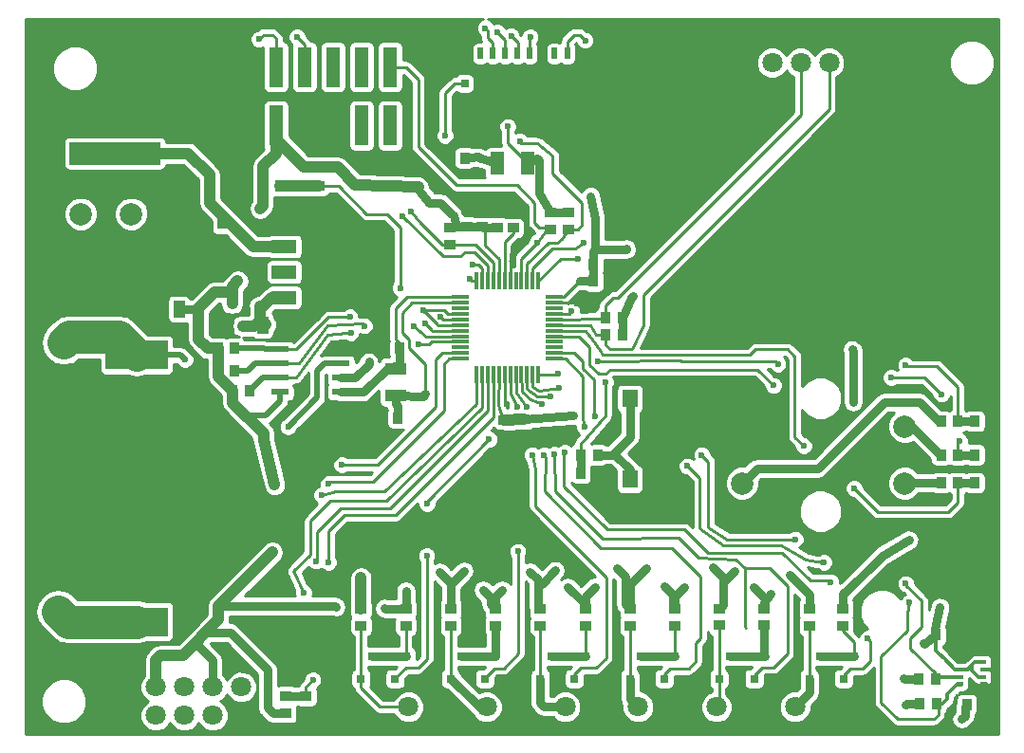
<source format=gbr>
G04 #@! TF.FileFunction,Copper,L1,Top,Signal*
%FSLAX46Y46*%
G04 Gerber Fmt 4.6, Leading zero omitted, Abs format (unit mm)*
G04 Created by KiCad (PCBNEW 4.0.7) date 06/20/18 16:42:08*
%MOMM*%
%LPD*%
G01*
G04 APERTURE LIST*
%ADD10C,0.100000*%
%ADD11R,1.250000X2.000000*%
%ADD12C,1.998980*%
%ADD13R,1.998980X1.998980*%
%ADD14R,1.270000X3.560000*%
%ADD15C,1.800000*%
%ADD16R,1.050000X1.200000*%
%ADD17R,1.050000X1.080000*%
%ADD18R,1.050000X2.390000*%
%ADD19R,0.720000X0.780000*%
%ADD20R,0.500000X1.000000*%
%ADD21R,0.899160X1.000760*%
%ADD22R,0.800100X0.800100*%
%ADD23R,1.000760X0.899160*%
%ADD24C,2.000000*%
%ADD25R,2.200000X1.200000*%
%ADD26R,6.400000X5.800000*%
%ADD27R,3.050000X2.750000*%
%ADD28R,0.500000X0.350000*%
%ADD29R,0.300000X1.500000*%
%ADD30R,1.500000X0.300000*%
%ADD31R,1.550000X0.600000*%
%ADD32R,1.900000X1.100000*%
%ADD33R,5.560000X2.600000*%
%ADD34R,5.560000X8.000000*%
%ADD35R,0.900000X1.000000*%
%ADD36R,1.000000X0.900000*%
%ADD37R,1.400000X1.600000*%
%ADD38R,1.000760X1.501140*%
%ADD39R,1.000760X1.549400*%
%ADD40C,0.600000*%
%ADD41C,0.250000*%
%ADD42C,0.800000*%
%ADD43C,0.400000*%
%ADD44C,0.300000*%
%ADD45C,1.000000*%
%ADD46C,2.000000*%
%ADD47C,0.500000*%
%ADD48C,3.000000*%
%ADD49C,0.254000*%
G04 APERTURE END LIST*
D10*
D11*
X150625000Y-70500000D03*
X153375000Y-70500000D03*
D12*
X118000760Y-75000000D03*
D13*
X113499880Y-69589800D03*
X119600960Y-69589800D03*
X113499880Y-80415280D03*
X119600960Y-80415280D03*
D12*
X113499880Y-75000000D03*
D14*
X138560000Y-61895000D03*
X141100000Y-61895000D03*
X141100000Y-67105000D03*
X138560000Y-67105000D03*
X130920000Y-67105000D03*
X133460000Y-67105000D03*
X136000000Y-67105000D03*
X136000000Y-61895000D03*
X133460000Y-61895000D03*
X130920000Y-61895000D03*
D15*
X172650000Y-61500000D03*
X175190000Y-61500000D03*
X180259840Y-61500000D03*
X177719840Y-61500000D03*
X122730000Y-117230000D03*
X120190000Y-117230000D03*
X125270000Y-117230000D03*
X127810000Y-117230000D03*
X127810000Y-119770000D03*
X125270000Y-119770000D03*
X120190000Y-119770000D03*
X122730000Y-119770000D03*
X145259840Y-119000000D03*
X142719840Y-119000000D03*
X159259840Y-119000000D03*
X156719840Y-119000000D03*
X172759840Y-119000000D03*
X170219840Y-119000000D03*
X152259840Y-119000000D03*
X149719840Y-119000000D03*
X165759840Y-119000000D03*
X163219840Y-119000000D03*
X179759840Y-119000000D03*
X177219840Y-119000000D03*
D16*
X147675000Y-67230000D03*
D17*
X147675000Y-64670000D03*
D16*
X158325000Y-66660000D03*
D18*
X158325000Y-62870000D03*
D19*
X147750000Y-63350000D03*
D20*
X156900000Y-60670000D03*
X155750000Y-60670000D03*
X154650000Y-60670000D03*
X153550000Y-60670000D03*
X152450000Y-60670000D03*
X151350000Y-60670000D03*
X150250000Y-60670000D03*
X149150000Y-60670000D03*
D21*
X131251840Y-72500000D03*
X129748160Y-72500000D03*
D22*
X157550000Y-116500760D03*
X159450000Y-116500760D03*
X158500000Y-114501780D03*
X149550000Y-116500760D03*
X151450000Y-116500760D03*
X150500000Y-114501780D03*
X141550000Y-116500760D03*
X143450000Y-116500760D03*
X142500000Y-114501780D03*
X155450000Y-114499240D03*
X153550000Y-114499240D03*
X154500000Y-116498220D03*
X139450000Y-114499240D03*
X137550000Y-114499240D03*
X138500000Y-116498220D03*
X147450000Y-114499240D03*
X145550000Y-114499240D03*
X146500000Y-116498220D03*
X181550000Y-116500760D03*
X183450000Y-116500760D03*
X182500000Y-114501780D03*
X173575000Y-116500760D03*
X175475000Y-116500760D03*
X174525000Y-114501780D03*
X165550000Y-116500760D03*
X167450000Y-116500760D03*
X166500000Y-114501780D03*
X179450000Y-114499240D03*
X177550000Y-114499240D03*
X178500000Y-116498220D03*
X171400000Y-114499240D03*
X169500000Y-114499240D03*
X170450000Y-116498220D03*
X163450000Y-114499240D03*
X161550000Y-114499240D03*
X162500000Y-116498220D03*
D21*
X146248160Y-70000000D03*
X147751840Y-70000000D03*
D23*
X158500000Y-111751840D03*
X158500000Y-110248160D03*
X150500000Y-111751840D03*
X150500000Y-110248160D03*
X142500000Y-111751840D03*
X142500000Y-110248160D03*
X154500000Y-111751840D03*
X154500000Y-110248160D03*
X138500000Y-111751840D03*
X138500000Y-110248160D03*
X146500000Y-111751840D03*
X146500000Y-110248160D03*
X181500000Y-111751840D03*
X181500000Y-110248160D03*
X174450000Y-111726840D03*
X174450000Y-110223160D03*
X166500000Y-111751840D03*
X166500000Y-110248160D03*
X178500000Y-111751840D03*
X178500000Y-110248160D03*
X170450000Y-111726840D03*
X170450000Y-110223160D03*
X162500000Y-111751840D03*
X162500000Y-110248160D03*
D24*
X172500000Y-99040000D03*
X172500000Y-93960000D03*
X187000000Y-93960000D03*
X187000000Y-96500000D03*
X187000000Y-99040000D03*
D23*
X131800000Y-119551840D03*
X131800000Y-118048160D03*
D25*
X131640000Y-77910000D03*
X131640000Y-80190000D03*
X131640000Y-82470000D03*
D26*
X137940000Y-80190000D03*
D27*
X139615000Y-81715000D03*
X136265000Y-78665000D03*
X139615000Y-78665000D03*
X136265000Y-81715000D03*
D28*
X191975000Y-115025000D03*
X194025000Y-116975000D03*
X191975000Y-115675000D03*
X191975000Y-116325000D03*
X191975000Y-116975000D03*
X194025000Y-115650000D03*
X194025000Y-115025000D03*
X194025000Y-116350000D03*
D29*
X149320000Y-80970000D03*
X148820000Y-80970000D03*
X149820000Y-80970000D03*
X150320000Y-80970000D03*
D30*
X155770000Y-85420000D03*
X155770000Y-84920000D03*
X155770000Y-83920000D03*
X155770000Y-84420000D03*
X155770000Y-86920000D03*
X155770000Y-85920000D03*
X155770000Y-86420000D03*
X155770000Y-87920000D03*
X155770000Y-87420000D03*
D29*
X154320000Y-89370000D03*
X153820000Y-89370000D03*
D30*
X147370000Y-87420000D03*
X147370000Y-86920000D03*
X147370000Y-85920000D03*
X147370000Y-86420000D03*
X147370000Y-84920000D03*
X147370000Y-84420000D03*
X147370000Y-85420000D03*
X147370000Y-82920000D03*
X147370000Y-82420000D03*
X147370000Y-83420000D03*
X147370000Y-83920000D03*
D29*
X150820000Y-80970000D03*
X151320000Y-80970000D03*
X152320000Y-80970000D03*
X151820000Y-80970000D03*
X153320000Y-80970000D03*
X153820000Y-80970000D03*
X152820000Y-80970000D03*
D30*
X155770000Y-82920000D03*
X155770000Y-83420000D03*
X155770000Y-82420000D03*
D29*
X154320000Y-80970000D03*
X151820000Y-89370000D03*
X152320000Y-89370000D03*
X153320000Y-89370000D03*
X152820000Y-89370000D03*
X150320000Y-89370000D03*
X151320000Y-89370000D03*
X150820000Y-89370000D03*
X149320000Y-89370000D03*
X149820000Y-89370000D03*
X148820000Y-89370000D03*
D30*
X147370000Y-87920000D03*
D22*
X126050000Y-85000760D03*
X127950000Y-85000760D03*
X127000000Y-83001780D03*
D31*
X136700000Y-90905000D03*
X136700000Y-89635000D03*
X136700000Y-88365000D03*
X136700000Y-87095000D03*
X131300000Y-87095000D03*
X131300000Y-88365000D03*
X131300000Y-89635000D03*
X131300000Y-90905000D03*
D32*
X141600000Y-91200000D03*
X141600000Y-88800000D03*
D21*
X159601840Y-96500000D03*
X158098160Y-96500000D03*
D23*
X155400000Y-76351840D03*
X155400000Y-74848160D03*
X146400000Y-77751840D03*
X146400000Y-76248160D03*
D21*
X160348160Y-84300000D03*
X161851840Y-84300000D03*
X128551840Y-90800000D03*
X127048160Y-90800000D03*
X160348160Y-85800000D03*
X161851840Y-85800000D03*
X127251840Y-89000000D03*
X125748160Y-89000000D03*
X127251840Y-87000000D03*
X125748160Y-87000000D03*
D23*
X157000000Y-76351840D03*
X157000000Y-74848160D03*
D21*
X189751840Y-116500000D03*
X188248160Y-116500000D03*
X189851840Y-118700000D03*
X188348160Y-118700000D03*
D33*
X118500000Y-111405000D03*
D34*
X118500000Y-99500000D03*
D33*
X118500000Y-87595000D03*
D21*
X191751840Y-96500000D03*
X190248160Y-96500000D03*
X191751840Y-99000000D03*
X190248160Y-99000000D03*
X190248160Y-93500000D03*
X191751840Y-93500000D03*
D23*
X133600000Y-119551840D03*
X133600000Y-118048160D03*
D21*
X194751840Y-93500000D03*
D35*
X193248160Y-93500000D03*
D21*
X194751840Y-99000000D03*
D35*
X193248160Y-99000000D03*
D21*
X194751840Y-96500000D03*
D35*
X193248160Y-96500000D03*
D21*
X194051840Y-118800000D03*
D35*
X192548160Y-118800000D03*
D21*
X191281840Y-112560000D03*
D35*
X189778160Y-112560000D03*
D21*
X159601840Y-98125000D03*
D35*
X158098160Y-98125000D03*
D21*
X140248160Y-93200000D03*
D35*
X141751840Y-93200000D03*
D23*
X133000000Y-74001840D03*
D36*
X133000000Y-72498160D03*
D21*
X140448160Y-87000000D03*
D35*
X141951840Y-87000000D03*
D23*
X134750000Y-74001840D03*
D36*
X134750000Y-72498160D03*
D23*
X152080000Y-74748160D03*
D36*
X152080000Y-76251840D03*
D23*
X147930000Y-74638160D03*
D36*
X147930000Y-76141840D03*
D23*
X149320000Y-74658160D03*
D36*
X149320000Y-76161840D03*
D23*
X150680000Y-74698160D03*
D36*
X150680000Y-76201840D03*
D21*
X160751840Y-79500000D03*
D35*
X159248160Y-79500000D03*
D21*
X160751840Y-81000000D03*
D35*
X159248160Y-81000000D03*
D23*
X153075000Y-94826840D03*
D36*
X153075000Y-93323160D03*
D23*
X151275000Y-94876840D03*
D36*
X151275000Y-93373160D03*
D37*
X162500000Y-98700000D03*
X165500000Y-98700000D03*
X162500000Y-91500000D03*
X165500000Y-91500000D03*
D23*
X126180000Y-77391840D03*
D36*
X126180000Y-75888160D03*
D38*
X122273040Y-83495240D03*
D39*
X119346960Y-83485080D03*
D38*
X129726960Y-84924760D03*
D39*
X132653040Y-84934920D03*
D40*
X117460000Y-82900000D03*
X145600000Y-84200000D03*
X151500000Y-91990000D03*
X152340000Y-96690000D03*
X162000000Y-80100000D03*
X157800000Y-83000000D03*
X152200000Y-78200000D03*
X144230000Y-91050000D03*
X139200000Y-88200000D03*
X129460000Y-83240000D03*
X176750000Y-107225000D03*
X171825000Y-106875000D03*
X169850000Y-106525000D03*
X163975000Y-106575000D03*
X161325000Y-106600000D03*
X155825000Y-106825000D03*
X153575000Y-106925000D03*
X147725000Y-106850000D03*
X145500000Y-106975000D03*
X138500000Y-107500000D03*
X154215000Y-77545000D03*
X160300000Y-90000000D03*
X143000000Y-74800000D03*
X132800000Y-59200000D03*
X129400000Y-59400000D03*
X142200000Y-75200000D03*
X154625000Y-91975000D03*
X153775000Y-96500000D03*
X152500000Y-105125000D03*
X153330000Y-92210000D03*
X149925000Y-95125000D03*
X144400000Y-100875000D03*
X144375000Y-105500000D03*
X152410000Y-92260000D03*
X156700000Y-96275000D03*
X183725000Y-112900000D03*
X180400000Y-107850000D03*
X156100000Y-89300000D03*
X156125000Y-90500000D03*
X155775000Y-96450000D03*
X155400000Y-91325000D03*
X154800000Y-96525000D03*
X142000000Y-81600000D03*
X144090000Y-83570000D03*
X135600000Y-106100000D03*
X134500000Y-106000000D03*
X122800000Y-88000000D03*
X132000000Y-94000000D03*
X112000000Y-86500000D03*
X111500000Y-110500000D03*
X133400000Y-108800000D03*
X135000000Y-100100000D03*
X146000000Y-68000000D03*
X152700000Y-68500000D03*
X143600000Y-86600000D03*
X137600000Y-85600000D03*
X143200000Y-85000000D03*
X138800000Y-85000000D03*
X144230000Y-84800000D03*
X137510000Y-84200000D03*
X158450000Y-94025000D03*
X167600000Y-97500000D03*
X179800000Y-106100000D03*
X187100000Y-108000000D03*
X159400000Y-93050000D03*
X168900000Y-96500000D03*
X177230000Y-104040000D03*
X187400000Y-109700000D03*
X191900000Y-95300000D03*
X190300000Y-91100000D03*
X185800000Y-89600000D03*
X175300000Y-90300000D03*
X182500000Y-99500000D03*
X178000000Y-95700000D03*
X157300000Y-83700000D03*
X159600000Y-88200000D03*
X175700000Y-88400000D03*
X187100000Y-88500000D03*
X135600000Y-99100000D03*
X158500000Y-59500000D03*
X148500000Y-79500000D03*
X148200000Y-80800000D03*
X153600000Y-59200000D03*
X150700000Y-58800000D03*
X158400000Y-77600000D03*
X157900000Y-79000000D03*
X149600000Y-58400000D03*
X136800000Y-97400000D03*
X134200000Y-116600000D03*
X181625000Y-108775000D03*
X175075000Y-108925000D03*
X173550000Y-108300000D03*
X167350000Y-108325000D03*
X165600000Y-108250000D03*
X159350000Y-108300000D03*
X156950000Y-108300000D03*
X151100000Y-108550000D03*
X149400000Y-108550000D03*
X142500000Y-108650000D03*
X140600000Y-110200000D03*
X136300000Y-110100000D03*
X192100000Y-120100000D03*
X187100000Y-118800000D03*
X188700000Y-113300000D03*
X186900000Y-116400000D03*
X190150000Y-110110000D03*
X182400000Y-91800000D03*
X182300000Y-87100000D03*
X157450000Y-93025000D03*
X187400000Y-104100000D03*
X162200000Y-78100000D03*
X158000000Y-81000000D03*
X162800000Y-82300000D03*
X159000000Y-73400000D03*
X151900000Y-59100000D03*
X151600000Y-67200000D03*
X154400000Y-73200000D03*
X146600000Y-75000000D03*
X130600000Y-105200000D03*
X130800000Y-99200000D03*
X127500000Y-81000000D03*
X129500000Y-74500000D03*
D41*
X134200000Y-84400000D02*
X134600000Y-84400000D01*
X134600000Y-84400000D02*
X134800000Y-84200000D01*
X134200000Y-84400000D02*
X132580000Y-85640000D01*
D42*
X132653040Y-84934920D02*
X132653040Y-84586960D01*
X132653040Y-84586960D02*
X133410000Y-83830000D01*
X119346960Y-83485080D02*
X118045080Y-83485080D01*
X118045080Y-83485080D02*
X117460000Y-82900000D01*
D41*
X147370000Y-84420000D02*
X145820000Y-84420000D01*
X145820000Y-84420000D02*
X145600000Y-84200000D01*
X151320000Y-90945000D02*
X151320000Y-91810000D01*
X151320000Y-91810000D02*
X151500000Y-91990000D01*
D43*
X153075000Y-94826840D02*
X152700000Y-95275000D01*
X152700000Y-95275000D02*
X152340000Y-96690000D01*
D41*
X151320000Y-89370000D02*
X151320000Y-90945000D01*
X151350000Y-90925000D02*
X151350000Y-91000000D01*
X151325000Y-90900000D02*
X151350000Y-90925000D01*
X151325000Y-90950000D02*
X151325000Y-90900000D01*
X151320000Y-90945000D02*
X151325000Y-90950000D01*
D44*
X191975000Y-115025000D02*
X191975000Y-114525000D01*
X191975000Y-114525000D02*
X192300000Y-114200000D01*
X194025000Y-116975000D02*
X194275000Y-116975000D01*
X194275000Y-116975000D02*
X194800000Y-117500000D01*
X194025000Y-115650000D02*
X194750000Y-115650000D01*
X194750000Y-115650000D02*
X194800000Y-115600000D01*
D41*
X160751840Y-81000000D02*
X161100000Y-81000000D01*
X161100000Y-81000000D02*
X162000000Y-80100000D01*
X157000000Y-82920000D02*
X157720000Y-82920000D01*
X157720000Y-82920000D02*
X157800000Y-83000000D01*
X151820000Y-79220000D02*
X151820000Y-78580000D01*
X151820000Y-78580000D02*
X152200000Y-78200000D01*
X155770000Y-82920000D02*
X157000000Y-82920000D01*
X157000000Y-82920000D02*
X157120000Y-82920000D01*
X151820000Y-80970000D02*
X151820000Y-79220000D01*
X151820000Y-79220000D02*
X151800000Y-79200000D01*
X141951840Y-87000000D02*
X141951840Y-86551840D01*
X141951840Y-86551840D02*
X141600000Y-86200000D01*
X142580000Y-82420000D02*
X147370000Y-82420000D01*
X141600000Y-83400000D02*
X142580000Y-82420000D01*
X141600000Y-86200000D02*
X141600000Y-83400000D01*
D42*
X136700000Y-90905000D02*
X138695000Y-90905000D01*
X138695000Y-90905000D02*
X140800000Y-88800000D01*
X140800000Y-88800000D02*
X141600000Y-88800000D01*
X141600000Y-88800000D02*
X141800000Y-88800000D01*
X141800000Y-88800000D02*
X141951840Y-88648160D01*
X141951840Y-88648160D02*
X141951840Y-87000000D01*
D45*
X141500000Y-88800000D02*
X141500000Y-88750000D01*
D41*
X147370000Y-82920000D02*
X143080000Y-82920000D01*
X144230000Y-88380000D02*
X144230000Y-91050000D01*
X142800000Y-87000000D02*
X144230000Y-88380000D01*
X142800000Y-86200000D02*
X142800000Y-87000000D01*
X142200000Y-85600000D02*
X142800000Y-86200000D01*
X142200000Y-83800000D02*
X142200000Y-85600000D01*
X143080000Y-82920000D02*
X142200000Y-83800000D01*
D42*
X136700000Y-89635000D02*
X137965000Y-89635000D01*
X144030000Y-91250000D02*
X141600000Y-91200000D01*
X144230000Y-91050000D02*
X144030000Y-91250000D01*
X139200000Y-88400000D02*
X139200000Y-88200000D01*
X137965000Y-89635000D02*
X139200000Y-88400000D01*
X141600000Y-91200000D02*
X141600000Y-92000000D01*
X141751840Y-92151840D02*
X141751840Y-93200000D01*
X141600000Y-92000000D02*
X141751840Y-92151840D01*
X147751840Y-70000000D02*
X148890000Y-69910000D01*
X149200000Y-70000000D02*
X150625000Y-70500000D01*
X148890000Y-69910000D02*
X149200000Y-70000000D01*
D45*
X129726960Y-84924760D02*
X130004760Y-84884760D01*
X130004760Y-84884760D02*
X129500000Y-84380000D01*
X129500000Y-83280000D02*
X129500000Y-83500000D01*
X129460000Y-83240000D02*
X129500000Y-83280000D01*
D42*
X170775000Y-108200000D02*
X170775000Y-107925000D01*
X178500000Y-108975000D02*
X178500000Y-110248160D01*
X176750000Y-107225000D02*
X178500000Y-108975000D01*
X170775000Y-107925000D02*
X171825000Y-106875000D01*
X162500000Y-110248160D02*
X162500000Y-108050000D01*
X170775000Y-107450000D02*
X170775000Y-108200000D01*
X170775000Y-108200000D02*
X170775000Y-109898160D01*
X169850000Y-106525000D02*
X170775000Y-107450000D01*
X162500000Y-108050000D02*
X163975000Y-106575000D01*
X170775000Y-109898160D02*
X170450000Y-110223160D01*
X154325000Y-108025000D02*
X154625000Y-108025000D01*
X162075000Y-107350000D02*
X162075000Y-109575000D01*
X162075000Y-109575000D02*
X162075000Y-109823160D01*
X161325000Y-106600000D02*
X162075000Y-107350000D01*
X154625000Y-108025000D02*
X155825000Y-106825000D01*
X162075000Y-109823160D02*
X162500000Y-110248160D01*
X146500000Y-108200000D02*
X146500000Y-108075000D01*
X154325000Y-107675000D02*
X154325000Y-108025000D01*
X154325000Y-108025000D02*
X154325000Y-110073160D01*
X153575000Y-106925000D02*
X154325000Y-107675000D01*
X146500000Y-108075000D02*
X147725000Y-106850000D01*
X154325000Y-110073160D02*
X154500000Y-110248160D01*
X146500000Y-107975000D02*
X146500000Y-108200000D01*
X146500000Y-108200000D02*
X146500000Y-110248160D01*
X145500000Y-106975000D02*
X146500000Y-107975000D01*
D45*
X138500000Y-107500000D02*
X138500000Y-110248160D01*
X131640000Y-82470000D02*
X130530000Y-82470000D01*
X130530000Y-82470000D02*
X129500000Y-83500000D01*
X128999240Y-85000760D02*
X127950000Y-85000760D01*
X129500000Y-83500000D02*
X129500000Y-84380000D01*
X129500000Y-84380000D02*
X129500000Y-84500000D01*
X129500000Y-84500000D02*
X128999240Y-85000760D01*
D41*
X152820000Y-79030000D02*
X152835000Y-78925000D01*
X152835000Y-78925000D02*
X154215000Y-77545000D01*
X158098160Y-96500000D02*
X158100000Y-95550000D01*
X154215000Y-77545000D02*
X155048160Y-76351840D01*
X155048160Y-76351840D02*
X155400000Y-76351840D01*
D42*
X158098160Y-98125000D02*
X158098160Y-96500000D01*
D41*
X152400000Y-72400000D02*
X154000000Y-74000000D01*
X142495000Y-61895000D02*
X143600000Y-63000000D01*
X143600000Y-63000000D02*
X143600000Y-69000000D01*
X143600000Y-69000000D02*
X147000000Y-72400000D01*
X147000000Y-72400000D02*
X152400000Y-72400000D01*
X141100000Y-61895000D02*
X142495000Y-61895000D01*
X154400000Y-76200000D02*
X155248160Y-76200000D01*
X154000000Y-75800000D02*
X154400000Y-76200000D01*
X154000000Y-74000000D02*
X154000000Y-75800000D01*
X155248160Y-76200000D02*
X155400000Y-76351840D01*
X152820000Y-80970000D02*
X152820000Y-79030000D01*
X160300000Y-90000000D02*
X160300000Y-90000000D01*
X160300000Y-93000000D02*
X160300000Y-90000000D01*
X158100000Y-95550000D02*
X160300000Y-93000000D01*
X133460000Y-61895000D02*
X133460000Y-59860000D01*
X145751840Y-77751840D02*
X146400000Y-77751840D01*
X144200000Y-76200000D02*
X145751840Y-77751840D01*
X143800000Y-75800000D02*
X144200000Y-76200000D01*
X143000000Y-74800000D02*
X143800000Y-75800000D01*
X133460000Y-59860000D02*
X132800000Y-59200000D01*
X146400000Y-77751840D02*
X148751840Y-77751840D01*
X150320000Y-79320000D02*
X150320000Y-80970000D01*
X148751840Y-77751840D02*
X150320000Y-79320000D01*
X149820000Y-80970000D02*
X149820000Y-79620000D01*
X130920000Y-59320000D02*
X130920000Y-61895000D01*
X130600000Y-59000000D02*
X130920000Y-59320000D01*
X129800000Y-59000000D02*
X130600000Y-59000000D01*
X129400000Y-59400000D02*
X129800000Y-59000000D01*
X145800000Y-78800000D02*
X142200000Y-75200000D01*
X147400000Y-78800000D02*
X145800000Y-78800000D01*
X147800000Y-78400000D02*
X147400000Y-78800000D01*
X148600000Y-78400000D02*
X147800000Y-78400000D01*
X149820000Y-79620000D02*
X148600000Y-78400000D01*
X138500000Y-111751840D02*
X138500000Y-112800000D01*
X138500000Y-112800000D02*
X138500000Y-116498220D01*
X138500000Y-116498220D02*
X138500000Y-117300000D01*
X140200000Y-119000000D02*
X142719840Y-119000000D01*
X138500000Y-117300000D02*
X140200000Y-119000000D01*
D42*
X154500000Y-116498220D02*
X154500000Y-118675000D01*
X154825000Y-119000000D02*
X156719840Y-119000000D01*
X154500000Y-118675000D02*
X154825000Y-119000000D01*
D41*
X154500000Y-111751840D02*
X154500000Y-116498220D01*
X170450000Y-116498220D02*
X170450000Y-118769840D01*
X170450000Y-118769840D02*
X170219840Y-119000000D01*
X170450000Y-111726840D02*
X170450000Y-116498220D01*
D42*
X146500000Y-116498220D02*
X146523220Y-116498220D01*
X146523220Y-116498220D02*
X149025000Y-119000000D01*
X149025000Y-119000000D02*
X149719840Y-119000000D01*
D41*
X146500000Y-111751840D02*
X146500000Y-116498220D01*
D42*
X162500000Y-116498220D02*
X162500000Y-118280160D01*
X162500000Y-118280160D02*
X163219840Y-119000000D01*
D41*
X162500000Y-111751840D02*
X162500000Y-116498220D01*
D42*
X178500000Y-116498220D02*
X178500000Y-117719840D01*
X178500000Y-117719840D02*
X177219840Y-119000000D01*
D41*
X178500000Y-111751840D02*
X178500000Y-116498220D01*
X152820000Y-89370000D02*
X152850000Y-90750000D01*
X152855000Y-90855000D02*
X153587500Y-91587500D01*
X153587500Y-91587500D02*
X154625000Y-91975000D01*
X152850000Y-90750000D02*
X152855000Y-90855000D01*
X157550000Y-116075000D02*
X157550000Y-116500760D01*
X158125000Y-115500000D02*
X157550000Y-116075000D01*
X159500000Y-115500000D02*
X158125000Y-115500000D01*
X160375000Y-114625000D02*
X159500000Y-115500000D01*
X160375000Y-107425000D02*
X160375000Y-114625000D01*
X154050000Y-101100000D02*
X160375000Y-107425000D01*
X154050000Y-97825000D02*
X154050000Y-101100000D01*
X153775000Y-96500000D02*
X154050000Y-97825000D01*
D42*
X155450000Y-114499240D02*
X158497460Y-114499240D01*
X158497460Y-114499240D02*
X158500000Y-114501780D01*
D41*
X158500000Y-111751840D02*
X158500000Y-114501780D01*
X152525000Y-105100000D02*
X152500000Y-105125000D01*
X153225000Y-92105000D02*
X153330000Y-92210000D01*
X152330000Y-90920000D02*
X153225000Y-92105000D01*
X152320000Y-89370000D02*
X152330000Y-90920000D01*
X152525000Y-105100000D02*
X152500000Y-105100000D01*
X152500000Y-105100000D02*
X152525000Y-105100000D01*
X150400000Y-115550000D02*
X149550000Y-116400000D01*
X151225000Y-115550000D02*
X150400000Y-115550000D01*
X152525000Y-114250000D02*
X151225000Y-115550000D01*
X152525000Y-105100000D02*
X152525000Y-114250000D01*
X149550000Y-116400000D02*
X149550000Y-116500760D01*
D42*
X150500000Y-114501780D02*
X150500000Y-111751840D01*
X147450000Y-114499240D02*
X150497460Y-114499240D01*
X150497460Y-114499240D02*
X150500000Y-114501780D01*
D41*
X144400000Y-100650000D02*
X144400000Y-100875000D01*
X149925000Y-95125000D02*
X144400000Y-100650000D01*
X144375000Y-105500000D02*
X144400000Y-105500000D01*
X144400000Y-105500000D02*
X144375000Y-105500000D01*
X144375000Y-105500000D02*
X144400000Y-105500000D01*
X151820000Y-89370000D02*
X151820000Y-91040000D01*
X142500000Y-115500000D02*
X141550000Y-116450000D01*
X143625000Y-115500000D02*
X142500000Y-115500000D01*
X144400000Y-114725000D02*
X143625000Y-115500000D01*
X144400000Y-105500000D02*
X144400000Y-114725000D01*
X151820000Y-91040000D02*
X152410000Y-92260000D01*
X141550000Y-116450000D02*
X141550000Y-116500760D01*
D42*
X139450000Y-114499240D02*
X142497460Y-114499240D01*
X142497460Y-114499240D02*
X142500000Y-114501780D01*
D41*
X142500000Y-114501780D02*
X142500000Y-111751840D01*
X156700000Y-96275000D02*
X156550000Y-96425000D01*
X156550000Y-96425000D02*
X156600000Y-99300000D01*
X156600000Y-99300000D02*
X160475000Y-103175000D01*
X160475000Y-103175000D02*
X166025000Y-103175000D01*
X182125000Y-115600000D02*
X181550000Y-116175000D01*
X183250000Y-115600000D02*
X182125000Y-115600000D01*
X183950000Y-114900000D02*
X183250000Y-115600000D01*
X183950000Y-113125000D02*
X183950000Y-114900000D01*
X183725000Y-112900000D02*
X183950000Y-113125000D01*
X180275000Y-107725000D02*
X180400000Y-107850000D01*
X178575000Y-107725000D02*
X180275000Y-107725000D01*
X176075000Y-105225000D02*
X178575000Y-107725000D01*
X169425000Y-105225000D02*
X176075000Y-105225000D01*
X167375000Y-103175000D02*
X169425000Y-105225000D01*
X166025000Y-103175000D02*
X167375000Y-103175000D01*
X154320000Y-89370000D02*
X156030000Y-89370000D01*
X156030000Y-89370000D02*
X156100000Y-89300000D01*
X181550000Y-116175000D02*
X181550000Y-116500760D01*
D42*
X182500000Y-114501780D02*
X179452540Y-114501780D01*
X179452540Y-114501780D02*
X179450000Y-114499240D01*
D41*
X181500000Y-111751840D02*
X181500000Y-112200000D01*
X181500000Y-112200000D02*
X182500000Y-113200000D01*
X182500000Y-113200000D02*
X182500000Y-114501780D01*
X153820000Y-89370000D02*
X153820000Y-90445000D01*
X154375000Y-90750000D02*
X156125000Y-90500000D01*
X153820000Y-90445000D02*
X154375000Y-90750000D01*
X172750000Y-106650000D02*
X175000000Y-106650000D01*
X174250000Y-115475000D02*
X173575000Y-116150000D01*
X175325000Y-115475000D02*
X174250000Y-115475000D01*
X176550000Y-114250000D02*
X175325000Y-115475000D01*
X176550000Y-108200000D02*
X176550000Y-114250000D01*
X175000000Y-106650000D02*
X176550000Y-108200000D01*
X173575000Y-116150000D02*
X173575000Y-116500760D01*
X172750000Y-111850000D02*
X172875000Y-111975000D01*
X172750000Y-106625000D02*
X172750000Y-106650000D01*
X155775000Y-96450000D02*
X155750000Y-96525000D01*
X155750000Y-96525000D02*
X155850000Y-99725000D01*
X155850000Y-99725000D02*
X160100000Y-103975000D01*
X160100000Y-103975000D02*
X166800000Y-103875000D01*
X166800000Y-103875000D02*
X168650000Y-105725000D01*
X168650000Y-105725000D02*
X171950000Y-105825000D01*
X171950000Y-105825000D02*
X172750000Y-106625000D01*
X172750000Y-106650000D02*
X172750000Y-111850000D01*
D42*
X174525000Y-114501780D02*
X171402540Y-114501780D01*
X171402540Y-114501780D02*
X171400000Y-114499240D01*
X174450000Y-111726840D02*
X174450000Y-114426780D01*
X174450000Y-114426780D02*
X174525000Y-114501780D01*
D41*
X154225000Y-91301786D02*
X155400000Y-91325000D01*
X153320000Y-90640000D02*
X154225000Y-91301786D01*
X153320000Y-89370000D02*
X153320000Y-90640000D01*
X165550000Y-116100000D02*
X165550000Y-116500760D01*
X166075000Y-115575000D02*
X165550000Y-116100000D01*
X167725000Y-115575000D02*
X166075000Y-115575000D01*
X168375000Y-114925000D02*
X167725000Y-115575000D01*
X168375000Y-113300000D02*
X168375000Y-114925000D01*
X168775000Y-112900000D02*
X168375000Y-113300000D01*
X168775000Y-107375000D02*
X168775000Y-112900000D01*
X166200000Y-104800000D02*
X168775000Y-107375000D01*
X159925000Y-104800000D02*
X166200000Y-104800000D01*
X154875000Y-99750000D02*
X159925000Y-104800000D01*
X154950000Y-96675000D02*
X154875000Y-99750000D01*
X154800000Y-96525000D02*
X154950000Y-96675000D01*
D42*
X163450000Y-114499240D02*
X166497460Y-114499240D01*
X166497460Y-114499240D02*
X166500000Y-114501780D01*
D41*
X166500000Y-111751840D02*
X166500000Y-114501780D01*
X147370000Y-83920000D02*
X146240000Y-83920000D01*
X145890000Y-83570000D02*
X144090000Y-83570000D01*
X146240000Y-83920000D02*
X145890000Y-83570000D01*
X145320000Y-84920000D02*
X145320000Y-84820000D01*
X147370000Y-84920000D02*
X145320000Y-84920000D01*
X145320000Y-84820000D02*
X144090000Y-83570000D01*
X142000000Y-81600000D02*
X142000000Y-76200000D01*
X142000000Y-76200000D02*
X140800000Y-75000000D01*
X140800000Y-75000000D02*
X139000000Y-75000000D01*
X139000000Y-75000000D02*
X136498160Y-72498160D01*
X134750000Y-72498160D02*
X136498160Y-72498160D01*
X144170000Y-83690000D02*
X144090000Y-83770000D01*
X144210000Y-83690000D02*
X144170000Y-83690000D01*
X144090000Y-83570000D02*
X144210000Y-83690000D01*
D45*
X133000000Y-72498160D02*
X134750000Y-72498160D01*
X131251840Y-72500000D02*
X132998160Y-72500000D01*
X132998160Y-72500000D02*
X133000000Y-72498160D01*
D41*
X152080000Y-76251840D02*
X152080000Y-76770000D01*
X151320000Y-77530000D02*
X151320000Y-80970000D01*
X152080000Y-76770000D02*
X151320000Y-77530000D01*
X160348160Y-85800000D02*
X160300000Y-86700000D01*
X180259840Y-65640160D02*
X180259840Y-61500000D01*
X163700000Y-82200000D02*
X180259840Y-65640160D01*
X163700000Y-84900000D02*
X163700000Y-82200000D01*
X162700000Y-87100000D02*
X163700000Y-84900000D01*
X160700000Y-87100000D02*
X162700000Y-87100000D01*
X160300000Y-86700000D02*
X160700000Y-87100000D01*
X155770000Y-84920000D02*
X159000000Y-84900000D01*
X159500000Y-85800000D02*
X160348160Y-85800000D01*
X159000000Y-84900000D02*
X159500000Y-85800000D01*
X177719840Y-61500000D02*
X177719840Y-66180160D01*
X160300000Y-83200000D02*
X160348160Y-84300000D01*
X161000000Y-82500000D02*
X160300000Y-83200000D01*
X161400000Y-82500000D02*
X161000000Y-82500000D01*
X177719840Y-66180160D02*
X161400000Y-82500000D01*
X155770000Y-84420000D02*
X160328160Y-84320000D01*
X160328160Y-84320000D02*
X160348160Y-84300000D01*
X150320000Y-93180000D02*
X141600000Y-101900000D01*
X141600000Y-101900000D02*
X137000000Y-101900000D01*
X137000000Y-101900000D02*
X135600000Y-103300000D01*
X135600000Y-103300000D02*
X135600000Y-106100000D01*
X150320000Y-89370000D02*
X150320000Y-93180000D01*
X149820000Y-92580000D02*
X149820000Y-89370000D01*
X141100000Y-101300000D02*
X149820000Y-92580000D01*
X136700000Y-101300000D02*
X141100000Y-101300000D01*
X134600000Y-103400000D02*
X136700000Y-101300000D01*
X134600000Y-105900000D02*
X134600000Y-103400000D01*
X134500000Y-106000000D02*
X134600000Y-105900000D01*
D42*
X126180000Y-75888160D02*
X126180000Y-75330000D01*
X125950000Y-75100000D02*
X125950000Y-74950000D01*
X126180000Y-75330000D02*
X125950000Y-75100000D01*
D45*
X131640000Y-77910000D02*
X128910000Y-77910000D01*
X123089800Y-69589800D02*
X119600960Y-69589800D01*
X125000000Y-71500000D02*
X123089800Y-69589800D01*
X125000000Y-74000000D02*
X125000000Y-71500000D01*
X128910000Y-77910000D02*
X125950000Y-74950000D01*
X125950000Y-74950000D02*
X125000000Y-74000000D01*
D46*
X113499880Y-69589800D02*
X119600960Y-69589800D01*
D42*
X159601840Y-96500000D02*
X160910000Y-96500000D01*
X162500000Y-94910000D02*
X162500000Y-91500000D01*
X160910000Y-96500000D02*
X162500000Y-94910000D01*
X159601840Y-96500000D02*
X161160000Y-96500000D01*
X162500000Y-97840000D02*
X162500000Y-98700000D01*
X161160000Y-96500000D02*
X162500000Y-97840000D01*
D45*
X162360000Y-91640000D02*
X162500000Y-91500000D01*
D47*
X136700000Y-88365000D02*
X135235000Y-88365000D01*
X122395000Y-87595000D02*
X118500000Y-87595000D01*
X122800000Y-88000000D02*
X122395000Y-87595000D01*
X134600000Y-91400000D02*
X132000000Y-94000000D01*
X134600000Y-89000000D02*
X134600000Y-91400000D01*
X135235000Y-88365000D02*
X134600000Y-89000000D01*
D48*
X118500000Y-111405000D02*
X112405000Y-111405000D01*
X116905000Y-86000000D02*
X118500000Y-87595000D01*
X112500000Y-86000000D02*
X116905000Y-86000000D01*
X112000000Y-86500000D02*
X112500000Y-86000000D01*
X112405000Y-111405000D02*
X111500000Y-110500000D01*
D41*
X138050000Y-100600000D02*
X135750000Y-100600000D01*
X149320000Y-92280000D02*
X140750000Y-100600000D01*
X140750000Y-100600000D02*
X138050000Y-100600000D01*
X149320000Y-89370000D02*
X149320000Y-92280000D01*
X132500000Y-106900000D02*
X133400000Y-108800000D01*
X134000000Y-105400000D02*
X132500000Y-106900000D01*
X134000000Y-102400000D02*
X134000000Y-105400000D01*
X135750000Y-100600000D02*
X134000000Y-102400000D01*
X148820000Y-91980000D02*
X148820000Y-89370000D01*
X140550000Y-99750000D02*
X148820000Y-91980000D01*
X136250000Y-99750000D02*
X140550000Y-99750000D01*
X135000000Y-100100000D02*
X136250000Y-99750000D01*
X152700000Y-68700000D02*
X152700000Y-68500000D01*
X146000000Y-67500000D02*
X146000000Y-67600000D01*
X146000000Y-68000000D02*
X146000000Y-67500000D01*
X157000000Y-76351840D02*
X157848160Y-76351840D01*
X146850000Y-63350000D02*
X147750000Y-63350000D01*
X146000000Y-67600000D02*
X146000000Y-64200000D01*
X146000000Y-64200000D02*
X146850000Y-63350000D01*
X154200000Y-68700000D02*
X152700000Y-68700000D01*
X155600000Y-69800000D02*
X154200000Y-68700000D01*
X155600000Y-71400000D02*
X155600000Y-69800000D01*
X158200000Y-74000000D02*
X155600000Y-71400000D01*
X158200000Y-76000000D02*
X158200000Y-74000000D01*
X157848160Y-76351840D02*
X158200000Y-76000000D01*
X153320000Y-80970000D02*
X153320000Y-79480000D01*
X156400000Y-77200000D02*
X157000000Y-76351840D01*
X156000000Y-77600000D02*
X156400000Y-77200000D01*
X155200000Y-77600000D02*
X156000000Y-77600000D01*
X153320000Y-79480000D02*
X155200000Y-77600000D01*
X131300000Y-89635000D02*
X132720495Y-89578424D01*
X144780000Y-86420000D02*
X147370000Y-86420000D01*
X144600000Y-86600000D02*
X144780000Y-86420000D01*
X143600000Y-86600000D02*
X144600000Y-86600000D01*
X137200000Y-85600000D02*
X137600000Y-85600000D01*
X135512997Y-85763433D02*
X137200000Y-85600000D01*
X132720495Y-89578424D02*
X135512997Y-85763433D01*
D47*
X131300000Y-89635000D02*
X129716840Y-89635000D01*
X129716840Y-89635000D02*
X128551840Y-90800000D01*
D41*
X131065000Y-88365000D02*
X132927029Y-88322713D01*
X144280000Y-85920000D02*
X147370000Y-85920000D01*
X143200000Y-85000000D02*
X144280000Y-85920000D01*
X138600000Y-84800000D02*
X138800000Y-85000000D01*
X135526431Y-84945613D02*
X138600000Y-84800000D01*
X132927029Y-88322713D02*
X135526431Y-84945613D01*
D47*
X131065000Y-88365000D02*
X129035000Y-88365000D01*
X128400000Y-89000000D02*
X127251840Y-89000000D01*
X129035000Y-88365000D02*
X128400000Y-89000000D01*
D41*
X144800000Y-85420000D02*
X144800000Y-85370000D01*
X147370000Y-85420000D02*
X144800000Y-85420000D01*
X144800000Y-85370000D02*
X144230000Y-84800000D01*
X131300000Y-87095000D02*
X132725000Y-87095000D01*
X135620000Y-84200000D02*
X137510000Y-84200000D01*
X132725000Y-87095000D02*
X135620000Y-84200000D01*
D47*
X131300000Y-87095000D02*
X129895000Y-87095000D01*
X129800000Y-87000000D02*
X127251840Y-87000000D01*
X129895000Y-87095000D02*
X129800000Y-87000000D01*
D41*
X189751840Y-116500000D02*
X189751840Y-116051840D01*
X189751840Y-116051840D02*
X187500000Y-113800000D01*
X156720000Y-87920000D02*
X155770000Y-87920000D01*
X158300000Y-89500000D02*
X156720000Y-87920000D01*
X158300000Y-93200000D02*
X158300000Y-89500000D01*
X158450000Y-94025000D02*
X158300000Y-93200000D01*
X168725000Y-98550000D02*
X167600000Y-97500000D01*
X168725000Y-103075000D02*
X168725000Y-98550000D01*
X170845000Y-104600000D02*
X168725000Y-103075000D01*
X176020000Y-104610000D02*
X170845000Y-104600000D01*
X178220307Y-105889054D02*
X176020000Y-104610000D01*
X179150000Y-106050000D02*
X178220307Y-105889054D01*
X179800000Y-106100000D02*
X179150000Y-106050000D01*
X187100000Y-108100000D02*
X187100000Y-108000000D01*
X188500000Y-109500000D02*
X187100000Y-108100000D01*
X188500000Y-111900000D02*
X188500000Y-109500000D01*
X187500000Y-112900000D02*
X188500000Y-111900000D01*
X187500000Y-113800000D02*
X187500000Y-112900000D01*
D44*
X191975000Y-116325000D02*
X189926840Y-116325000D01*
D43*
X189926840Y-116325000D02*
X189751840Y-116500000D01*
D41*
X186400000Y-120100000D02*
X189600000Y-120100000D01*
X159300000Y-92950000D02*
X159400000Y-93050000D01*
X168900000Y-96500000D02*
X169500000Y-97100000D01*
X169500000Y-97100000D02*
X169500000Y-103000000D01*
X169500000Y-103000000D02*
X171180000Y-104040000D01*
X171180000Y-104040000D02*
X177230000Y-104040000D01*
X187400000Y-109700000D02*
X187200000Y-110700000D01*
X187200000Y-110700000D02*
X187200000Y-112200000D01*
X187200000Y-112200000D02*
X184900000Y-114500000D01*
X184900000Y-114500000D02*
X184900000Y-118600000D01*
X184900000Y-118600000D02*
X186400000Y-120100000D01*
X155770000Y-87420000D02*
X157520000Y-87420000D01*
X159300000Y-89800000D02*
X159300000Y-91100000D01*
X158300000Y-88800000D02*
X159300000Y-89800000D01*
X158300000Y-88200000D02*
X158300000Y-88800000D01*
X157520000Y-87420000D02*
X158300000Y-88200000D01*
X159300000Y-91100000D02*
X159300000Y-92950000D01*
X190000000Y-119700000D02*
X190000000Y-118848160D01*
X189600000Y-120100000D02*
X190000000Y-119700000D01*
X190000000Y-118848160D02*
X189851840Y-118700000D01*
D43*
X191975000Y-116975000D02*
X191725000Y-116975000D01*
D44*
X191725000Y-116975000D02*
X190800000Y-117900000D01*
X190400000Y-118700000D02*
X189851840Y-118700000D01*
X190800000Y-118300000D02*
X190400000Y-118700000D01*
X190800000Y-117900000D02*
X190800000Y-118300000D01*
D41*
X168300000Y-88900000D02*
X160700000Y-88900000D01*
X191751840Y-95448160D02*
X191900000Y-95300000D01*
X190300000Y-91100000D02*
X188800000Y-89600000D01*
X188800000Y-89600000D02*
X185800000Y-89600000D01*
X175300000Y-90300000D02*
X173900000Y-88900000D01*
X173900000Y-88900000D02*
X168300000Y-88900000D01*
X191751840Y-96500000D02*
X191751840Y-95448160D01*
X157920000Y-85920000D02*
X155770000Y-85920000D01*
X158900000Y-86900000D02*
X157920000Y-85920000D01*
X158900000Y-88500000D02*
X158900000Y-86900000D01*
X159700000Y-89300000D02*
X158900000Y-88500000D01*
X160300000Y-89300000D02*
X159700000Y-89300000D01*
X160700000Y-88900000D02*
X160300000Y-89300000D01*
D42*
X191751840Y-96500000D02*
X193248160Y-96500000D01*
D41*
X155770000Y-85420000D02*
X158554632Y-85480370D01*
X191751840Y-100748160D02*
X191751840Y-99000000D01*
X190900000Y-101600000D02*
X191751840Y-100748160D01*
X184600000Y-101600000D02*
X190900000Y-101600000D01*
X182500000Y-99500000D02*
X184600000Y-101600000D01*
X177200000Y-94900000D02*
X178000000Y-95700000D01*
X177200000Y-87700000D02*
X177200000Y-94900000D01*
X176600000Y-87100000D02*
X177200000Y-87700000D01*
X173700000Y-87100000D02*
X176600000Y-87100000D01*
X173200000Y-87600000D02*
X173700000Y-87100000D01*
X160100000Y-87600000D02*
X173200000Y-87600000D01*
X159805830Y-87114744D02*
X160100000Y-87600000D01*
X159108108Y-86248648D02*
X159805830Y-87114744D01*
X158554632Y-85480370D02*
X159108108Y-86248648D01*
D42*
X191751840Y-99000000D02*
X193248160Y-99000000D01*
D41*
X191751840Y-93500000D02*
X191751840Y-90451840D01*
X191751840Y-90451840D02*
X189900000Y-88600000D01*
X155770000Y-83920000D02*
X157080000Y-83920000D01*
X157080000Y-83920000D02*
X157300000Y-83700000D01*
X159600000Y-88200000D02*
X167000000Y-88100000D01*
X167000000Y-88100000D02*
X167100000Y-88200000D01*
X167100000Y-88200000D02*
X175500000Y-88200000D01*
X175500000Y-88200000D02*
X175700000Y-88400000D01*
X187100000Y-88500000D02*
X187200000Y-88600000D01*
X187200000Y-88600000D02*
X189900000Y-88600000D01*
D42*
X191751840Y-93500000D02*
X193248160Y-93500000D01*
D41*
X147370000Y-87920000D02*
X146380000Y-87920000D01*
X145900000Y-88400000D02*
X146380000Y-87920000D01*
X145900000Y-92600000D02*
X145900000Y-88400000D01*
X139600000Y-98900000D02*
X145900000Y-92600000D01*
X135800000Y-98900000D02*
X139600000Y-98900000D01*
X135600000Y-99100000D02*
X135800000Y-98900000D01*
X147370000Y-87920000D02*
X146880000Y-87920000D01*
X149320000Y-80970000D02*
X149320000Y-79820000D01*
X156900000Y-59600000D02*
X156900000Y-60670000D01*
X157500000Y-59000000D02*
X156900000Y-59600000D01*
X158000000Y-59000000D02*
X157500000Y-59000000D01*
X158500000Y-59500000D02*
X158000000Y-59000000D01*
X149000000Y-79500000D02*
X148500000Y-79500000D01*
X149320000Y-79820000D02*
X149000000Y-79500000D01*
X153550000Y-60670000D02*
X153550000Y-59250000D01*
X148370000Y-80970000D02*
X148820000Y-80970000D01*
X148200000Y-80800000D02*
X148370000Y-80970000D01*
X153550000Y-59250000D02*
X153600000Y-59200000D01*
X153820000Y-80970000D02*
X153820000Y-79880000D01*
X151350000Y-59450000D02*
X150700000Y-58800000D01*
X151350000Y-59450000D02*
X151350000Y-60670000D01*
X157600000Y-78100000D02*
X158400000Y-77600000D01*
X155600000Y-78100000D02*
X157600000Y-78100000D01*
X153820000Y-79880000D02*
X155600000Y-78100000D01*
X154320000Y-80970000D02*
X154330000Y-80970000D01*
X154330000Y-80970000D02*
X156300000Y-79000000D01*
X156300000Y-79000000D02*
X157900000Y-79000000D01*
X149600000Y-58400000D02*
X149800000Y-58600000D01*
X149800000Y-58600000D02*
X149800000Y-59300000D01*
X149800000Y-59300000D02*
X150250000Y-59750000D01*
X150250000Y-59750000D02*
X150250000Y-60670000D01*
D42*
X190248160Y-96500000D02*
X190200000Y-96500000D01*
X190200000Y-96500000D02*
X187660000Y-93960000D01*
X187660000Y-93960000D02*
X187000000Y-93960000D01*
X190248160Y-99000000D02*
X187040000Y-99000000D01*
X187040000Y-99000000D02*
X187000000Y-99040000D01*
X190248160Y-93500000D02*
X190000000Y-93500000D01*
X190000000Y-93500000D02*
X188300000Y-91800000D01*
X188300000Y-91800000D02*
X185200000Y-91800000D01*
X185200000Y-91800000D02*
X179300000Y-97700000D01*
X179300000Y-97700000D02*
X173840000Y-97700000D01*
X173840000Y-97700000D02*
X172500000Y-99040000D01*
D41*
X147370000Y-87420000D02*
X145780000Y-87420000D01*
X134200000Y-116600000D02*
X133600000Y-117200000D01*
X133600000Y-117200000D02*
X133600000Y-118048160D01*
X145200000Y-89600000D02*
X145200000Y-92200000D01*
X145200000Y-92200000D02*
X142400000Y-95000000D01*
X142400000Y-95000000D02*
X140000000Y-97400000D01*
X140000000Y-97400000D02*
X136800000Y-97400000D01*
X145200000Y-88000000D02*
X145200000Y-89600000D01*
X145780000Y-87420000D02*
X145200000Y-88000000D01*
D42*
X131800000Y-118048160D02*
X133600000Y-118048160D01*
X122273040Y-83495240D02*
X123904760Y-83495240D01*
X123904760Y-83495240D02*
X124000000Y-83400000D01*
X150680000Y-76201840D02*
X149360000Y-76201840D01*
X149360000Y-76201840D02*
X149320000Y-76161840D01*
D44*
X194025000Y-116350000D02*
X193610000Y-116350000D01*
X193030000Y-115770000D02*
X193030000Y-115270000D01*
X193610000Y-116350000D02*
X193030000Y-115770000D01*
D42*
X174450000Y-110223160D02*
X174450000Y-109650000D01*
X181500000Y-108900000D02*
X181500000Y-109000000D01*
X181625000Y-108775000D02*
X181500000Y-108900000D01*
X174450000Y-109650000D02*
X175075000Y-108925000D01*
X166500000Y-110248160D02*
X166500000Y-109175000D01*
X174575000Y-109325000D02*
X174575000Y-110098160D01*
X173550000Y-108300000D02*
X174575000Y-109325000D01*
X166500000Y-109175000D02*
X167350000Y-108325000D01*
X174575000Y-110098160D02*
X174450000Y-110223160D01*
X158500000Y-110248160D02*
X158500000Y-109150000D01*
X166300000Y-108950000D02*
X166300000Y-110048160D01*
X165600000Y-108250000D02*
X166300000Y-108950000D01*
X158500000Y-109150000D02*
X159350000Y-108300000D01*
X166300000Y-110048160D02*
X166500000Y-110248160D01*
X150500000Y-110248160D02*
X150500000Y-109150000D01*
X156950000Y-108300000D02*
X158500000Y-109850000D01*
X150500000Y-109150000D02*
X151100000Y-108550000D01*
X158500000Y-109850000D02*
X158500000Y-110248160D01*
X142500000Y-110248160D02*
X142500000Y-108650000D01*
X150100000Y-109250000D02*
X150100000Y-109848160D01*
X149400000Y-108550000D02*
X150100000Y-109250000D01*
X150100000Y-109848160D02*
X150500000Y-110248160D01*
X125800000Y-110000000D02*
X136200000Y-110000000D01*
X140648160Y-110248160D02*
X142500000Y-110248160D01*
X140600000Y-110200000D02*
X140648160Y-110248160D01*
X136200000Y-110000000D02*
X136300000Y-110100000D01*
X124600000Y-112400000D02*
X126900000Y-112400000D01*
X130651840Y-119551840D02*
X131800000Y-119551840D01*
X130200000Y-119100000D02*
X130651840Y-119551840D01*
X130200000Y-115700000D02*
X130200000Y-119100000D01*
X126900000Y-112400000D02*
X130200000Y-115700000D01*
X125270000Y-117230000D02*
X125270000Y-114870000D01*
X125270000Y-114870000D02*
X123700000Y-113300000D01*
X192400000Y-119800000D02*
X192400000Y-118948160D01*
X192100000Y-120100000D02*
X192400000Y-119800000D01*
X192400000Y-118948160D02*
X192548160Y-118800000D01*
X187200000Y-118700000D02*
X188348160Y-118700000D01*
X187100000Y-118800000D02*
X187200000Y-118700000D01*
X188248160Y-116500000D02*
X187000000Y-116500000D01*
X188700000Y-113300000D02*
X188800000Y-113400000D01*
X187000000Y-116500000D02*
X186900000Y-116400000D01*
X188800000Y-113400000D02*
X189778160Y-112560000D01*
D44*
X191975000Y-115675000D02*
X191475000Y-115675000D01*
X189768160Y-113988160D02*
X189778160Y-112560000D01*
X190120000Y-114340000D02*
X189768160Y-113988160D01*
X190500000Y-114700000D02*
X190120000Y-114340000D01*
X191475000Y-115675000D02*
X190500000Y-114700000D01*
X191975000Y-115675000D02*
X192625000Y-115675000D01*
X193275000Y-115025000D02*
X194025000Y-115025000D01*
X192625000Y-115675000D02*
X193030000Y-115270000D01*
X193030000Y-115270000D02*
X193275000Y-115025000D01*
D42*
X192548160Y-118800000D02*
X192548160Y-118851840D01*
X188248160Y-118600000D02*
X188348160Y-118700000D01*
X188800000Y-113400000D02*
X189778160Y-112560000D01*
X189718061Y-112020338D02*
X189730000Y-112660000D01*
X190150000Y-110110000D02*
X189718061Y-112020338D01*
X182400000Y-87200000D02*
X182400000Y-91800000D01*
X182300000Y-87100000D02*
X182400000Y-87200000D01*
X157450000Y-93025000D02*
X157398160Y-92973160D01*
X181500000Y-110248160D02*
X181500000Y-109000000D01*
X185000000Y-105500000D02*
X187400000Y-104100000D01*
X181500000Y-109000000D02*
X185000000Y-105500000D01*
X162200000Y-78100000D02*
X162200000Y-78200000D01*
X162200000Y-78200000D02*
X162200000Y-78100000D01*
X162200000Y-78100000D02*
X162200000Y-78200000D01*
X159248160Y-81000000D02*
X158000000Y-81000000D01*
X162600000Y-82500000D02*
X161851840Y-84300000D01*
X162800000Y-82300000D02*
X162600000Y-82500000D01*
X159000000Y-73400000D02*
X159400000Y-75400000D01*
X159400000Y-75400000D02*
X159400000Y-78200000D01*
D41*
X153375000Y-70500000D02*
X153375000Y-70475000D01*
X153375000Y-70475000D02*
X151600000Y-68700000D01*
X152500000Y-59700000D02*
X152500000Y-60620000D01*
X151900000Y-59100000D02*
X152500000Y-59700000D01*
X151600000Y-68700000D02*
X151600000Y-67200000D01*
X152500000Y-60620000D02*
X152450000Y-60670000D01*
D42*
X146600000Y-75000000D02*
X145600000Y-74000000D01*
X144600000Y-74000000D02*
X145600000Y-74000000D01*
X143600000Y-72800000D02*
X143600000Y-72600000D01*
D45*
X133400000Y-70800000D02*
X130920000Y-68320000D01*
X138000000Y-72400000D02*
X143600000Y-72600000D01*
X136400000Y-70800000D02*
X138000000Y-72400000D01*
X133400000Y-70800000D02*
X136400000Y-70800000D01*
D42*
X143600000Y-72800000D02*
X144600000Y-74000000D01*
D41*
X146400000Y-76248160D02*
X147351840Y-76248160D01*
X147351840Y-76248160D02*
X147448160Y-76151840D01*
D42*
X153375000Y-70500000D02*
X154200000Y-70000000D01*
X154400000Y-70200000D02*
X154400000Y-73200000D01*
X154200000Y-70000000D02*
X154400000Y-70200000D01*
D41*
X150820000Y-89370000D02*
X150775000Y-92050000D01*
X150775000Y-92050000D02*
X151095000Y-93193160D01*
X151095000Y-93193160D02*
X151275000Y-93373160D01*
D42*
X159400000Y-78200000D02*
X162200000Y-78200000D01*
X157398160Y-92973160D02*
X153075000Y-93323160D01*
D41*
X151275000Y-93373160D02*
X151275000Y-93225000D01*
D42*
X161851840Y-85800000D02*
X161851840Y-84300000D01*
D41*
X156580000Y-82420000D02*
X155770000Y-82420000D01*
X158000000Y-81000000D02*
X156580000Y-82420000D01*
D42*
X159248160Y-79500000D02*
X159248160Y-81000000D01*
X159248160Y-78351840D02*
X159248160Y-79500000D01*
X159400000Y-78200000D02*
X159248160Y-78351840D01*
X155400000Y-74848160D02*
X157000000Y-74848160D01*
X154600000Y-73400000D02*
X155400000Y-74848160D01*
X154400000Y-73200000D02*
X154600000Y-73400000D01*
X149600000Y-76151840D02*
X148200000Y-76151840D01*
D41*
X150820000Y-80970000D02*
X150820000Y-79020000D01*
X149600000Y-77800000D02*
X149600000Y-76151840D01*
X150820000Y-79020000D02*
X149600000Y-77800000D01*
D42*
X148200000Y-76151840D02*
X147448160Y-76151840D01*
X147448160Y-76151840D02*
X147000000Y-76151840D01*
X146751840Y-75151840D02*
X146600000Y-75000000D01*
X147000000Y-76151840D02*
X146751840Y-75151840D01*
D45*
X151275000Y-93373160D02*
X153075000Y-93323160D01*
X127048160Y-91848160D02*
X129800000Y-94600000D01*
X120190000Y-114810000D02*
X120190000Y-117230000D01*
X120600000Y-114400000D02*
X120190000Y-114810000D01*
X122600000Y-114400000D02*
X120600000Y-114400000D01*
X125800000Y-111200000D02*
X124600000Y-112400000D01*
X124600000Y-112400000D02*
X123700000Y-113300000D01*
X123700000Y-113300000D02*
X122600000Y-114400000D01*
X125800000Y-110000000D02*
X125800000Y-111200000D01*
X130600000Y-105200000D02*
X125800000Y-110000000D01*
X129800000Y-95200000D02*
X130800000Y-99200000D01*
X129800000Y-94600000D02*
X129800000Y-95200000D01*
X127048160Y-90800000D02*
X127048160Y-91848160D01*
X130920000Y-67105000D02*
X130920000Y-68320000D01*
D47*
X127048160Y-91848160D02*
X128200000Y-93000000D01*
X128200000Y-93000000D02*
X130000000Y-93000000D01*
X130000000Y-93000000D02*
X131300000Y-91700000D01*
X131300000Y-91700000D02*
X131300000Y-90905000D01*
D45*
X125748160Y-89000000D02*
X125748160Y-89500000D01*
X125748160Y-89500000D02*
X127048160Y-90800000D01*
X125748160Y-87000000D02*
X124800000Y-87000000D01*
X127000000Y-82000000D02*
X127000000Y-82200000D01*
X125400000Y-82000000D02*
X127000000Y-82000000D01*
X124000000Y-83400000D02*
X125400000Y-82000000D01*
X124000000Y-86200000D02*
X124000000Y-83400000D01*
X124800000Y-87000000D02*
X124000000Y-86200000D01*
X125748160Y-89000000D02*
X125748160Y-87000000D01*
X129748160Y-72500000D02*
X129748160Y-70751840D01*
X130920000Y-69580000D02*
X130920000Y-67105000D01*
X129748160Y-70751840D02*
X130920000Y-69580000D01*
X127000000Y-83001780D02*
X127000000Y-82200000D01*
X127000000Y-82200000D02*
X127000000Y-81500000D01*
X127000000Y-81500000D02*
X127500000Y-81000000D01*
X129500000Y-74500000D02*
X129748160Y-74251840D01*
X129748160Y-74251840D02*
X129748160Y-72500000D01*
D49*
G36*
X149132154Y-57698495D02*
X148899312Y-57930930D01*
X148773144Y-58234778D01*
X148772857Y-58563779D01*
X148898495Y-58867846D01*
X149130930Y-59100688D01*
X149148000Y-59107776D01*
X149148000Y-59299995D01*
X149147999Y-59300000D01*
X149180032Y-59461034D01*
X149197631Y-59549510D01*
X149253200Y-59632676D01*
X148900000Y-59632676D01*
X148704706Y-59669423D01*
X148525340Y-59784842D01*
X148405010Y-59960951D01*
X148362676Y-60170000D01*
X148362676Y-61170000D01*
X148399423Y-61365294D01*
X148514842Y-61544660D01*
X148690951Y-61664990D01*
X148900000Y-61707324D01*
X149400000Y-61707324D01*
X149595294Y-61670577D01*
X149700267Y-61603028D01*
X149790951Y-61664990D01*
X150000000Y-61707324D01*
X150500000Y-61707324D01*
X150695294Y-61670577D01*
X150800267Y-61603028D01*
X150890951Y-61664990D01*
X151100000Y-61707324D01*
X151600000Y-61707324D01*
X151795294Y-61670577D01*
X151900267Y-61603028D01*
X151990951Y-61664990D01*
X152200000Y-61707324D01*
X152700000Y-61707324D01*
X152895294Y-61670577D01*
X153000267Y-61603028D01*
X153090951Y-61664990D01*
X153300000Y-61707324D01*
X153800000Y-61707324D01*
X153995294Y-61670577D01*
X154174660Y-61555158D01*
X154294990Y-61379049D01*
X154337324Y-61170000D01*
X154337324Y-60170000D01*
X154962676Y-60170000D01*
X154962676Y-61170000D01*
X154999423Y-61365294D01*
X155114842Y-61544660D01*
X155290951Y-61664990D01*
X155500000Y-61707324D01*
X156000000Y-61707324D01*
X156195294Y-61670577D01*
X156326017Y-61586459D01*
X156440951Y-61664990D01*
X156650000Y-61707324D01*
X157150000Y-61707324D01*
X157345294Y-61670577D01*
X157524660Y-61555158D01*
X157644990Y-61379049D01*
X157687324Y-61170000D01*
X157687324Y-60170000D01*
X157650577Y-59974706D01*
X157571011Y-59851057D01*
X157697836Y-59724232D01*
X157798495Y-59967846D01*
X158030930Y-60200688D01*
X158334778Y-60326856D01*
X158663779Y-60327143D01*
X158967846Y-60201505D01*
X159200688Y-59969070D01*
X159326856Y-59665222D01*
X159327143Y-59336221D01*
X159201505Y-59032154D01*
X158969070Y-58799312D01*
X158665222Y-58673144D01*
X158595151Y-58673083D01*
X158461034Y-58538966D01*
X158401687Y-58499312D01*
X158249510Y-58397631D01*
X158208113Y-58389396D01*
X158000000Y-58347999D01*
X157999995Y-58348000D01*
X157500000Y-58348000D01*
X157250490Y-58397631D01*
X157098313Y-58499312D01*
X157038966Y-58538966D01*
X156438966Y-59138966D01*
X156297631Y-59350490D01*
X156297631Y-59350491D01*
X156247999Y-59600000D01*
X156248000Y-59600005D01*
X156248000Y-59701624D01*
X156209049Y-59675010D01*
X156000000Y-59632676D01*
X155500000Y-59632676D01*
X155304706Y-59669423D01*
X155125340Y-59784842D01*
X155005010Y-59960951D01*
X154962676Y-60170000D01*
X154337324Y-60170000D01*
X154300577Y-59974706D01*
X154202000Y-59821513D01*
X154202000Y-59767585D01*
X154300688Y-59669070D01*
X154426856Y-59365222D01*
X154427143Y-59036221D01*
X154301505Y-58732154D01*
X154069070Y-58499312D01*
X153765222Y-58373144D01*
X153436221Y-58372857D01*
X153132154Y-58498495D01*
X152899312Y-58730930D01*
X152773144Y-59034778D01*
X152773130Y-59051062D01*
X152727083Y-59005015D01*
X152727143Y-58936221D01*
X152601505Y-58632154D01*
X152369070Y-58399312D01*
X152065222Y-58273144D01*
X151736221Y-58272857D01*
X151432154Y-58398495D01*
X151429862Y-58400783D01*
X151401505Y-58332154D01*
X151169070Y-58099312D01*
X150865222Y-57973144D01*
X150536221Y-57972857D01*
X150350099Y-58049761D01*
X150301505Y-57932154D01*
X150069070Y-57699312D01*
X149834715Y-57602000D01*
X195398000Y-57602000D01*
X195398000Y-121398000D01*
X108602000Y-121398000D01*
X108602000Y-118901426D01*
X109972649Y-118901426D01*
X110280591Y-119646703D01*
X110850298Y-120217405D01*
X111595036Y-120526647D01*
X112401426Y-120527351D01*
X113146703Y-120219409D01*
X113717405Y-119649702D01*
X114026647Y-118904964D01*
X114027351Y-118098574D01*
X113785233Y-117512603D01*
X118762752Y-117512603D01*
X118979543Y-118037275D01*
X119380614Y-118439047D01*
X119527118Y-118499881D01*
X119382725Y-118559543D01*
X118980953Y-118960614D01*
X118763248Y-119484907D01*
X118762752Y-120052603D01*
X118979543Y-120577275D01*
X119380614Y-120979047D01*
X119904907Y-121196752D01*
X120472603Y-121197248D01*
X120997275Y-120980457D01*
X121399047Y-120579386D01*
X121459881Y-120432882D01*
X121519543Y-120577275D01*
X121920614Y-120979047D01*
X122444907Y-121196752D01*
X123012603Y-121197248D01*
X123537275Y-120980457D01*
X123939047Y-120579386D01*
X123999881Y-120432882D01*
X124059543Y-120577275D01*
X124460614Y-120979047D01*
X124984907Y-121196752D01*
X125552603Y-121197248D01*
X126077275Y-120980457D01*
X126479047Y-120579386D01*
X126696752Y-120055093D01*
X126697248Y-119487397D01*
X126480457Y-118962725D01*
X126079386Y-118560953D01*
X125932882Y-118500119D01*
X126077275Y-118440457D01*
X126479047Y-118039386D01*
X126539881Y-117892882D01*
X126599543Y-118037275D01*
X127000614Y-118439047D01*
X127524907Y-118656752D01*
X128092603Y-118657248D01*
X128617275Y-118440457D01*
X129019047Y-118039386D01*
X129236752Y-117515093D01*
X129237248Y-116947397D01*
X129020457Y-116422725D01*
X128619386Y-116020953D01*
X128095093Y-115803248D01*
X127527397Y-115802752D01*
X127002725Y-116019543D01*
X126600953Y-116420614D01*
X126540119Y-116567118D01*
X126480457Y-116422725D01*
X126197000Y-116138773D01*
X126197000Y-114870000D01*
X126126436Y-114515252D01*
X125925488Y-114214512D01*
X125081687Y-113370711D01*
X125125398Y-113327000D01*
X126516024Y-113327000D01*
X129273000Y-116083976D01*
X129273000Y-119100000D01*
X129343564Y-119454748D01*
X129507436Y-119700000D01*
X129544512Y-119755488D01*
X129996352Y-120207328D01*
X130297092Y-120408276D01*
X130651840Y-120478840D01*
X131064856Y-120478840D01*
X131090571Y-120496410D01*
X131299620Y-120538744D01*
X132300380Y-120538744D01*
X132495674Y-120501997D01*
X132675040Y-120386578D01*
X132795370Y-120210469D01*
X132837704Y-120001420D01*
X132837704Y-119102260D01*
X132813789Y-118975160D01*
X132864856Y-118975160D01*
X132890571Y-118992730D01*
X133099620Y-119035064D01*
X134100380Y-119035064D01*
X134295674Y-118998317D01*
X134475040Y-118882898D01*
X134595370Y-118706789D01*
X134637704Y-118497740D01*
X134637704Y-117598580D01*
X134600957Y-117403286D01*
X134563268Y-117344716D01*
X134667846Y-117301505D01*
X134900688Y-117069070D01*
X135026856Y-116765222D01*
X135027143Y-116436221D01*
X134901505Y-116132154D01*
X134669070Y-115899312D01*
X134365222Y-115773144D01*
X134036221Y-115772857D01*
X133732154Y-115898495D01*
X133499312Y-116130930D01*
X133373144Y-116434778D01*
X133373083Y-116504849D01*
X133138966Y-116738966D01*
X132997631Y-116950490D01*
X132992756Y-116975000D01*
X132970775Y-117085500D01*
X132904326Y-117098003D01*
X132868339Y-117121160D01*
X132535144Y-117121160D01*
X132509429Y-117103590D01*
X132300380Y-117061256D01*
X131299620Y-117061256D01*
X131127000Y-117093737D01*
X131127000Y-115700000D01*
X131112074Y-115624960D01*
X131056437Y-115345253D01*
X130855488Y-115044512D01*
X127555488Y-111744512D01*
X127449661Y-111673801D01*
X127254748Y-111543564D01*
X126900000Y-111473000D01*
X126772697Y-111473000D01*
X126827000Y-111200000D01*
X126827000Y-110927000D01*
X135901199Y-110927000D01*
X135945253Y-110956436D01*
X136300000Y-111027000D01*
X136654747Y-110956436D01*
X136955488Y-110755488D01*
X137156436Y-110454747D01*
X137227000Y-110100000D01*
X137156436Y-109745253D01*
X136955488Y-109444512D01*
X136855488Y-109344512D01*
X136781765Y-109295252D01*
X136554748Y-109143564D01*
X136200000Y-109073000D01*
X134182103Y-109073000D01*
X134226856Y-108965222D01*
X134227143Y-108636221D01*
X134101505Y-108332154D01*
X133869070Y-108099312D01*
X133770071Y-108058204D01*
X133285933Y-107036135D01*
X133826334Y-106495734D01*
X134030930Y-106700688D01*
X134334778Y-106826856D01*
X134663779Y-106827143D01*
X134967846Y-106701505D01*
X134999939Y-106669468D01*
X135130930Y-106800688D01*
X135434778Y-106926856D01*
X135763779Y-106927143D01*
X136067846Y-106801505D01*
X136300688Y-106569070D01*
X136426856Y-106265222D01*
X136427143Y-105936221D01*
X136301505Y-105632154D01*
X136252000Y-105582562D01*
X136252000Y-103570068D01*
X137270068Y-102552000D01*
X141599995Y-102552000D01*
X141600000Y-102552001D01*
X141808113Y-102510604D01*
X141849510Y-102502369D01*
X142061034Y-102361034D01*
X143573023Y-100849045D01*
X143572857Y-101038779D01*
X143698495Y-101342846D01*
X143930930Y-101575688D01*
X144234778Y-101701856D01*
X144563779Y-101702143D01*
X144867846Y-101576505D01*
X145100688Y-101344070D01*
X145226856Y-101040222D01*
X145227114Y-100744954D01*
X150019985Y-95952083D01*
X150088779Y-95952143D01*
X150392846Y-95826505D01*
X150625688Y-95594070D01*
X150751856Y-95290222D01*
X150752143Y-94961221D01*
X150626505Y-94657154D01*
X150394070Y-94424312D01*
X150114035Y-94308032D01*
X150325006Y-94097061D01*
X150389842Y-94197820D01*
X150565951Y-94318150D01*
X150775000Y-94360484D01*
X151072723Y-94360484D01*
X151303517Y-94399764D01*
X153103516Y-94349764D01*
X153275834Y-94310484D01*
X153575000Y-94310484D01*
X153770294Y-94273737D01*
X153906883Y-94185845D01*
X157260613Y-93914329D01*
X157450000Y-93952000D01*
X157623094Y-93917570D01*
X157622857Y-94188779D01*
X157748495Y-94492846D01*
X157964368Y-94709097D01*
X157606334Y-95124092D01*
X157555536Y-95213746D01*
X157498115Y-95299324D01*
X157493206Y-95323753D01*
X157480924Y-95345431D01*
X157468301Y-95447706D01*
X157458171Y-95498124D01*
X157453286Y-95499043D01*
X157273920Y-95614462D01*
X157247601Y-95652981D01*
X157169070Y-95574312D01*
X156865222Y-95448144D01*
X156536221Y-95447857D01*
X156232154Y-95573495D01*
X156111269Y-95694169D01*
X155940222Y-95623144D01*
X155611221Y-95622857D01*
X155307154Y-95748495D01*
X155242328Y-95813208D01*
X154965222Y-95698144D01*
X154636221Y-95697857D01*
X154332154Y-95823495D01*
X154300126Y-95855467D01*
X154244070Y-95799312D01*
X153940222Y-95673144D01*
X153611221Y-95672857D01*
X153307154Y-95798495D01*
X153074312Y-96030930D01*
X152948144Y-96334778D01*
X152947857Y-96663779D01*
X153073495Y-96967846D01*
X153241040Y-97135685D01*
X153398000Y-97891946D01*
X153398000Y-101099995D01*
X153397999Y-101100000D01*
X153437783Y-101300000D01*
X153447631Y-101349510D01*
X153533063Y-101477369D01*
X153588966Y-101561034D01*
X159413580Y-107385647D01*
X159350000Y-107373000D01*
X158995253Y-107443563D01*
X158694512Y-107644512D01*
X158150000Y-108189024D01*
X157605488Y-107644512D01*
X157304747Y-107443564D01*
X156950000Y-107373000D01*
X156595253Y-107443564D01*
X156360668Y-107600308D01*
X156480488Y-107480488D01*
X156681436Y-107179747D01*
X156752000Y-106825000D01*
X156681436Y-106470253D01*
X156480488Y-106169512D01*
X156179747Y-105968564D01*
X155825000Y-105898000D01*
X155470253Y-105968564D01*
X155169512Y-106169512D01*
X154650000Y-106689024D01*
X154230488Y-106269512D01*
X153929747Y-106068564D01*
X153575000Y-105998000D01*
X153220253Y-106068564D01*
X153177000Y-106097465D01*
X153177000Y-105617717D01*
X153200688Y-105594070D01*
X153326856Y-105290222D01*
X153327143Y-104961221D01*
X153201505Y-104657154D01*
X152969070Y-104424312D01*
X152665222Y-104298144D01*
X152336221Y-104297857D01*
X152032154Y-104423495D01*
X151799312Y-104655930D01*
X151673144Y-104959778D01*
X151672857Y-105288779D01*
X151798495Y-105592846D01*
X151873000Y-105667481D01*
X151873000Y-108070382D01*
X151755488Y-107894512D01*
X151454747Y-107693564D01*
X151100000Y-107623000D01*
X150745253Y-107693564D01*
X150444512Y-107894512D01*
X150250000Y-108089024D01*
X150055488Y-107894512D01*
X149754747Y-107693564D01*
X149400000Y-107623000D01*
X149045253Y-107693564D01*
X148744512Y-107894512D01*
X148543564Y-108195253D01*
X148473000Y-108550000D01*
X148543564Y-108904747D01*
X148744512Y-109205488D01*
X149173000Y-109633976D01*
X149173000Y-109848160D01*
X149243564Y-110202908D01*
X149424570Y-110473802D01*
X149444512Y-110503648D01*
X149462296Y-110521432D01*
X149462296Y-110697740D01*
X149499043Y-110893034D01*
X149568089Y-111000335D01*
X149504630Y-111093211D01*
X149462296Y-111302260D01*
X149462296Y-112201420D01*
X149499043Y-112396714D01*
X149573000Y-112511646D01*
X149573000Y-113572240D01*
X147901278Y-113572240D01*
X147850050Y-113561866D01*
X147152000Y-113561866D01*
X147152000Y-112710215D01*
X147195674Y-112701997D01*
X147375040Y-112586578D01*
X147495370Y-112410469D01*
X147537704Y-112201420D01*
X147537704Y-111302260D01*
X147500957Y-111106966D01*
X147431911Y-110999665D01*
X147495370Y-110906789D01*
X147537704Y-110697740D01*
X147537704Y-109798580D01*
X147500957Y-109603286D01*
X147427000Y-109488354D01*
X147427000Y-108458976D01*
X148380488Y-107505488D01*
X148581437Y-107204747D01*
X148652000Y-106850000D01*
X148581437Y-106495253D01*
X148380488Y-106194512D01*
X148079747Y-105993563D01*
X147725000Y-105923000D01*
X147370253Y-105993563D01*
X147069512Y-106194512D01*
X146550000Y-106714024D01*
X146155488Y-106319512D01*
X145854747Y-106118564D01*
X145500000Y-106048000D01*
X145145253Y-106118564D01*
X145052000Y-106180873D01*
X145052000Y-105992717D01*
X145075688Y-105969070D01*
X145201856Y-105665222D01*
X145202143Y-105336221D01*
X145076505Y-105032154D01*
X144844070Y-104799312D01*
X144540222Y-104673144D01*
X144211221Y-104672857D01*
X143907154Y-104798495D01*
X143674312Y-105030930D01*
X143548144Y-105334778D01*
X143547857Y-105663779D01*
X143673495Y-105967846D01*
X143748000Y-106042481D01*
X143748000Y-114454933D01*
X143437374Y-114765558D01*
X143437374Y-114101730D01*
X143400627Y-113906436D01*
X143285208Y-113727070D01*
X143152000Y-113636053D01*
X143152000Y-112710215D01*
X143195674Y-112701997D01*
X143375040Y-112586578D01*
X143495370Y-112410469D01*
X143537704Y-112201420D01*
X143537704Y-111302260D01*
X143500957Y-111106966D01*
X143431911Y-110999665D01*
X143495370Y-110906789D01*
X143537704Y-110697740D01*
X143537704Y-109798580D01*
X143500957Y-109603286D01*
X143427000Y-109488354D01*
X143427000Y-108650000D01*
X143356436Y-108295252D01*
X143155488Y-107994512D01*
X142854748Y-107793564D01*
X142500000Y-107723000D01*
X142145252Y-107793564D01*
X141844512Y-107994512D01*
X141643564Y-108295252D01*
X141573000Y-108650000D01*
X141573000Y-109321160D01*
X140842115Y-109321160D01*
X140600000Y-109273000D01*
X140245253Y-109343564D01*
X139944512Y-109544512D01*
X139743564Y-109845253D01*
X139673000Y-110200000D01*
X139743564Y-110554747D01*
X139944512Y-110855488D01*
X139992672Y-110903648D01*
X140293413Y-111104597D01*
X140648160Y-111175160D01*
X141488035Y-111175160D01*
X141462296Y-111302260D01*
X141462296Y-112201420D01*
X141499043Y-112396714D01*
X141614462Y-112576080D01*
X141790571Y-112696410D01*
X141848000Y-112708040D01*
X141848000Y-113572240D01*
X139901278Y-113572240D01*
X139850050Y-113561866D01*
X139152000Y-113561866D01*
X139152000Y-112710215D01*
X139195674Y-112701997D01*
X139375040Y-112586578D01*
X139495370Y-112410469D01*
X139537704Y-112201420D01*
X139537704Y-111302260D01*
X139500957Y-111106966D01*
X139431911Y-110999665D01*
X139495370Y-110906789D01*
X139537704Y-110697740D01*
X139537704Y-109798580D01*
X139527000Y-109741693D01*
X139527000Y-107500000D01*
X139448824Y-107106984D01*
X139226199Y-106773801D01*
X138893016Y-106551176D01*
X138500000Y-106473000D01*
X138106984Y-106551176D01*
X137773801Y-106773801D01*
X137551176Y-107106984D01*
X137473000Y-107500000D01*
X137473000Y-109745723D01*
X137462296Y-109798580D01*
X137462296Y-110697740D01*
X137499043Y-110893034D01*
X137568089Y-111000335D01*
X137504630Y-111093211D01*
X137462296Y-111302260D01*
X137462296Y-112201420D01*
X137499043Y-112396714D01*
X137614462Y-112576080D01*
X137790571Y-112696410D01*
X137848000Y-112708040D01*
X137848000Y-115634050D01*
X137725290Y-115713012D01*
X137604960Y-115889121D01*
X137562626Y-116098170D01*
X137562626Y-116898270D01*
X137599373Y-117093564D01*
X137714792Y-117272930D01*
X137862720Y-117374005D01*
X137877739Y-117449509D01*
X137897631Y-117549510D01*
X137972149Y-117661034D01*
X138038966Y-117761034D01*
X139738966Y-119461034D01*
X139950490Y-119602369D01*
X140200000Y-119652000D01*
X141445224Y-119652000D01*
X141509383Y-119807275D01*
X141910454Y-120209047D01*
X142434747Y-120426752D01*
X143002443Y-120427248D01*
X143527115Y-120210457D01*
X143928887Y-119809386D01*
X144146592Y-119285093D01*
X144147088Y-118717397D01*
X143930297Y-118192725D01*
X143529226Y-117790953D01*
X143004933Y-117573248D01*
X142437237Y-117572752D01*
X141912565Y-117789543D01*
X141510793Y-118190614D01*
X141445441Y-118348000D01*
X140470068Y-118348000D01*
X139327798Y-117205730D01*
X139395040Y-117107319D01*
X139437374Y-116898270D01*
X139437374Y-116098170D01*
X139400627Y-115902876D01*
X139285208Y-115723510D01*
X139152000Y-115632493D01*
X139152000Y-115436614D01*
X139850050Y-115436614D01*
X139905183Y-115426240D01*
X141651692Y-115426240D01*
X141514546Y-115563386D01*
X141149950Y-115563386D01*
X140954656Y-115600133D01*
X140775290Y-115715552D01*
X140654960Y-115891661D01*
X140612626Y-116100710D01*
X140612626Y-116900810D01*
X140649373Y-117096104D01*
X140764792Y-117275470D01*
X140940901Y-117395800D01*
X141149950Y-117438134D01*
X141950050Y-117438134D01*
X142145344Y-117401387D01*
X142324710Y-117285968D01*
X142445040Y-117109859D01*
X142487374Y-116900810D01*
X142487374Y-116434694D01*
X142770068Y-116152000D01*
X143624995Y-116152000D01*
X143625000Y-116152001D01*
X143833113Y-116110604D01*
X143874510Y-116102369D01*
X144086034Y-115961034D01*
X144086035Y-115961033D01*
X144861031Y-115186036D01*
X144861034Y-115186034D01*
X144973978Y-115017000D01*
X145002370Y-114974509D01*
X145052001Y-114725000D01*
X145052000Y-114724995D01*
X145052000Y-107837976D01*
X145573000Y-108358976D01*
X145573000Y-109489468D01*
X145504630Y-109589531D01*
X145462296Y-109798580D01*
X145462296Y-110697740D01*
X145499043Y-110893034D01*
X145568089Y-111000335D01*
X145504630Y-111093211D01*
X145462296Y-111302260D01*
X145462296Y-112201420D01*
X145499043Y-112396714D01*
X145614462Y-112576080D01*
X145790571Y-112696410D01*
X145848000Y-112708040D01*
X145848000Y-115634050D01*
X145725290Y-115713012D01*
X145604960Y-115889121D01*
X145562626Y-116098170D01*
X145562626Y-116898270D01*
X145599373Y-117093564D01*
X145714792Y-117272930D01*
X145890901Y-117393260D01*
X146099950Y-117435594D01*
X146149618Y-117435594D01*
X148369512Y-119655488D01*
X148476091Y-119726702D01*
X148509383Y-119807275D01*
X148910454Y-120209047D01*
X149434747Y-120426752D01*
X150002443Y-120427248D01*
X150527115Y-120210457D01*
X150928887Y-119809386D01*
X151146592Y-119285093D01*
X151147088Y-118717397D01*
X150930297Y-118192725D01*
X150529226Y-117790953D01*
X150004933Y-117573248D01*
X149437237Y-117572752D01*
X149063255Y-117727279D01*
X147437374Y-116101398D01*
X147437374Y-116098170D01*
X147400627Y-115902876D01*
X147285208Y-115723510D01*
X147152000Y-115632493D01*
X147152000Y-115436614D01*
X147850050Y-115436614D01*
X147905183Y-115426240D01*
X149601693Y-115426240D01*
X149464546Y-115563386D01*
X149149950Y-115563386D01*
X148954656Y-115600133D01*
X148775290Y-115715552D01*
X148654960Y-115891661D01*
X148612626Y-116100710D01*
X148612626Y-116900810D01*
X148649373Y-117096104D01*
X148764792Y-117275470D01*
X148940901Y-117395800D01*
X149149950Y-117438134D01*
X149950050Y-117438134D01*
X150145344Y-117401387D01*
X150324710Y-117285968D01*
X150445040Y-117109859D01*
X150487374Y-116900810D01*
X150487374Y-116384693D01*
X150670067Y-116202000D01*
X151224995Y-116202000D01*
X151225000Y-116202001D01*
X151467763Y-116153711D01*
X151474510Y-116152369D01*
X151686034Y-116011034D01*
X151686035Y-116011033D01*
X152986031Y-114711036D01*
X152986034Y-114711034D01*
X153080471Y-114569698D01*
X153127370Y-114499509D01*
X153177001Y-114250000D01*
X153177000Y-114249995D01*
X153177000Y-107837976D01*
X153398000Y-108058976D01*
X153398000Y-110073160D01*
X153462296Y-110396397D01*
X153462296Y-110697740D01*
X153499043Y-110893034D01*
X153568089Y-111000335D01*
X153504630Y-111093211D01*
X153462296Y-111302260D01*
X153462296Y-112201420D01*
X153499043Y-112396714D01*
X153614462Y-112576080D01*
X153790571Y-112696410D01*
X153848000Y-112708040D01*
X153848000Y-115634050D01*
X153725290Y-115713012D01*
X153604960Y-115889121D01*
X153562626Y-116098170D01*
X153562626Y-116898270D01*
X153573000Y-116953403D01*
X153573000Y-118675000D01*
X153643564Y-119029748D01*
X153757577Y-119200380D01*
X153844512Y-119330488D01*
X154169512Y-119655488D01*
X154470252Y-119856436D01*
X154825000Y-119927000D01*
X155628899Y-119927000D01*
X155910454Y-120209047D01*
X156434747Y-120426752D01*
X157002443Y-120427248D01*
X157527115Y-120210457D01*
X157928887Y-119809386D01*
X158146592Y-119285093D01*
X158147088Y-118717397D01*
X157930297Y-118192725D01*
X157529226Y-117790953D01*
X157004933Y-117573248D01*
X156437237Y-117572752D01*
X155912565Y-117789543D01*
X155628613Y-118073000D01*
X155427000Y-118073000D01*
X155427000Y-116949498D01*
X155437374Y-116898270D01*
X155437374Y-116098170D01*
X155400627Y-115902876D01*
X155285208Y-115723510D01*
X155152000Y-115632493D01*
X155152000Y-115436614D01*
X155850050Y-115436614D01*
X155905183Y-115426240D01*
X157276692Y-115426240D01*
X157137135Y-115565797D01*
X156954656Y-115600133D01*
X156775290Y-115715552D01*
X156654960Y-115891661D01*
X156612626Y-116100710D01*
X156612626Y-116900810D01*
X156649373Y-117096104D01*
X156764792Y-117275470D01*
X156940901Y-117395800D01*
X157149950Y-117438134D01*
X157950050Y-117438134D01*
X158145344Y-117401387D01*
X158324710Y-117285968D01*
X158445040Y-117109859D01*
X158487374Y-116900810D01*
X158487374Y-116152000D01*
X159499995Y-116152000D01*
X159500000Y-116152001D01*
X159708113Y-116110604D01*
X159749510Y-116102369D01*
X159961034Y-115961034D01*
X160836034Y-115086034D01*
X160977370Y-114874509D01*
X161027001Y-114625000D01*
X161027000Y-114624995D01*
X161027000Y-107612976D01*
X161148000Y-107733976D01*
X161148000Y-109823160D01*
X161218564Y-110177908D01*
X161368904Y-110402908D01*
X161419512Y-110478648D01*
X161462296Y-110521432D01*
X161462296Y-110697740D01*
X161499043Y-110893034D01*
X161568089Y-111000335D01*
X161504630Y-111093211D01*
X161462296Y-111302260D01*
X161462296Y-112201420D01*
X161499043Y-112396714D01*
X161614462Y-112576080D01*
X161790571Y-112696410D01*
X161848000Y-112708040D01*
X161848000Y-115634050D01*
X161725290Y-115713012D01*
X161604960Y-115889121D01*
X161562626Y-116098170D01*
X161562626Y-116898270D01*
X161573000Y-116953403D01*
X161573000Y-118280160D01*
X161643564Y-118634908D01*
X161788513Y-118851840D01*
X161792963Y-118858499D01*
X161792592Y-119282603D01*
X162009383Y-119807275D01*
X162410454Y-120209047D01*
X162934747Y-120426752D01*
X163502443Y-120427248D01*
X164027115Y-120210457D01*
X164428887Y-119809386D01*
X164646592Y-119285093D01*
X164647088Y-118717397D01*
X164430297Y-118192725D01*
X164029226Y-117790953D01*
X163504933Y-117573248D01*
X163427000Y-117573180D01*
X163427000Y-116949498D01*
X163437374Y-116898270D01*
X163437374Y-116098170D01*
X163400627Y-115902876D01*
X163285208Y-115723510D01*
X163152000Y-115632493D01*
X163152000Y-115436614D01*
X163850050Y-115436614D01*
X163905183Y-115426240D01*
X165301692Y-115426240D01*
X165164546Y-115563386D01*
X165149950Y-115563386D01*
X164954656Y-115600133D01*
X164775290Y-115715552D01*
X164654960Y-115891661D01*
X164612626Y-116100710D01*
X164612626Y-116900810D01*
X164649373Y-117096104D01*
X164764792Y-117275470D01*
X164940901Y-117395800D01*
X165149950Y-117438134D01*
X165950050Y-117438134D01*
X166145344Y-117401387D01*
X166324710Y-117285968D01*
X166445040Y-117109859D01*
X166487374Y-116900810D01*
X166487374Y-116227000D01*
X167724995Y-116227000D01*
X167725000Y-116227001D01*
X167933113Y-116185604D01*
X167974510Y-116177369D01*
X168186034Y-116036034D01*
X168836031Y-115386036D01*
X168836034Y-115386034D01*
X168943305Y-115225491D01*
X168977370Y-115174509D01*
X169027001Y-114925000D01*
X169027000Y-114924995D01*
X169027000Y-113570068D01*
X169236031Y-113361036D01*
X169236034Y-113361034D01*
X169377369Y-113149510D01*
X169427000Y-112900000D01*
X169427000Y-112254565D01*
X169449043Y-112371714D01*
X169564462Y-112551080D01*
X169740571Y-112671410D01*
X169798000Y-112683040D01*
X169798000Y-115634050D01*
X169675290Y-115713012D01*
X169554960Y-115889121D01*
X169512626Y-116098170D01*
X169512626Y-116898270D01*
X169549373Y-117093564D01*
X169664792Y-117272930D01*
X169798000Y-117363947D01*
X169798000Y-117630284D01*
X169412565Y-117789543D01*
X169010793Y-118190614D01*
X168793088Y-118714907D01*
X168792592Y-119282603D01*
X169009383Y-119807275D01*
X169410454Y-120209047D01*
X169934747Y-120426752D01*
X170502443Y-120427248D01*
X171027115Y-120210457D01*
X171428887Y-119809386D01*
X171646592Y-119285093D01*
X171647088Y-118717397D01*
X171430297Y-118192725D01*
X171102000Y-117863854D01*
X171102000Y-117362390D01*
X171224710Y-117283428D01*
X171345040Y-117107319D01*
X171387374Y-116898270D01*
X171387374Y-116098170D01*
X171350627Y-115902876D01*
X171235208Y-115723510D01*
X171102000Y-115632493D01*
X171102000Y-115436614D01*
X171800050Y-115436614D01*
X171841684Y-115428780D01*
X173374152Y-115428780D01*
X173239546Y-115563386D01*
X173174950Y-115563386D01*
X172979656Y-115600133D01*
X172800290Y-115715552D01*
X172679960Y-115891661D01*
X172637626Y-116100710D01*
X172637626Y-116900810D01*
X172674373Y-117096104D01*
X172789792Y-117275470D01*
X172965901Y-117395800D01*
X173174950Y-117438134D01*
X173975050Y-117438134D01*
X174170344Y-117401387D01*
X174349710Y-117285968D01*
X174470040Y-117109859D01*
X174512374Y-116900810D01*
X174512374Y-116134694D01*
X174520068Y-116127000D01*
X175324995Y-116127000D01*
X175325000Y-116127001D01*
X175533113Y-116085604D01*
X175574510Y-116077369D01*
X175786034Y-115936034D01*
X177011031Y-114711036D01*
X177011034Y-114711034D01*
X177105471Y-114569698D01*
X177152370Y-114499509D01*
X177202001Y-114250000D01*
X177202000Y-114249995D01*
X177202000Y-108987976D01*
X177573000Y-109358976D01*
X177573000Y-109489468D01*
X177504630Y-109589531D01*
X177462296Y-109798580D01*
X177462296Y-110697740D01*
X177499043Y-110893034D01*
X177568089Y-111000335D01*
X177504630Y-111093211D01*
X177462296Y-111302260D01*
X177462296Y-112201420D01*
X177499043Y-112396714D01*
X177614462Y-112576080D01*
X177790571Y-112696410D01*
X177848000Y-112708040D01*
X177848000Y-115634050D01*
X177725290Y-115713012D01*
X177604960Y-115889121D01*
X177562626Y-116098170D01*
X177562626Y-116898270D01*
X177573000Y-116953403D01*
X177573000Y-117335864D01*
X177335764Y-117573100D01*
X176937237Y-117572752D01*
X176412565Y-117789543D01*
X176010793Y-118190614D01*
X175793088Y-118714907D01*
X175792592Y-119282603D01*
X176009383Y-119807275D01*
X176410454Y-120209047D01*
X176934747Y-120426752D01*
X177502443Y-120427248D01*
X178027115Y-120210457D01*
X178428887Y-119809386D01*
X178646592Y-119285093D01*
X178646943Y-118883873D01*
X179155488Y-118375328D01*
X179356437Y-118074587D01*
X179427000Y-117719840D01*
X179427000Y-116949498D01*
X179437374Y-116898270D01*
X179437374Y-116098170D01*
X179400627Y-115902876D01*
X179285208Y-115723510D01*
X179152000Y-115632493D01*
X179152000Y-115436614D01*
X179850050Y-115436614D01*
X179891684Y-115428780D01*
X181374152Y-115428780D01*
X181239546Y-115563386D01*
X181149950Y-115563386D01*
X180954656Y-115600133D01*
X180775290Y-115715552D01*
X180654960Y-115891661D01*
X180612626Y-116100710D01*
X180612626Y-116900810D01*
X180649373Y-117096104D01*
X180764792Y-117275470D01*
X180940901Y-117395800D01*
X181149950Y-117438134D01*
X181950050Y-117438134D01*
X182145344Y-117401387D01*
X182324710Y-117285968D01*
X182445040Y-117109859D01*
X182487374Y-116900810D01*
X182487374Y-116252000D01*
X183249995Y-116252000D01*
X183250000Y-116252001D01*
X183458113Y-116210604D01*
X183499510Y-116202369D01*
X183711034Y-116061034D01*
X183711035Y-116061033D01*
X184248000Y-115524067D01*
X184248000Y-118599995D01*
X184247999Y-118600000D01*
X184283548Y-118778711D01*
X184297631Y-118849510D01*
X184421614Y-119035064D01*
X184438966Y-119061034D01*
X185938964Y-120561031D01*
X185938966Y-120561034D01*
X186150490Y-120702369D01*
X186400000Y-120752000D01*
X189599995Y-120752000D01*
X189600000Y-120752001D01*
X189808113Y-120710604D01*
X189849510Y-120702369D01*
X190061034Y-120561034D01*
X190061035Y-120561033D01*
X190461031Y-120161036D01*
X190461034Y-120161034D01*
X190602369Y-119949510D01*
X190652000Y-119700000D01*
X190652000Y-119601033D01*
X190676080Y-119585538D01*
X190796410Y-119409429D01*
X190837565Y-119206204D01*
X190878711Y-119178711D01*
X191278711Y-118778712D01*
X191359870Y-118657248D01*
X191425466Y-118559077D01*
X191477000Y-118300000D01*
X191477000Y-118180422D01*
X191682338Y-117975084D01*
X191603170Y-118090951D01*
X191560836Y-118300000D01*
X191560836Y-118567563D01*
X191543564Y-118593412D01*
X191473000Y-118948160D01*
X191473000Y-119416024D01*
X191444512Y-119444512D01*
X191243564Y-119745253D01*
X191173000Y-120100000D01*
X191243564Y-120454747D01*
X191444512Y-120755488D01*
X191745253Y-120956436D01*
X192100000Y-121027000D01*
X192454747Y-120956436D01*
X192755488Y-120755488D01*
X193055488Y-120455488D01*
X193126301Y-120349509D01*
X193256436Y-120154748D01*
X193327000Y-119800000D01*
X193327000Y-119714642D01*
X193372820Y-119685158D01*
X193493150Y-119509049D01*
X193535484Y-119300000D01*
X193535484Y-118300000D01*
X193498737Y-118104706D01*
X193383318Y-117925340D01*
X193207209Y-117805010D01*
X192998160Y-117762676D01*
X192098160Y-117762676D01*
X191902866Y-117799423D01*
X191777019Y-117880403D01*
X191955423Y-117702000D01*
X191975000Y-117702000D01*
X192048781Y-117687324D01*
X192225000Y-117687324D01*
X192420294Y-117650577D01*
X192599660Y-117535158D01*
X192719990Y-117359049D01*
X192762324Y-117150000D01*
X192762324Y-116800000D01*
X192733063Y-116644492D01*
X192762324Y-116500000D01*
X192762324Y-116459746D01*
X193131289Y-116828711D01*
X193350923Y-116975466D01*
X193562334Y-117017519D01*
X193565951Y-117019990D01*
X193775000Y-117062324D01*
X194275000Y-117062324D01*
X194470294Y-117025577D01*
X194649660Y-116910158D01*
X194769990Y-116734049D01*
X194812324Y-116525000D01*
X194812324Y-116175000D01*
X194775577Y-115979706D01*
X194660158Y-115800340D01*
X194492879Y-115686044D01*
X194649660Y-115585158D01*
X194769990Y-115409049D01*
X194812324Y-115200000D01*
X194812324Y-114850000D01*
X194775577Y-114654706D01*
X194660158Y-114475340D01*
X194484049Y-114355010D01*
X194275000Y-114312676D01*
X193775000Y-114312676D01*
X193587269Y-114348000D01*
X193275000Y-114348000D01*
X193015923Y-114399534D01*
X192920181Y-114463507D01*
X192796288Y-114546289D01*
X192551291Y-114791287D01*
X192551288Y-114791289D01*
X192353815Y-114988762D01*
X192225000Y-114962676D01*
X191725000Y-114962676D01*
X191720874Y-114963452D01*
X190978711Y-114221289D01*
X190970978Y-114216122D01*
X190965603Y-114208530D01*
X190592234Y-113854812D01*
X190447126Y-113709704D01*
X190448282Y-113544601D01*
X190602820Y-113445158D01*
X190723150Y-113269049D01*
X190765484Y-113060000D01*
X190765484Y-112060000D01*
X190728737Y-111864706D01*
X190710174Y-111835858D01*
X191054175Y-110314440D01*
X191063585Y-109952864D01*
X190933909Y-109615212D01*
X190684891Y-109352887D01*
X190354439Y-109205825D01*
X189992864Y-109196416D01*
X189655212Y-109326091D01*
X189392887Y-109575109D01*
X189245824Y-109905561D01*
X189152000Y-110320516D01*
X189152000Y-109500005D01*
X189152001Y-109500000D01*
X189106847Y-109273003D01*
X189102369Y-109250490D01*
X188961034Y-109038966D01*
X187926996Y-108004928D01*
X187927143Y-107836221D01*
X187801505Y-107532154D01*
X187569070Y-107299312D01*
X187265222Y-107173144D01*
X186936221Y-107172857D01*
X186632154Y-107298495D01*
X186399312Y-107530930D01*
X186273144Y-107834778D01*
X186272857Y-108163779D01*
X186398495Y-108467846D01*
X186630930Y-108700688D01*
X186883493Y-108805561D01*
X187034244Y-108956312D01*
X186932154Y-108998495D01*
X186699312Y-109230930D01*
X186669331Y-109303132D01*
X186149702Y-108782595D01*
X185404964Y-108473353D01*
X184598574Y-108472649D01*
X183853297Y-108780591D01*
X183282595Y-109350298D01*
X182973353Y-110095036D01*
X182972649Y-110901426D01*
X183280591Y-111646703D01*
X183706128Y-112072983D01*
X183561221Y-112072857D01*
X183257154Y-112198495D01*
X183024312Y-112430930D01*
X182915367Y-112693300D01*
X182518469Y-112296402D01*
X182537704Y-112201420D01*
X182537704Y-111302260D01*
X182500957Y-111106966D01*
X182431911Y-110999665D01*
X182495370Y-110906789D01*
X182537704Y-110697740D01*
X182537704Y-109798580D01*
X182500957Y-109603286D01*
X182427000Y-109488354D01*
X182427000Y-109383976D01*
X185570684Y-106240292D01*
X187867089Y-104900723D01*
X188137957Y-104661024D01*
X188296478Y-104335915D01*
X188318519Y-103974890D01*
X188200723Y-103632911D01*
X187961024Y-103362043D01*
X187635915Y-103203522D01*
X187274891Y-103181481D01*
X186932912Y-103299277D01*
X184532912Y-104699277D01*
X184443636Y-104778280D01*
X184344512Y-104844512D01*
X181270513Y-107918511D01*
X181270253Y-107918563D01*
X181226915Y-107947521D01*
X181227143Y-107686221D01*
X181101505Y-107382154D01*
X180869070Y-107149312D01*
X180565222Y-107023144D01*
X180236221Y-107022857D01*
X180114866Y-107073000D01*
X178845068Y-107073000D01*
X178344282Y-106572214D01*
X179038781Y-106692444D01*
X179069959Y-106691667D01*
X179099994Y-106700080D01*
X179241353Y-106710954D01*
X179330930Y-106800688D01*
X179634778Y-106926856D01*
X179963779Y-106927143D01*
X180267846Y-106801505D01*
X180500688Y-106569070D01*
X180626856Y-106265222D01*
X180627143Y-105936221D01*
X180501505Y-105632154D01*
X180269070Y-105399312D01*
X179965222Y-105273144D01*
X179636221Y-105272857D01*
X179332154Y-105398495D01*
X179321374Y-105409256D01*
X179230786Y-105402288D01*
X178446819Y-105266569D01*
X177607669Y-104778766D01*
X177697846Y-104741505D01*
X177930688Y-104509070D01*
X178056856Y-104205222D01*
X178057143Y-103876221D01*
X177931505Y-103572154D01*
X177699070Y-103339312D01*
X177395222Y-103213144D01*
X177066221Y-103212857D01*
X176762154Y-103338495D01*
X176712562Y-103388000D01*
X171365478Y-103388000D01*
X170152000Y-102636799D01*
X170152000Y-101931622D01*
X177572666Y-101931622D01*
X177865416Y-102640132D01*
X178407017Y-103182678D01*
X179115014Y-103476665D01*
X179881622Y-103477334D01*
X180590132Y-103184584D01*
X181132678Y-102642983D01*
X181426665Y-101934986D01*
X181427334Y-101168378D01*
X181134584Y-100459868D01*
X180592983Y-99917322D01*
X179982386Y-99663779D01*
X181672857Y-99663779D01*
X181798495Y-99967846D01*
X182030930Y-100200688D01*
X182334778Y-100326856D01*
X182404849Y-100326917D01*
X184138964Y-102061031D01*
X184138966Y-102061034D01*
X184350490Y-102202369D01*
X184600000Y-102252000D01*
X190899995Y-102252000D01*
X190900000Y-102252001D01*
X191108113Y-102210604D01*
X191149510Y-102202369D01*
X191361034Y-102061034D01*
X191361035Y-102061033D01*
X192212871Y-101209196D01*
X192212874Y-101209194D01*
X192354209Y-100997670D01*
X192354210Y-100997669D01*
X192403841Y-100748160D01*
X192403840Y-100748155D01*
X192403840Y-99996372D01*
X192500295Y-99934305D01*
X192589111Y-99994990D01*
X192798160Y-100037324D01*
X193698160Y-100037324D01*
X193893454Y-100000577D01*
X194072820Y-99885158D01*
X194193150Y-99709049D01*
X194235484Y-99500000D01*
X194235484Y-98500000D01*
X194198737Y-98304706D01*
X194083318Y-98125340D01*
X193907209Y-98005010D01*
X193698160Y-97962676D01*
X192798160Y-97962676D01*
X192602866Y-97999423D01*
X192499858Y-98065707D01*
X192410469Y-98004630D01*
X192201420Y-97962296D01*
X191302260Y-97962296D01*
X191106966Y-97999043D01*
X190999665Y-98068089D01*
X190906789Y-98004630D01*
X190697740Y-97962296D01*
X189798580Y-97962296D01*
X189603286Y-97999043D01*
X189488354Y-98073000D01*
X188192309Y-98073000D01*
X187866106Y-97746227D01*
X187305072Y-97513265D01*
X186697593Y-97512735D01*
X186136154Y-97744717D01*
X185706227Y-98173894D01*
X185473265Y-98734928D01*
X185472735Y-99342407D01*
X185704717Y-99903846D01*
X186133894Y-100333773D01*
X186694928Y-100566735D01*
X187302407Y-100567265D01*
X187863846Y-100335283D01*
X188272842Y-99927000D01*
X189489468Y-99927000D01*
X189589531Y-99995370D01*
X189798580Y-100037704D01*
X190697740Y-100037704D01*
X190893034Y-100000957D01*
X191000335Y-99931911D01*
X191093211Y-99995370D01*
X191099840Y-99996712D01*
X191099840Y-100478093D01*
X190629932Y-100948000D01*
X184870067Y-100948000D01*
X183327083Y-99405015D01*
X183327143Y-99336221D01*
X183201505Y-99032154D01*
X182969070Y-98799312D01*
X182665222Y-98673144D01*
X182336221Y-98672857D01*
X182032154Y-98798495D01*
X181799312Y-99030930D01*
X181673144Y-99334778D01*
X181672857Y-99663779D01*
X179982386Y-99663779D01*
X179884986Y-99623335D01*
X179118378Y-99622666D01*
X178409868Y-99915416D01*
X177867322Y-100457017D01*
X177573335Y-101165014D01*
X177572666Y-101931622D01*
X170152000Y-101931622D01*
X170152000Y-99342407D01*
X170972735Y-99342407D01*
X171204717Y-99903846D01*
X171633894Y-100333773D01*
X172194928Y-100566735D01*
X172802407Y-100567265D01*
X173363846Y-100335283D01*
X173793773Y-99906106D01*
X174026735Y-99345072D01*
X174027190Y-98823786D01*
X174223976Y-98627000D01*
X179300000Y-98627000D01*
X179654748Y-98556436D01*
X179955488Y-98355488D01*
X185583976Y-92727000D01*
X186073762Y-92727000D01*
X185706227Y-93093894D01*
X185473265Y-93654928D01*
X185472735Y-94262407D01*
X185704717Y-94823846D01*
X186133894Y-95253773D01*
X186694928Y-95486735D01*
X187302407Y-95487265D01*
X187708496Y-95319472D01*
X189261256Y-96872232D01*
X189261256Y-97000380D01*
X189298003Y-97195674D01*
X189413422Y-97375040D01*
X189589531Y-97495370D01*
X189798580Y-97537704D01*
X190697740Y-97537704D01*
X190893034Y-97500957D01*
X191000335Y-97431911D01*
X191093211Y-97495370D01*
X191302260Y-97537704D01*
X192201420Y-97537704D01*
X192396714Y-97500957D01*
X192500295Y-97434305D01*
X192589111Y-97494990D01*
X192798160Y-97537324D01*
X193698160Y-97537324D01*
X193893454Y-97500577D01*
X194072820Y-97385158D01*
X194193150Y-97209049D01*
X194235484Y-97000000D01*
X194235484Y-96000000D01*
X194198737Y-95804706D01*
X194083318Y-95625340D01*
X193907209Y-95505010D01*
X193698160Y-95462676D01*
X192798160Y-95462676D01*
X192721960Y-95477014D01*
X192726856Y-95465222D01*
X192727143Y-95136221D01*
X192601505Y-94832154D01*
X192369070Y-94599312D01*
X192214688Y-94535207D01*
X192396714Y-94500957D01*
X192500295Y-94434305D01*
X192589111Y-94494990D01*
X192798160Y-94537324D01*
X193698160Y-94537324D01*
X193893454Y-94500577D01*
X194072820Y-94385158D01*
X194193150Y-94209049D01*
X194235484Y-94000000D01*
X194235484Y-93000000D01*
X194198737Y-92804706D01*
X194083318Y-92625340D01*
X193907209Y-92505010D01*
X193698160Y-92462676D01*
X192798160Y-92462676D01*
X192602866Y-92499423D01*
X192499858Y-92565707D01*
X192410469Y-92504630D01*
X192403840Y-92503288D01*
X192403840Y-90451840D01*
X192354209Y-90202330D01*
X192212874Y-89990806D01*
X192212871Y-89990804D01*
X190361034Y-88138966D01*
X190346464Y-88129231D01*
X190149510Y-87997631D01*
X190089851Y-87985764D01*
X189900000Y-87947999D01*
X189899995Y-87948000D01*
X187717498Y-87948000D01*
X187569070Y-87799312D01*
X187265222Y-87673144D01*
X186936221Y-87672857D01*
X186632154Y-87798495D01*
X186399312Y-88030930D01*
X186273144Y-88334778D01*
X186272857Y-88663779D01*
X186390295Y-88948000D01*
X186317673Y-88948000D01*
X186269070Y-88899312D01*
X185965222Y-88773144D01*
X185636221Y-88772857D01*
X185332154Y-88898495D01*
X185099312Y-89130930D01*
X184973144Y-89434778D01*
X184972857Y-89763779D01*
X185098495Y-90067846D01*
X185330930Y-90300688D01*
X185634778Y-90426856D01*
X185963779Y-90427143D01*
X186267846Y-90301505D01*
X186317438Y-90252000D01*
X188529932Y-90252000D01*
X189472917Y-91194984D01*
X189472857Y-91263779D01*
X189598495Y-91567846D01*
X189830930Y-91800688D01*
X190134778Y-91926856D01*
X190463779Y-91927143D01*
X190767846Y-91801505D01*
X191000688Y-91569070D01*
X191099840Y-91330284D01*
X191099840Y-92503628D01*
X190999665Y-92568089D01*
X190906789Y-92504630D01*
X190697740Y-92462296D01*
X190273272Y-92462296D01*
X188955488Y-91144512D01*
X188894618Y-91103840D01*
X188654748Y-90943564D01*
X188300000Y-90873000D01*
X185200000Y-90873000D01*
X184845252Y-90943564D01*
X184605382Y-91103840D01*
X184544512Y-91144512D01*
X178916024Y-96773000D01*
X173840000Y-96773000D01*
X173485252Y-96843564D01*
X173286292Y-96976505D01*
X173184512Y-97044512D01*
X172715837Y-97513187D01*
X172197593Y-97512735D01*
X171636154Y-97744717D01*
X171206227Y-98173894D01*
X170973265Y-98734928D01*
X170972735Y-99342407D01*
X170152000Y-99342407D01*
X170152000Y-97100000D01*
X170102369Y-96850490D01*
X169961034Y-96638966D01*
X169727083Y-96405015D01*
X169727143Y-96336221D01*
X169601505Y-96032154D01*
X169369070Y-95799312D01*
X169065222Y-95673144D01*
X168736221Y-95672857D01*
X168432154Y-95798495D01*
X168199312Y-96030930D01*
X168073144Y-96334778D01*
X168072857Y-96663779D01*
X168171083Y-96901503D01*
X168069070Y-96799312D01*
X167765222Y-96673144D01*
X167436221Y-96672857D01*
X167132154Y-96798495D01*
X166899312Y-97030930D01*
X166773144Y-97334778D01*
X166772857Y-97663779D01*
X166898495Y-97967846D01*
X167130930Y-98200688D01*
X167434778Y-98326856D01*
X167530441Y-98326939D01*
X168073000Y-98833328D01*
X168073000Y-102950932D01*
X167836034Y-102713966D01*
X167737308Y-102648000D01*
X167624510Y-102572631D01*
X167583113Y-102564396D01*
X167375000Y-102522999D01*
X167374995Y-102523000D01*
X160745067Y-102523000D01*
X157247320Y-99025252D01*
X157246427Y-98973902D01*
X157263002Y-98999660D01*
X157439111Y-99119990D01*
X157648160Y-99162324D01*
X158548160Y-99162324D01*
X158743454Y-99125577D01*
X158922820Y-99010158D01*
X159043150Y-98834049D01*
X159085484Y-98625000D01*
X159085484Y-97625000D01*
X159065762Y-97520188D01*
X159152260Y-97537704D01*
X160051420Y-97537704D01*
X160246714Y-97500957D01*
X160361646Y-97427000D01*
X160776024Y-97427000D01*
X161262676Y-97913652D01*
X161262676Y-99500000D01*
X161299423Y-99695294D01*
X161414842Y-99874660D01*
X161590951Y-99994990D01*
X161800000Y-100037324D01*
X163200000Y-100037324D01*
X163395294Y-100000577D01*
X163574660Y-99885158D01*
X163694990Y-99709049D01*
X163737324Y-99500000D01*
X163737324Y-97900000D01*
X163700577Y-97704706D01*
X163585158Y-97525340D01*
X163409049Y-97405010D01*
X163286197Y-97380131D01*
X163155488Y-97184512D01*
X162345976Y-96375000D01*
X163155488Y-95565488D01*
X163356437Y-95264747D01*
X163427000Y-94910000D01*
X163427000Y-92780175D01*
X163574660Y-92685158D01*
X163694990Y-92509049D01*
X163737324Y-92300000D01*
X163737324Y-90700000D01*
X163700577Y-90504706D01*
X163585158Y-90325340D01*
X163409049Y-90205010D01*
X163200000Y-90162676D01*
X161800000Y-90162676D01*
X161604706Y-90199423D01*
X161425340Y-90314842D01*
X161305010Y-90490951D01*
X161262676Y-90700000D01*
X161262676Y-92300000D01*
X161299423Y-92495294D01*
X161414842Y-92674660D01*
X161573000Y-92782725D01*
X161573000Y-94526024D01*
X160526024Y-95573000D01*
X160360532Y-95573000D01*
X160260469Y-95504630D01*
X160051420Y-95462296D01*
X159152260Y-95462296D01*
X159014403Y-95488236D01*
X160793666Y-93425908D01*
X160844770Y-93335714D01*
X160902369Y-93249510D01*
X160907106Y-93225695D01*
X160919076Y-93204569D01*
X160931776Y-93101674D01*
X160952000Y-93000000D01*
X160952000Y-90517673D01*
X161000688Y-90469070D01*
X161126856Y-90165222D01*
X161127143Y-89836221D01*
X161009705Y-89552000D01*
X173629932Y-89552000D01*
X174472917Y-90394985D01*
X174472857Y-90463779D01*
X174598495Y-90767846D01*
X174830930Y-91000688D01*
X175134778Y-91126856D01*
X175463779Y-91127143D01*
X175767846Y-91001505D01*
X176000688Y-90769070D01*
X176126856Y-90465222D01*
X176127143Y-90136221D01*
X176001505Y-89832154D01*
X175769070Y-89599312D01*
X175465222Y-89473144D01*
X175395151Y-89473083D01*
X174774068Y-88852000D01*
X174991948Y-88852000D01*
X174998495Y-88867846D01*
X175230930Y-89100688D01*
X175534778Y-89226856D01*
X175863779Y-89227143D01*
X176167846Y-89101505D01*
X176400688Y-88869070D01*
X176526856Y-88565222D01*
X176527143Y-88236221D01*
X176401505Y-87932154D01*
X176221666Y-87752000D01*
X176329932Y-87752000D01*
X176548000Y-87970068D01*
X176548000Y-94899995D01*
X176547999Y-94900000D01*
X176585766Y-95089860D01*
X176597631Y-95149510D01*
X176738966Y-95361034D01*
X177172917Y-95794985D01*
X177172857Y-95863779D01*
X177298495Y-96167846D01*
X177530930Y-96400688D01*
X177834778Y-96526856D01*
X178163779Y-96527143D01*
X178467846Y-96401505D01*
X178700688Y-96169070D01*
X178826856Y-95865222D01*
X178827143Y-95536221D01*
X178701505Y-95232154D01*
X178469070Y-94999312D01*
X178165222Y-94873144D01*
X178095151Y-94873083D01*
X177852000Y-94629932D01*
X177852000Y-92507663D01*
X177865416Y-92540132D01*
X178407017Y-93082678D01*
X179115014Y-93376665D01*
X179881622Y-93377334D01*
X180590132Y-93084584D01*
X181132678Y-92542983D01*
X181426665Y-91834986D01*
X181427334Y-91068378D01*
X181134584Y-90359868D01*
X180592983Y-89817322D01*
X179884986Y-89523335D01*
X179118378Y-89522666D01*
X178409868Y-89815416D01*
X177867322Y-90357017D01*
X177852000Y-90393916D01*
X177852000Y-87700000D01*
X177802369Y-87450490D01*
X177661034Y-87238966D01*
X177522068Y-87100000D01*
X181373000Y-87100000D01*
X181443564Y-87454747D01*
X181473000Y-87498801D01*
X181473000Y-91800000D01*
X181543564Y-92154748D01*
X181744512Y-92455488D01*
X182045252Y-92656436D01*
X182400000Y-92727000D01*
X182754748Y-92656436D01*
X183055488Y-92455488D01*
X183256436Y-92154748D01*
X183327000Y-91800000D01*
X183327000Y-87200000D01*
X183256436Y-86845252D01*
X183055488Y-86544512D01*
X182955488Y-86444512D01*
X182654747Y-86243564D01*
X182300000Y-86173000D01*
X181945253Y-86243564D01*
X181644512Y-86444512D01*
X181443564Y-86745253D01*
X181373000Y-87100000D01*
X177522068Y-87100000D01*
X177061034Y-86638966D01*
X177002277Y-86599706D01*
X176849510Y-86497631D01*
X176808113Y-86489396D01*
X176600000Y-86447999D01*
X176599995Y-86448000D01*
X173700005Y-86448000D01*
X173700000Y-86447999D01*
X173450491Y-86497630D01*
X173446115Y-86500554D01*
X173238966Y-86638966D01*
X173238964Y-86638969D01*
X172929932Y-86948000D01*
X163485286Y-86948000D01*
X164293559Y-85169800D01*
X164296125Y-85158855D01*
X164302369Y-85149510D01*
X164325069Y-85035391D01*
X164351624Y-84922117D01*
X164349807Y-84911026D01*
X164352000Y-84900000D01*
X164352000Y-82470068D01*
X180720871Y-66101196D01*
X180720874Y-66101194D01*
X180862209Y-65889670D01*
X180911840Y-65640160D01*
X180911840Y-62774616D01*
X181067115Y-62710457D01*
X181468887Y-62309386D01*
X181638286Y-61901426D01*
X190972649Y-61901426D01*
X191280591Y-62646703D01*
X191850298Y-63217405D01*
X192595036Y-63526647D01*
X193401426Y-63527351D01*
X194146703Y-63219409D01*
X194717405Y-62649702D01*
X195026647Y-61904964D01*
X195027351Y-61098574D01*
X194719409Y-60353297D01*
X194149702Y-59782595D01*
X193404964Y-59473353D01*
X192598574Y-59472649D01*
X191853297Y-59780591D01*
X191282595Y-60350298D01*
X190973353Y-61095036D01*
X190972649Y-61901426D01*
X181638286Y-61901426D01*
X181686592Y-61785093D01*
X181687088Y-61217397D01*
X181470297Y-60692725D01*
X181069226Y-60290953D01*
X180544933Y-60073248D01*
X179977237Y-60072752D01*
X179452565Y-60289543D01*
X179050793Y-60690614D01*
X178989959Y-60837118D01*
X178930297Y-60692725D01*
X178529226Y-60290953D01*
X178004933Y-60073248D01*
X177437237Y-60072752D01*
X176912565Y-60289543D01*
X176510793Y-60690614D01*
X176455052Y-60824854D01*
X176400457Y-60692725D01*
X175999386Y-60290953D01*
X175475093Y-60073248D01*
X174907397Y-60072752D01*
X174382725Y-60289543D01*
X173980953Y-60690614D01*
X173763248Y-61214907D01*
X173762752Y-61782603D01*
X173979543Y-62307275D01*
X174380614Y-62709047D01*
X174904907Y-62926752D01*
X175472603Y-62927248D01*
X175997275Y-62710457D01*
X176399047Y-62309386D01*
X176454788Y-62175146D01*
X176509383Y-62307275D01*
X176910454Y-62709047D01*
X177067840Y-62774399D01*
X177067840Y-65910092D01*
X161129932Y-81848000D01*
X161000000Y-81848000D01*
X160750490Y-81897631D01*
X160538966Y-82038966D01*
X160538964Y-82038969D01*
X159838966Y-82738966D01*
X159830920Y-82751009D01*
X159819242Y-82759573D01*
X159760522Y-82856367D01*
X159697631Y-82950491D01*
X159694806Y-82964693D01*
X159687294Y-82977076D01*
X159670087Y-83088958D01*
X159647999Y-83200000D01*
X159650825Y-83214207D01*
X159648624Y-83228518D01*
X159653125Y-83331321D01*
X159523920Y-83414462D01*
X159403590Y-83590571D01*
X159383746Y-83688562D01*
X158126986Y-83716134D01*
X158127143Y-83536221D01*
X158001505Y-83232154D01*
X157769070Y-82999312D01*
X157465222Y-82873144D01*
X157136221Y-82872857D01*
X156942261Y-82953000D01*
X156939575Y-82948826D01*
X157041034Y-82881034D01*
X157995886Y-81926182D01*
X158000000Y-81927000D01*
X158489604Y-81927000D01*
X158589111Y-81994990D01*
X158798160Y-82037324D01*
X159698160Y-82037324D01*
X159893454Y-82000577D01*
X160072820Y-81885158D01*
X160193150Y-81709049D01*
X160235484Y-81500000D01*
X160235484Y-80500000D01*
X160198737Y-80304706D01*
X160175160Y-80268066D01*
X160175160Y-80235378D01*
X160193150Y-80209049D01*
X160235484Y-80000000D01*
X160235484Y-79127000D01*
X162200000Y-79127000D01*
X162554748Y-79056436D01*
X162855488Y-78855488D01*
X163056436Y-78554748D01*
X163127000Y-78200000D01*
X163127000Y-78100000D01*
X163056436Y-77745252D01*
X162855488Y-77444512D01*
X162554748Y-77243564D01*
X162200000Y-77173000D01*
X161845252Y-77243564D01*
X161801198Y-77273000D01*
X160327000Y-77273000D01*
X160327000Y-75400000D01*
X160309094Y-75309980D01*
X160308998Y-75218201D01*
X159908998Y-73218200D01*
X159770233Y-72884180D01*
X159514207Y-72628689D01*
X159179898Y-72490624D01*
X158818200Y-72491002D01*
X158484180Y-72629767D01*
X158228689Y-72885793D01*
X158164145Y-73042078D01*
X156252000Y-71129932D01*
X156252000Y-69800000D01*
X156244338Y-69761479D01*
X156247356Y-69722317D01*
X156219725Y-69637745D01*
X156202369Y-69550490D01*
X156180549Y-69517833D01*
X156168351Y-69480499D01*
X156110464Y-69412944D01*
X156061034Y-69338966D01*
X156028374Y-69317144D01*
X156002819Y-69287320D01*
X154602820Y-68187320D01*
X154523484Y-68147058D01*
X154449510Y-68097631D01*
X154410986Y-68089968D01*
X154375962Y-68072194D01*
X154287260Y-68065357D01*
X154200000Y-68048000D01*
X153408052Y-68048000D01*
X153401505Y-68032154D01*
X153169070Y-67799312D01*
X152865222Y-67673144D01*
X152536221Y-67672857D01*
X152252000Y-67790295D01*
X152252000Y-67717673D01*
X152300688Y-67669070D01*
X152426856Y-67365222D01*
X152427143Y-67036221D01*
X152301505Y-66732154D01*
X152069070Y-66499312D01*
X151765222Y-66373144D01*
X151436221Y-66372857D01*
X151132154Y-66498495D01*
X150899312Y-66730930D01*
X150773144Y-67034778D01*
X150772857Y-67363779D01*
X150898495Y-67667846D01*
X150948000Y-67717438D01*
X150948000Y-68699995D01*
X150947999Y-68700000D01*
X150984799Y-68885000D01*
X150997631Y-68949510D01*
X151006428Y-68962676D01*
X150000000Y-68962676D01*
X149804706Y-68999423D01*
X149625340Y-69114842D01*
X149596685Y-69156780D01*
X149506918Y-69125283D01*
X149481365Y-69121653D01*
X149458457Y-69109759D01*
X149148457Y-69019759D01*
X148982423Y-69005411D01*
X148816926Y-68985885D01*
X148428041Y-69016636D01*
X148410469Y-69004630D01*
X148201420Y-68962296D01*
X147302260Y-68962296D01*
X147106966Y-68999043D01*
X146927600Y-69114462D01*
X146807270Y-69290571D01*
X146764936Y-69499620D01*
X146764936Y-70500380D01*
X146801683Y-70695674D01*
X146917102Y-70875040D01*
X147093211Y-70995370D01*
X147302260Y-71037704D01*
X148201420Y-71037704D01*
X148396714Y-71000957D01*
X148576080Y-70885538D01*
X148591119Y-70863527D01*
X148794213Y-70847468D01*
X148917105Y-70883146D01*
X149462676Y-71074575D01*
X149462676Y-71500000D01*
X149499423Y-71695294D01*
X149533338Y-71748000D01*
X147270068Y-71748000D01*
X144252000Y-68729932D01*
X144252000Y-68163779D01*
X145172857Y-68163779D01*
X145298495Y-68467846D01*
X145530930Y-68700688D01*
X145834778Y-68826856D01*
X146163779Y-68827143D01*
X146467846Y-68701505D01*
X146700688Y-68469070D01*
X146826856Y-68165222D01*
X146827143Y-67836221D01*
X146701505Y-67532154D01*
X146652000Y-67482562D01*
X146652000Y-64470068D01*
X147006366Y-64115701D01*
X147180951Y-64234990D01*
X147390000Y-64277324D01*
X148110000Y-64277324D01*
X148305294Y-64240577D01*
X148484660Y-64125158D01*
X148604990Y-63949049D01*
X148647324Y-63740000D01*
X148647324Y-62960000D01*
X148610577Y-62764706D01*
X148495158Y-62585340D01*
X148319049Y-62465010D01*
X148110000Y-62422676D01*
X147390000Y-62422676D01*
X147194706Y-62459423D01*
X147015340Y-62574842D01*
X146931190Y-62698000D01*
X146850005Y-62698000D01*
X146850000Y-62697999D01*
X146600491Y-62747630D01*
X146595521Y-62750951D01*
X146388966Y-62888966D01*
X146388964Y-62888969D01*
X145538966Y-63738966D01*
X145397631Y-63950490D01*
X145397631Y-63950491D01*
X145347999Y-64200000D01*
X145348000Y-64200005D01*
X145348000Y-67482327D01*
X145299312Y-67530930D01*
X145173144Y-67834778D01*
X145172857Y-68163779D01*
X144252000Y-68163779D01*
X144252000Y-63000005D01*
X144252001Y-63000000D01*
X144202369Y-62750491D01*
X144202369Y-62750490D01*
X144061034Y-62538966D01*
X142956034Y-61433966D01*
X142853258Y-61365294D01*
X142744510Y-61292631D01*
X142703113Y-61284396D01*
X142495000Y-61242999D01*
X142494995Y-61243000D01*
X142272324Y-61243000D01*
X142272324Y-60115000D01*
X142235577Y-59919706D01*
X142120158Y-59740340D01*
X141944049Y-59620010D01*
X141735000Y-59577676D01*
X140465000Y-59577676D01*
X140269706Y-59614423D01*
X140090340Y-59729842D01*
X139970010Y-59905951D01*
X139927676Y-60115000D01*
X139927676Y-63675000D01*
X139964423Y-63870294D01*
X140079842Y-64049660D01*
X140255951Y-64169990D01*
X140465000Y-64212324D01*
X141735000Y-64212324D01*
X141930294Y-64175577D01*
X142109660Y-64060158D01*
X142229990Y-63884049D01*
X142272324Y-63675000D01*
X142272324Y-62594392D01*
X142948000Y-63270068D01*
X142948000Y-68999995D01*
X142947999Y-69000000D01*
X142987920Y-69200688D01*
X142997631Y-69249510D01*
X143085960Y-69381704D01*
X143138966Y-69461034D01*
X146538966Y-72861034D01*
X146750490Y-73002369D01*
X147000000Y-73052000D01*
X152129932Y-73052000D01*
X153348000Y-74270067D01*
X153348000Y-75799995D01*
X153347999Y-75800000D01*
X153379117Y-75956436D01*
X153397631Y-76049510D01*
X153498185Y-76200000D01*
X153538966Y-76261034D01*
X153938964Y-76661031D01*
X153938966Y-76661034D01*
X154005833Y-76705713D01*
X153975507Y-76749141D01*
X153747154Y-76843495D01*
X153514312Y-77075930D01*
X153388144Y-77379778D01*
X153388083Y-77449850D01*
X152373966Y-78463966D01*
X152328546Y-78531943D01*
X152273971Y-78592810D01*
X152258512Y-78636757D01*
X152232631Y-78675491D01*
X152216681Y-78755673D01*
X152189553Y-78832793D01*
X152174553Y-78937793D01*
X152177088Y-78984309D01*
X152168000Y-79030000D01*
X152168000Y-79683052D01*
X151974706Y-79719423D01*
X151972000Y-79721164D01*
X151972000Y-77800068D01*
X152532903Y-77239164D01*
X152580000Y-77239164D01*
X152775294Y-77202417D01*
X152954660Y-77086998D01*
X153074990Y-76910889D01*
X153117324Y-76701840D01*
X153117324Y-75801840D01*
X153080577Y-75606546D01*
X152965158Y-75427180D01*
X152789049Y-75306850D01*
X152580000Y-75264516D01*
X151580000Y-75264516D01*
X151439077Y-75291032D01*
X151389049Y-75256850D01*
X151180000Y-75214516D01*
X150180000Y-75214516D01*
X150058964Y-75237290D01*
X150029049Y-75216850D01*
X149820000Y-75174516D01*
X148820000Y-75174516D01*
X148652491Y-75206035D01*
X148639049Y-75196850D01*
X148430000Y-75154516D01*
X147707621Y-75154516D01*
X147651550Y-74928568D01*
X147621878Y-74865475D01*
X147608276Y-74797093D01*
X147545618Y-74703319D01*
X147497621Y-74601259D01*
X147446063Y-74554324D01*
X147407328Y-74496352D01*
X146255488Y-73344512D01*
X146149661Y-73273801D01*
X145954748Y-73143564D01*
X145600000Y-73073000D01*
X145034183Y-73073000D01*
X144615671Y-72570785D01*
X144562247Y-72241099D01*
X144351655Y-71900183D01*
X144026630Y-71665808D01*
X143636655Y-71573654D01*
X138440473Y-71388076D01*
X137126199Y-70073801D01*
X136793016Y-69851176D01*
X136400000Y-69773000D01*
X133825397Y-69773000D01*
X132092324Y-68039926D01*
X132092324Y-65325000D01*
X137387676Y-65325000D01*
X137387676Y-68885000D01*
X137424423Y-69080294D01*
X137539842Y-69259660D01*
X137715951Y-69379990D01*
X137925000Y-69422324D01*
X139195000Y-69422324D01*
X139390294Y-69385577D01*
X139569660Y-69270158D01*
X139689990Y-69094049D01*
X139732324Y-68885000D01*
X139732324Y-65325000D01*
X139927676Y-65325000D01*
X139927676Y-68885000D01*
X139964423Y-69080294D01*
X140079842Y-69259660D01*
X140255951Y-69379990D01*
X140465000Y-69422324D01*
X141735000Y-69422324D01*
X141930294Y-69385577D01*
X142109660Y-69270158D01*
X142229990Y-69094049D01*
X142272324Y-68885000D01*
X142272324Y-65325000D01*
X142235577Y-65129706D01*
X142120158Y-64950340D01*
X141944049Y-64830010D01*
X141735000Y-64787676D01*
X140465000Y-64787676D01*
X140269706Y-64824423D01*
X140090340Y-64939842D01*
X139970010Y-65115951D01*
X139927676Y-65325000D01*
X139732324Y-65325000D01*
X139695577Y-65129706D01*
X139580158Y-64950340D01*
X139404049Y-64830010D01*
X139195000Y-64787676D01*
X137925000Y-64787676D01*
X137729706Y-64824423D01*
X137550340Y-64939842D01*
X137430010Y-65115951D01*
X137387676Y-65325000D01*
X132092324Y-65325000D01*
X132055577Y-65129706D01*
X131940158Y-64950340D01*
X131764049Y-64830010D01*
X131555000Y-64787676D01*
X130285000Y-64787676D01*
X130089706Y-64824423D01*
X129910340Y-64939842D01*
X129790010Y-65115951D01*
X129747676Y-65325000D01*
X129747676Y-68885000D01*
X129784423Y-69080294D01*
X129856029Y-69191573D01*
X129021961Y-70025641D01*
X128799336Y-70358824D01*
X128721160Y-70751840D01*
X128721160Y-73852584D01*
X128551176Y-74106984D01*
X128473000Y-74500000D01*
X128551176Y-74893016D01*
X128773801Y-75226199D01*
X129106984Y-75448824D01*
X129500000Y-75527000D01*
X129893016Y-75448824D01*
X130226199Y-75226199D01*
X130474356Y-74978041D01*
X130474359Y-74978039D01*
X130696984Y-74644856D01*
X130775160Y-74251840D01*
X130775160Y-73532216D01*
X130802260Y-73537704D01*
X131701420Y-73537704D01*
X131758307Y-73527000D01*
X132998160Y-73527000D01*
X133007410Y-73525160D01*
X134750000Y-73525160D01*
X134949464Y-73485484D01*
X135250000Y-73485484D01*
X135445294Y-73448737D01*
X135624660Y-73333318D01*
X135744990Y-73157209D01*
X135746417Y-73150160D01*
X136228092Y-73150160D01*
X138538966Y-75461034D01*
X138750490Y-75602369D01*
X139000000Y-75652000D01*
X140529932Y-75652000D01*
X141348000Y-76470067D01*
X141348000Y-81082327D01*
X141299312Y-81130930D01*
X141173144Y-81434778D01*
X141172857Y-81763779D01*
X141298495Y-82067846D01*
X141530930Y-82300688D01*
X141704975Y-82372957D01*
X141138966Y-82938966D01*
X140997631Y-83150490D01*
X140996637Y-83155488D01*
X140947999Y-83400000D01*
X140948000Y-83400005D01*
X140948000Y-86199995D01*
X140947999Y-86200000D01*
X140983237Y-86377146D01*
X140986288Y-86392487D01*
X140964516Y-86500000D01*
X140964516Y-87500000D01*
X141001263Y-87695294D01*
X141012448Y-87712676D01*
X140650000Y-87712676D01*
X140454706Y-87749423D01*
X140275340Y-87864842D01*
X140155010Y-88040951D01*
X140131378Y-88157646D01*
X140120699Y-88168325D01*
X140056436Y-87845252D01*
X139855488Y-87544512D01*
X139554748Y-87343564D01*
X139200000Y-87273000D01*
X138845252Y-87343564D01*
X138544512Y-87544512D01*
X138343564Y-87845252D01*
X138318682Y-87970342D01*
X138012324Y-88276700D01*
X138012324Y-88065000D01*
X137975577Y-87869706D01*
X137860158Y-87690340D01*
X137684049Y-87570010D01*
X137475000Y-87527676D01*
X135925000Y-87527676D01*
X135729706Y-87564423D01*
X135693066Y-87588000D01*
X135235000Y-87588000D01*
X134942927Y-87646097D01*
X135866590Y-86384230D01*
X137095482Y-86265178D01*
X137130930Y-86300688D01*
X137434778Y-86426856D01*
X137763779Y-86427143D01*
X138067846Y-86301505D01*
X138300688Y-86069070D01*
X138426856Y-85765222D01*
X138426878Y-85740529D01*
X138634778Y-85826856D01*
X138963779Y-85827143D01*
X139267846Y-85701505D01*
X139500688Y-85469070D01*
X139626856Y-85165222D01*
X139627143Y-84836221D01*
X139501505Y-84532154D01*
X139269070Y-84299312D01*
X138965222Y-84173144D01*
X138730406Y-84172939D01*
X138709911Y-84169862D01*
X138600000Y-84147999D01*
X138584635Y-84151055D01*
X138569145Y-84148730D01*
X138337035Y-84159726D01*
X138337143Y-84036221D01*
X138211505Y-83732154D01*
X137979070Y-83499312D01*
X137675222Y-83373144D01*
X137346221Y-83372857D01*
X137042154Y-83498495D01*
X136992562Y-83548000D01*
X135620000Y-83548000D01*
X135370490Y-83597631D01*
X135158966Y-83738966D01*
X135158964Y-83738969D01*
X132466984Y-86430948D01*
X132460158Y-86420340D01*
X132284049Y-86300010D01*
X132075000Y-86257676D01*
X130525000Y-86257676D01*
X130329706Y-86294423D01*
X130293066Y-86318000D01*
X130151004Y-86318000D01*
X130097345Y-86282146D01*
X129800000Y-86223000D01*
X128149665Y-86223000D01*
X128086578Y-86124960D01*
X127941989Y-86026166D01*
X127950000Y-86027760D01*
X128827117Y-86027760D01*
X128841422Y-86049990D01*
X129017531Y-86170320D01*
X129226580Y-86212654D01*
X130227340Y-86212654D01*
X130422634Y-86175907D01*
X130602000Y-86060488D01*
X130722330Y-85884379D01*
X130764664Y-85675330D01*
X130764664Y-85560513D01*
X130772038Y-85549478D01*
X130827043Y-85500049D01*
X130882357Y-85384374D01*
X130953584Y-85277775D01*
X130968010Y-85205253D01*
X130999911Y-85138539D01*
X131006747Y-85010506D01*
X131031760Y-84884760D01*
X131017334Y-84812236D01*
X131021277Y-84738393D01*
X130978597Y-84617491D01*
X130953584Y-84491744D01*
X130912501Y-84430259D01*
X130887886Y-84360531D01*
X130802189Y-84265166D01*
X130764664Y-84209006D01*
X130764664Y-84174190D01*
X130727917Y-83978896D01*
X130628304Y-83824094D01*
X130845074Y-83607324D01*
X132740000Y-83607324D01*
X132935294Y-83570577D01*
X133114660Y-83455158D01*
X133234990Y-83279049D01*
X133277324Y-83070000D01*
X133277324Y-81870000D01*
X133240577Y-81674706D01*
X133125158Y-81495340D01*
X132949049Y-81375010D01*
X132740000Y-81332676D01*
X130540000Y-81332676D01*
X130344706Y-81369423D01*
X130165340Y-81484842D01*
X130141069Y-81520363D01*
X130136984Y-81521176D01*
X129803801Y-81743801D01*
X129303465Y-82244137D01*
X129066984Y-82291176D01*
X128733801Y-82513801D01*
X128511176Y-82846984D01*
X128433000Y-83240000D01*
X128473000Y-83441093D01*
X128473000Y-83973760D01*
X127950000Y-83973760D01*
X127556984Y-84051936D01*
X127535888Y-84066032D01*
X127354656Y-84100133D01*
X127175290Y-84215552D01*
X127054960Y-84391661D01*
X127015561Y-84586215D01*
X127001176Y-84607744D01*
X126923000Y-85000760D01*
X127001176Y-85393776D01*
X127015272Y-85414872D01*
X127049373Y-85596104D01*
X127164792Y-85775470D01*
X127340901Y-85895800D01*
X127535455Y-85935199D01*
X127556984Y-85949584D01*
X127620891Y-85962296D01*
X126802260Y-85962296D01*
X126606966Y-85999043D01*
X126499665Y-86068089D01*
X126406789Y-86004630D01*
X126197740Y-85962296D01*
X125298580Y-85962296D01*
X125241693Y-85973000D01*
X125225398Y-85973000D01*
X125027000Y-85774602D01*
X125027000Y-83825398D01*
X125825398Y-83027000D01*
X125978017Y-83027000D01*
X126051176Y-83394796D01*
X126065272Y-83415892D01*
X126099373Y-83597124D01*
X126214792Y-83776490D01*
X126390901Y-83896820D01*
X126585455Y-83936219D01*
X126606984Y-83950604D01*
X127000000Y-84028780D01*
X127393016Y-83950604D01*
X127414112Y-83936508D01*
X127595344Y-83902407D01*
X127774710Y-83786988D01*
X127895040Y-83610879D01*
X127934439Y-83416325D01*
X127948824Y-83394796D01*
X128027000Y-83001780D01*
X128027000Y-81925398D01*
X128226199Y-81726199D01*
X128448824Y-81393015D01*
X128527001Y-81000000D01*
X128448824Y-80606984D01*
X128226199Y-80273801D01*
X127893016Y-80051176D01*
X127500000Y-79972999D01*
X127106985Y-80051176D01*
X126773801Y-80273801D01*
X126273801Y-80773801D01*
X126140701Y-80973000D01*
X125400000Y-80973000D01*
X125006984Y-81051176D01*
X124673801Y-81273801D01*
X123379362Y-82568240D01*
X123277546Y-82568240D01*
X123273997Y-82549376D01*
X123158578Y-82370010D01*
X122982469Y-82249680D01*
X122773420Y-82207346D01*
X121772660Y-82207346D01*
X121577366Y-82244093D01*
X121398000Y-82359512D01*
X121277670Y-82535621D01*
X121235336Y-82744670D01*
X121235336Y-84245810D01*
X121272083Y-84441104D01*
X121387502Y-84620470D01*
X121563611Y-84740800D01*
X121772660Y-84783134D01*
X122773420Y-84783134D01*
X122968714Y-84746387D01*
X122973000Y-84743629D01*
X122973000Y-86200000D01*
X123051176Y-86593016D01*
X123273801Y-86926199D01*
X124073801Y-87726199D01*
X124406984Y-87948824D01*
X124456393Y-87958652D01*
X124721160Y-88011318D01*
X124721160Y-89500000D01*
X124799336Y-89893016D01*
X125021961Y-90226199D01*
X126021160Y-91225397D01*
X126021160Y-91848160D01*
X126099336Y-92241176D01*
X126321961Y-92574359D01*
X128773000Y-95025397D01*
X128773000Y-95200000D01*
X128797548Y-95323409D01*
X128803664Y-95449084D01*
X129803664Y-99449084D01*
X129974826Y-99811406D01*
X130271613Y-100080646D01*
X130648842Y-100215815D01*
X131049084Y-100196337D01*
X131411405Y-100025174D01*
X131680646Y-99728388D01*
X131815815Y-99351158D01*
X131796336Y-98950916D01*
X130827000Y-95073572D01*
X130827000Y-94600000D01*
X130748824Y-94206984D01*
X130526199Y-93873801D01*
X130526196Y-93873799D01*
X130341049Y-93688652D01*
X130549422Y-93549422D01*
X131849422Y-92249422D01*
X132017854Y-91997345D01*
X132068581Y-91742324D01*
X132075000Y-91742324D01*
X132270294Y-91705577D01*
X132449660Y-91590158D01*
X132569990Y-91414049D01*
X132612324Y-91205000D01*
X132612324Y-90605000D01*
X132575577Y-90409706D01*
X132484831Y-90268683D01*
X132504748Y-90239533D01*
X132746442Y-90229907D01*
X132782818Y-90221153D01*
X132820203Y-90222755D01*
X132905505Y-90191629D01*
X132993779Y-90170386D01*
X133024038Y-90148377D01*
X133059188Y-90135551D01*
X133126080Y-90074156D01*
X133199511Y-90020745D01*
X133219045Y-89988830D01*
X133246610Y-89963530D01*
X133823000Y-89176092D01*
X133823000Y-91078156D01*
X131652307Y-93248849D01*
X131532154Y-93298495D01*
X131299312Y-93530930D01*
X131173144Y-93834778D01*
X131172857Y-94163779D01*
X131298495Y-94467846D01*
X131530930Y-94700688D01*
X131834778Y-94826856D01*
X132163779Y-94827143D01*
X132467846Y-94701505D01*
X132700688Y-94469070D01*
X132751043Y-94347801D01*
X135149422Y-91949422D01*
X135317854Y-91697345D01*
X135377000Y-91400000D01*
X135377000Y-89321844D01*
X135393728Y-89305116D01*
X135387676Y-89335000D01*
X135387676Y-89935000D01*
X135424423Y-90130294D01*
X135515169Y-90271317D01*
X135430010Y-90395951D01*
X135387676Y-90605000D01*
X135387676Y-91205000D01*
X135424423Y-91400294D01*
X135539842Y-91579660D01*
X135715951Y-91699990D01*
X135925000Y-91742324D01*
X136316649Y-91742324D01*
X136345252Y-91761436D01*
X136700000Y-91832000D01*
X138695000Y-91832000D01*
X139049748Y-91761436D01*
X139350488Y-91560488D01*
X140112676Y-90798300D01*
X140112676Y-91750000D01*
X140149423Y-91945294D01*
X140264842Y-92124660D01*
X140440951Y-92244990D01*
X140650000Y-92287324D01*
X140730152Y-92287324D01*
X140743564Y-92354748D01*
X140820866Y-92470438D01*
X140806850Y-92490951D01*
X140764516Y-92700000D01*
X140764516Y-93700000D01*
X140801263Y-93895294D01*
X140916682Y-94074660D01*
X141092791Y-94194990D01*
X141301840Y-94237324D01*
X142201840Y-94237324D01*
X142249593Y-94228339D01*
X141938966Y-94538966D01*
X141938964Y-94538969D01*
X139729932Y-96748000D01*
X137317673Y-96748000D01*
X137269070Y-96699312D01*
X136965222Y-96573144D01*
X136636221Y-96572857D01*
X136332154Y-96698495D01*
X136099312Y-96930930D01*
X135973144Y-97234778D01*
X135972857Y-97563779D01*
X136098495Y-97867846D01*
X136330930Y-98100688D01*
X136634778Y-98226856D01*
X136963779Y-98227143D01*
X137267846Y-98101505D01*
X137317438Y-98052000D01*
X139525932Y-98052000D01*
X139329932Y-98248000D01*
X135800005Y-98248000D01*
X135800000Y-98247999D01*
X135673989Y-98273064D01*
X135436221Y-98272857D01*
X135132154Y-98398495D01*
X134899312Y-98630930D01*
X134773144Y-98934778D01*
X134772857Y-99263779D01*
X134785301Y-99293897D01*
X134532154Y-99398495D01*
X134299312Y-99630930D01*
X134173144Y-99934778D01*
X134172857Y-100263779D01*
X134298495Y-100567846D01*
X134530930Y-100800688D01*
X134612575Y-100834590D01*
X133532519Y-101945505D01*
X133465799Y-102048469D01*
X133397631Y-102150490D01*
X133396719Y-102155074D01*
X133394176Y-102158999D01*
X133371928Y-102279708D01*
X133348000Y-102400000D01*
X133348000Y-105129933D01*
X132038966Y-106438966D01*
X132029835Y-106452631D01*
X132016642Y-106462428D01*
X131959466Y-106557947D01*
X131897631Y-106650491D01*
X131894426Y-106666605D01*
X131885984Y-106680708D01*
X131869717Y-106790819D01*
X131847999Y-106900000D01*
X131851206Y-106916122D01*
X131848805Y-106932374D01*
X131875912Y-107040322D01*
X131897631Y-107149509D01*
X131906760Y-107163172D01*
X131910763Y-107179112D01*
X132585824Y-108604241D01*
X132573144Y-108634778D01*
X132572857Y-108963779D01*
X132617986Y-109073000D01*
X128179398Y-109073000D01*
X131326199Y-105926199D01*
X131548824Y-105593016D01*
X131627000Y-105200000D01*
X131548824Y-104806984D01*
X131326199Y-104473801D01*
X130993016Y-104251176D01*
X130600000Y-104173000D01*
X130206984Y-104251176D01*
X129873801Y-104473801D01*
X125073801Y-109273801D01*
X124851176Y-109606984D01*
X124773000Y-110000000D01*
X124773000Y-110774603D01*
X123873801Y-111673801D01*
X122174602Y-113373000D01*
X120600005Y-113373000D01*
X120600000Y-113372999D01*
X120290015Y-113434660D01*
X120206984Y-113451176D01*
X119873801Y-113673801D01*
X119873799Y-113673804D01*
X119463801Y-114083801D01*
X119241176Y-114416984D01*
X119163000Y-114810000D01*
X119163000Y-116238885D01*
X118980953Y-116420614D01*
X118763248Y-116944907D01*
X118762752Y-117512603D01*
X113785233Y-117512603D01*
X113719409Y-117353297D01*
X113149702Y-116782595D01*
X112404964Y-116473353D01*
X111598574Y-116472649D01*
X110853297Y-116780591D01*
X110282595Y-117350298D01*
X109973353Y-118095036D01*
X109972649Y-118901426D01*
X108602000Y-118901426D01*
X108602000Y-110500000D01*
X109473001Y-110500000D01*
X109627296Y-111275700D01*
X110066695Y-111933305D01*
X110971694Y-112838305D01*
X111629300Y-113277704D01*
X111741391Y-113300000D01*
X112405000Y-113432000D01*
X118500000Y-113432000D01*
X119275699Y-113277704D01*
X119328649Y-113242324D01*
X121280000Y-113242324D01*
X121475294Y-113205577D01*
X121654660Y-113090158D01*
X121774990Y-112914049D01*
X121817324Y-112705000D01*
X121817324Y-110105000D01*
X121780577Y-109909706D01*
X121665158Y-109730340D01*
X121489049Y-109610010D01*
X121280000Y-109567676D01*
X119328649Y-109567676D01*
X119275699Y-109532296D01*
X118500000Y-109378000D01*
X113244610Y-109378000D01*
X112933305Y-109066695D01*
X112275700Y-108627296D01*
X111500000Y-108473001D01*
X110724300Y-108627296D01*
X110066695Y-109066695D01*
X109627296Y-109724300D01*
X109473001Y-110500000D01*
X108602000Y-110500000D01*
X108602000Y-86500000D01*
X109973001Y-86500000D01*
X110127296Y-87275700D01*
X110566695Y-87933305D01*
X111224300Y-88372704D01*
X112000000Y-88526999D01*
X112775700Y-88372704D01*
X113293081Y-88027000D01*
X115182676Y-88027000D01*
X115182676Y-88895000D01*
X115219423Y-89090294D01*
X115334842Y-89269660D01*
X115510951Y-89389990D01*
X115720000Y-89432324D01*
X117671351Y-89432324D01*
X117724301Y-89467704D01*
X118500000Y-89622000D01*
X119275700Y-89467704D01*
X119328650Y-89432324D01*
X121280000Y-89432324D01*
X121475294Y-89395577D01*
X121654660Y-89280158D01*
X121774990Y-89104049D01*
X121817324Y-88895000D01*
X121817324Y-88372000D01*
X122058892Y-88372000D01*
X122098495Y-88467846D01*
X122330930Y-88700688D01*
X122634778Y-88826856D01*
X122963779Y-88827143D01*
X123267846Y-88701505D01*
X123500688Y-88469070D01*
X123626856Y-88165222D01*
X123627143Y-87836221D01*
X123501505Y-87532154D01*
X123269070Y-87299312D01*
X123147801Y-87248957D01*
X122944422Y-87045578D01*
X122692345Y-86877146D01*
X122395000Y-86818000D01*
X121817324Y-86818000D01*
X121817324Y-86295000D01*
X121780577Y-86099706D01*
X121665158Y-85920340D01*
X121489049Y-85800010D01*
X121280000Y-85757676D01*
X119529287Y-85757676D01*
X118338305Y-84566695D01*
X117680700Y-84127296D01*
X117535906Y-84098495D01*
X116905000Y-83973000D01*
X112500000Y-83973000D01*
X111724300Y-84127296D01*
X111066695Y-84566694D01*
X110566695Y-85066695D01*
X110127296Y-85724300D01*
X109973001Y-86500000D01*
X108602000Y-86500000D01*
X108602000Y-79590000D01*
X130002676Y-79590000D01*
X130002676Y-80790000D01*
X130039423Y-80985294D01*
X130154842Y-81164660D01*
X130330951Y-81284990D01*
X130540000Y-81327324D01*
X132740000Y-81327324D01*
X132935294Y-81290577D01*
X133114660Y-81175158D01*
X133234990Y-80999049D01*
X133277324Y-80790000D01*
X133277324Y-79590000D01*
X133240577Y-79394706D01*
X133125158Y-79215340D01*
X132949049Y-79095010D01*
X132740000Y-79052676D01*
X130540000Y-79052676D01*
X130344706Y-79089423D01*
X130165340Y-79204842D01*
X130045010Y-79380951D01*
X130002676Y-79590000D01*
X108602000Y-79590000D01*
X108602000Y-75302306D01*
X111973125Y-75302306D01*
X112205030Y-75863558D01*
X112634064Y-76293341D01*
X113194910Y-76526225D01*
X113802186Y-76526755D01*
X114363438Y-76294850D01*
X114793221Y-75865816D01*
X115026105Y-75304970D01*
X115026107Y-75302306D01*
X116474005Y-75302306D01*
X116705910Y-75863558D01*
X117134944Y-76293341D01*
X117695790Y-76526225D01*
X118303066Y-76526755D01*
X118864318Y-76294850D01*
X119294101Y-75865816D01*
X119526985Y-75304970D01*
X119527515Y-74697694D01*
X119295610Y-74136442D01*
X118866576Y-73706659D01*
X118305730Y-73473775D01*
X117698454Y-73473245D01*
X117137202Y-73705150D01*
X116707419Y-74134184D01*
X116474535Y-74695030D01*
X116474005Y-75302306D01*
X115026107Y-75302306D01*
X115026635Y-74697694D01*
X114794730Y-74136442D01*
X114365696Y-73706659D01*
X113804850Y-73473775D01*
X113197574Y-73473245D01*
X112636322Y-73705150D01*
X112206539Y-74134184D01*
X111973655Y-74695030D01*
X111973125Y-75302306D01*
X108602000Y-75302306D01*
X108602000Y-68590310D01*
X111963066Y-68590310D01*
X111963066Y-70589290D01*
X111999813Y-70784584D01*
X112115232Y-70963950D01*
X112291341Y-71084280D01*
X112500390Y-71126614D01*
X114499370Y-71126614D01*
X114551527Y-71116800D01*
X118553008Y-71116800D01*
X118601470Y-71126614D01*
X120600450Y-71126614D01*
X120795744Y-71089867D01*
X120975110Y-70974448D01*
X121095440Y-70798339D01*
X121132203Y-70616800D01*
X122664402Y-70616800D01*
X123973000Y-71925397D01*
X123973000Y-74000000D01*
X124051176Y-74393016D01*
X124273801Y-74726199D01*
X125142676Y-75595074D01*
X125142676Y-76338160D01*
X125179423Y-76533454D01*
X125294842Y-76712820D01*
X125470951Y-76833150D01*
X125680000Y-76875484D01*
X126423086Y-76875484D01*
X128183801Y-78636199D01*
X128516984Y-78858824D01*
X128910000Y-78937000D01*
X130231444Y-78937000D01*
X130330951Y-79004990D01*
X130540000Y-79047324D01*
X132740000Y-79047324D01*
X132935294Y-79010577D01*
X133114660Y-78895158D01*
X133234990Y-78719049D01*
X133277324Y-78510000D01*
X133277324Y-77310000D01*
X133240577Y-77114706D01*
X133125158Y-76935340D01*
X132949049Y-76815010D01*
X132740000Y-76772676D01*
X130540000Y-76772676D01*
X130344706Y-76809423D01*
X130230364Y-76883000D01*
X129335398Y-76883000D01*
X126027000Y-73574602D01*
X126027000Y-71500005D01*
X126027001Y-71500000D01*
X125951074Y-71118296D01*
X125948824Y-71106984D01*
X125726199Y-70773801D01*
X125726196Y-70773799D01*
X123815999Y-68863601D01*
X123482816Y-68640976D01*
X123089800Y-68562800D01*
X121132598Y-68562800D01*
X121101027Y-68395016D01*
X120985608Y-68215650D01*
X120809499Y-68095320D01*
X120600450Y-68052986D01*
X118601470Y-68052986D01*
X118549313Y-68062800D01*
X114547832Y-68062800D01*
X114499370Y-68052986D01*
X112500390Y-68052986D01*
X112305096Y-68089733D01*
X112125730Y-68205152D01*
X112005400Y-68381261D01*
X111963066Y-68590310D01*
X108602000Y-68590310D01*
X108602000Y-62401426D01*
X110972649Y-62401426D01*
X111280591Y-63146703D01*
X111850298Y-63717405D01*
X112595036Y-64026647D01*
X113401426Y-64027351D01*
X114146703Y-63719409D01*
X114717405Y-63149702D01*
X115026647Y-62404964D01*
X115027351Y-61598574D01*
X114719409Y-60853297D01*
X114149702Y-60282595D01*
X113404964Y-59973353D01*
X112598574Y-59972649D01*
X111853297Y-60280591D01*
X111282595Y-60850298D01*
X110973353Y-61595036D01*
X110972649Y-62401426D01*
X108602000Y-62401426D01*
X108602000Y-59563779D01*
X128572857Y-59563779D01*
X128698495Y-59867846D01*
X128930930Y-60100688D01*
X129234778Y-60226856D01*
X129563779Y-60227143D01*
X129747676Y-60151158D01*
X129747676Y-63675000D01*
X129784423Y-63870294D01*
X129899842Y-64049660D01*
X130075951Y-64169990D01*
X130285000Y-64212324D01*
X131555000Y-64212324D01*
X131750294Y-64175577D01*
X131929660Y-64060158D01*
X132049990Y-63884049D01*
X132092324Y-63675000D01*
X132092324Y-60115000D01*
X132055577Y-59919706D01*
X131940158Y-59740340D01*
X131764049Y-59620010D01*
X131572000Y-59581119D01*
X131572000Y-59363779D01*
X131972857Y-59363779D01*
X132098495Y-59667846D01*
X132330930Y-59900688D01*
X132333015Y-59901554D01*
X132330010Y-59905951D01*
X132287676Y-60115000D01*
X132287676Y-63675000D01*
X132324423Y-63870294D01*
X132439842Y-64049660D01*
X132615951Y-64169990D01*
X132825000Y-64212324D01*
X134095000Y-64212324D01*
X134290294Y-64175577D01*
X134469660Y-64060158D01*
X134589990Y-63884049D01*
X134632324Y-63675000D01*
X134632324Y-60115000D01*
X134827676Y-60115000D01*
X134827676Y-63675000D01*
X134864423Y-63870294D01*
X134979842Y-64049660D01*
X135155951Y-64169990D01*
X135365000Y-64212324D01*
X136635000Y-64212324D01*
X136830294Y-64175577D01*
X137009660Y-64060158D01*
X137129990Y-63884049D01*
X137172324Y-63675000D01*
X137172324Y-60115000D01*
X137387676Y-60115000D01*
X137387676Y-63675000D01*
X137424423Y-63870294D01*
X137539842Y-64049660D01*
X137715951Y-64169990D01*
X137925000Y-64212324D01*
X139195000Y-64212324D01*
X139390294Y-64175577D01*
X139569660Y-64060158D01*
X139689990Y-63884049D01*
X139732324Y-63675000D01*
X139732324Y-60115000D01*
X139695577Y-59919706D01*
X139580158Y-59740340D01*
X139404049Y-59620010D01*
X139195000Y-59577676D01*
X137925000Y-59577676D01*
X137729706Y-59614423D01*
X137550340Y-59729842D01*
X137430010Y-59905951D01*
X137387676Y-60115000D01*
X137172324Y-60115000D01*
X137135577Y-59919706D01*
X137020158Y-59740340D01*
X136844049Y-59620010D01*
X136635000Y-59577676D01*
X135365000Y-59577676D01*
X135169706Y-59614423D01*
X134990340Y-59729842D01*
X134870010Y-59905951D01*
X134827676Y-60115000D01*
X134632324Y-60115000D01*
X134595577Y-59919706D01*
X134480158Y-59740340D01*
X134304049Y-59620010D01*
X134095000Y-59577676D01*
X134040444Y-59577676D01*
X133921034Y-59398966D01*
X133627083Y-59105015D01*
X133627143Y-59036221D01*
X133501505Y-58732154D01*
X133269070Y-58499312D01*
X132965222Y-58373144D01*
X132636221Y-58372857D01*
X132332154Y-58498495D01*
X132099312Y-58730930D01*
X131973144Y-59034778D01*
X131972857Y-59363779D01*
X131572000Y-59363779D01*
X131572000Y-59320000D01*
X131522369Y-59070490D01*
X131381034Y-58858966D01*
X131381031Y-58858964D01*
X131061034Y-58538966D01*
X131001687Y-58499312D01*
X130849510Y-58397631D01*
X130808113Y-58389396D01*
X130600000Y-58347999D01*
X130599995Y-58348000D01*
X129800000Y-58348000D01*
X129550490Y-58397631D01*
X129338966Y-58538966D01*
X129338964Y-58538969D01*
X129305016Y-58572917D01*
X129236221Y-58572857D01*
X128932154Y-58698495D01*
X128699312Y-58930930D01*
X128573144Y-59234778D01*
X128572857Y-59563779D01*
X108602000Y-59563779D01*
X108602000Y-57602000D01*
X149365690Y-57602000D01*
X149132154Y-57698495D01*
X149132154Y-57698495D01*
G37*
X149132154Y-57698495D02*
X148899312Y-57930930D01*
X148773144Y-58234778D01*
X148772857Y-58563779D01*
X148898495Y-58867846D01*
X149130930Y-59100688D01*
X149148000Y-59107776D01*
X149148000Y-59299995D01*
X149147999Y-59300000D01*
X149180032Y-59461034D01*
X149197631Y-59549510D01*
X149253200Y-59632676D01*
X148900000Y-59632676D01*
X148704706Y-59669423D01*
X148525340Y-59784842D01*
X148405010Y-59960951D01*
X148362676Y-60170000D01*
X148362676Y-61170000D01*
X148399423Y-61365294D01*
X148514842Y-61544660D01*
X148690951Y-61664990D01*
X148900000Y-61707324D01*
X149400000Y-61707324D01*
X149595294Y-61670577D01*
X149700267Y-61603028D01*
X149790951Y-61664990D01*
X150000000Y-61707324D01*
X150500000Y-61707324D01*
X150695294Y-61670577D01*
X150800267Y-61603028D01*
X150890951Y-61664990D01*
X151100000Y-61707324D01*
X151600000Y-61707324D01*
X151795294Y-61670577D01*
X151900267Y-61603028D01*
X151990951Y-61664990D01*
X152200000Y-61707324D01*
X152700000Y-61707324D01*
X152895294Y-61670577D01*
X153000267Y-61603028D01*
X153090951Y-61664990D01*
X153300000Y-61707324D01*
X153800000Y-61707324D01*
X153995294Y-61670577D01*
X154174660Y-61555158D01*
X154294990Y-61379049D01*
X154337324Y-61170000D01*
X154337324Y-60170000D01*
X154962676Y-60170000D01*
X154962676Y-61170000D01*
X154999423Y-61365294D01*
X155114842Y-61544660D01*
X155290951Y-61664990D01*
X155500000Y-61707324D01*
X156000000Y-61707324D01*
X156195294Y-61670577D01*
X156326017Y-61586459D01*
X156440951Y-61664990D01*
X156650000Y-61707324D01*
X157150000Y-61707324D01*
X157345294Y-61670577D01*
X157524660Y-61555158D01*
X157644990Y-61379049D01*
X157687324Y-61170000D01*
X157687324Y-60170000D01*
X157650577Y-59974706D01*
X157571011Y-59851057D01*
X157697836Y-59724232D01*
X157798495Y-59967846D01*
X158030930Y-60200688D01*
X158334778Y-60326856D01*
X158663779Y-60327143D01*
X158967846Y-60201505D01*
X159200688Y-59969070D01*
X159326856Y-59665222D01*
X159327143Y-59336221D01*
X159201505Y-59032154D01*
X158969070Y-58799312D01*
X158665222Y-58673144D01*
X158595151Y-58673083D01*
X158461034Y-58538966D01*
X158401687Y-58499312D01*
X158249510Y-58397631D01*
X158208113Y-58389396D01*
X158000000Y-58347999D01*
X157999995Y-58348000D01*
X157500000Y-58348000D01*
X157250490Y-58397631D01*
X157098313Y-58499312D01*
X157038966Y-58538966D01*
X156438966Y-59138966D01*
X156297631Y-59350490D01*
X156297631Y-59350491D01*
X156247999Y-59600000D01*
X156248000Y-59600005D01*
X156248000Y-59701624D01*
X156209049Y-59675010D01*
X156000000Y-59632676D01*
X155500000Y-59632676D01*
X155304706Y-59669423D01*
X155125340Y-59784842D01*
X155005010Y-59960951D01*
X154962676Y-60170000D01*
X154337324Y-60170000D01*
X154300577Y-59974706D01*
X154202000Y-59821513D01*
X154202000Y-59767585D01*
X154300688Y-59669070D01*
X154426856Y-59365222D01*
X154427143Y-59036221D01*
X154301505Y-58732154D01*
X154069070Y-58499312D01*
X153765222Y-58373144D01*
X153436221Y-58372857D01*
X153132154Y-58498495D01*
X152899312Y-58730930D01*
X152773144Y-59034778D01*
X152773130Y-59051062D01*
X152727083Y-59005015D01*
X152727143Y-58936221D01*
X152601505Y-58632154D01*
X152369070Y-58399312D01*
X152065222Y-58273144D01*
X151736221Y-58272857D01*
X151432154Y-58398495D01*
X151429862Y-58400783D01*
X151401505Y-58332154D01*
X151169070Y-58099312D01*
X150865222Y-57973144D01*
X150536221Y-57972857D01*
X150350099Y-58049761D01*
X150301505Y-57932154D01*
X150069070Y-57699312D01*
X149834715Y-57602000D01*
X195398000Y-57602000D01*
X195398000Y-121398000D01*
X108602000Y-121398000D01*
X108602000Y-118901426D01*
X109972649Y-118901426D01*
X110280591Y-119646703D01*
X110850298Y-120217405D01*
X111595036Y-120526647D01*
X112401426Y-120527351D01*
X113146703Y-120219409D01*
X113717405Y-119649702D01*
X114026647Y-118904964D01*
X114027351Y-118098574D01*
X113785233Y-117512603D01*
X118762752Y-117512603D01*
X118979543Y-118037275D01*
X119380614Y-118439047D01*
X119527118Y-118499881D01*
X119382725Y-118559543D01*
X118980953Y-118960614D01*
X118763248Y-119484907D01*
X118762752Y-120052603D01*
X118979543Y-120577275D01*
X119380614Y-120979047D01*
X119904907Y-121196752D01*
X120472603Y-121197248D01*
X120997275Y-120980457D01*
X121399047Y-120579386D01*
X121459881Y-120432882D01*
X121519543Y-120577275D01*
X121920614Y-120979047D01*
X122444907Y-121196752D01*
X123012603Y-121197248D01*
X123537275Y-120980457D01*
X123939047Y-120579386D01*
X123999881Y-120432882D01*
X124059543Y-120577275D01*
X124460614Y-120979047D01*
X124984907Y-121196752D01*
X125552603Y-121197248D01*
X126077275Y-120980457D01*
X126479047Y-120579386D01*
X126696752Y-120055093D01*
X126697248Y-119487397D01*
X126480457Y-118962725D01*
X126079386Y-118560953D01*
X125932882Y-118500119D01*
X126077275Y-118440457D01*
X126479047Y-118039386D01*
X126539881Y-117892882D01*
X126599543Y-118037275D01*
X127000614Y-118439047D01*
X127524907Y-118656752D01*
X128092603Y-118657248D01*
X128617275Y-118440457D01*
X129019047Y-118039386D01*
X129236752Y-117515093D01*
X129237248Y-116947397D01*
X129020457Y-116422725D01*
X128619386Y-116020953D01*
X128095093Y-115803248D01*
X127527397Y-115802752D01*
X127002725Y-116019543D01*
X126600953Y-116420614D01*
X126540119Y-116567118D01*
X126480457Y-116422725D01*
X126197000Y-116138773D01*
X126197000Y-114870000D01*
X126126436Y-114515252D01*
X125925488Y-114214512D01*
X125081687Y-113370711D01*
X125125398Y-113327000D01*
X126516024Y-113327000D01*
X129273000Y-116083976D01*
X129273000Y-119100000D01*
X129343564Y-119454748D01*
X129507436Y-119700000D01*
X129544512Y-119755488D01*
X129996352Y-120207328D01*
X130297092Y-120408276D01*
X130651840Y-120478840D01*
X131064856Y-120478840D01*
X131090571Y-120496410D01*
X131299620Y-120538744D01*
X132300380Y-120538744D01*
X132495674Y-120501997D01*
X132675040Y-120386578D01*
X132795370Y-120210469D01*
X132837704Y-120001420D01*
X132837704Y-119102260D01*
X132813789Y-118975160D01*
X132864856Y-118975160D01*
X132890571Y-118992730D01*
X133099620Y-119035064D01*
X134100380Y-119035064D01*
X134295674Y-118998317D01*
X134475040Y-118882898D01*
X134595370Y-118706789D01*
X134637704Y-118497740D01*
X134637704Y-117598580D01*
X134600957Y-117403286D01*
X134563268Y-117344716D01*
X134667846Y-117301505D01*
X134900688Y-117069070D01*
X135026856Y-116765222D01*
X135027143Y-116436221D01*
X134901505Y-116132154D01*
X134669070Y-115899312D01*
X134365222Y-115773144D01*
X134036221Y-115772857D01*
X133732154Y-115898495D01*
X133499312Y-116130930D01*
X133373144Y-116434778D01*
X133373083Y-116504849D01*
X133138966Y-116738966D01*
X132997631Y-116950490D01*
X132992756Y-116975000D01*
X132970775Y-117085500D01*
X132904326Y-117098003D01*
X132868339Y-117121160D01*
X132535144Y-117121160D01*
X132509429Y-117103590D01*
X132300380Y-117061256D01*
X131299620Y-117061256D01*
X131127000Y-117093737D01*
X131127000Y-115700000D01*
X131112074Y-115624960D01*
X131056437Y-115345253D01*
X130855488Y-115044512D01*
X127555488Y-111744512D01*
X127449661Y-111673801D01*
X127254748Y-111543564D01*
X126900000Y-111473000D01*
X126772697Y-111473000D01*
X126827000Y-111200000D01*
X126827000Y-110927000D01*
X135901199Y-110927000D01*
X135945253Y-110956436D01*
X136300000Y-111027000D01*
X136654747Y-110956436D01*
X136955488Y-110755488D01*
X137156436Y-110454747D01*
X137227000Y-110100000D01*
X137156436Y-109745253D01*
X136955488Y-109444512D01*
X136855488Y-109344512D01*
X136781765Y-109295252D01*
X136554748Y-109143564D01*
X136200000Y-109073000D01*
X134182103Y-109073000D01*
X134226856Y-108965222D01*
X134227143Y-108636221D01*
X134101505Y-108332154D01*
X133869070Y-108099312D01*
X133770071Y-108058204D01*
X133285933Y-107036135D01*
X133826334Y-106495734D01*
X134030930Y-106700688D01*
X134334778Y-106826856D01*
X134663779Y-106827143D01*
X134967846Y-106701505D01*
X134999939Y-106669468D01*
X135130930Y-106800688D01*
X135434778Y-106926856D01*
X135763779Y-106927143D01*
X136067846Y-106801505D01*
X136300688Y-106569070D01*
X136426856Y-106265222D01*
X136427143Y-105936221D01*
X136301505Y-105632154D01*
X136252000Y-105582562D01*
X136252000Y-103570068D01*
X137270068Y-102552000D01*
X141599995Y-102552000D01*
X141600000Y-102552001D01*
X141808113Y-102510604D01*
X141849510Y-102502369D01*
X142061034Y-102361034D01*
X143573023Y-100849045D01*
X143572857Y-101038779D01*
X143698495Y-101342846D01*
X143930930Y-101575688D01*
X144234778Y-101701856D01*
X144563779Y-101702143D01*
X144867846Y-101576505D01*
X145100688Y-101344070D01*
X145226856Y-101040222D01*
X145227114Y-100744954D01*
X150019985Y-95952083D01*
X150088779Y-95952143D01*
X150392846Y-95826505D01*
X150625688Y-95594070D01*
X150751856Y-95290222D01*
X150752143Y-94961221D01*
X150626505Y-94657154D01*
X150394070Y-94424312D01*
X150114035Y-94308032D01*
X150325006Y-94097061D01*
X150389842Y-94197820D01*
X150565951Y-94318150D01*
X150775000Y-94360484D01*
X151072723Y-94360484D01*
X151303517Y-94399764D01*
X153103516Y-94349764D01*
X153275834Y-94310484D01*
X153575000Y-94310484D01*
X153770294Y-94273737D01*
X153906883Y-94185845D01*
X157260613Y-93914329D01*
X157450000Y-93952000D01*
X157623094Y-93917570D01*
X157622857Y-94188779D01*
X157748495Y-94492846D01*
X157964368Y-94709097D01*
X157606334Y-95124092D01*
X157555536Y-95213746D01*
X157498115Y-95299324D01*
X157493206Y-95323753D01*
X157480924Y-95345431D01*
X157468301Y-95447706D01*
X157458171Y-95498124D01*
X157453286Y-95499043D01*
X157273920Y-95614462D01*
X157247601Y-95652981D01*
X157169070Y-95574312D01*
X156865222Y-95448144D01*
X156536221Y-95447857D01*
X156232154Y-95573495D01*
X156111269Y-95694169D01*
X155940222Y-95623144D01*
X155611221Y-95622857D01*
X155307154Y-95748495D01*
X155242328Y-95813208D01*
X154965222Y-95698144D01*
X154636221Y-95697857D01*
X154332154Y-95823495D01*
X154300126Y-95855467D01*
X154244070Y-95799312D01*
X153940222Y-95673144D01*
X153611221Y-95672857D01*
X153307154Y-95798495D01*
X153074312Y-96030930D01*
X152948144Y-96334778D01*
X152947857Y-96663779D01*
X153073495Y-96967846D01*
X153241040Y-97135685D01*
X153398000Y-97891946D01*
X153398000Y-101099995D01*
X153397999Y-101100000D01*
X153437783Y-101300000D01*
X153447631Y-101349510D01*
X153533063Y-101477369D01*
X153588966Y-101561034D01*
X159413580Y-107385647D01*
X159350000Y-107373000D01*
X158995253Y-107443563D01*
X158694512Y-107644512D01*
X158150000Y-108189024D01*
X157605488Y-107644512D01*
X157304747Y-107443564D01*
X156950000Y-107373000D01*
X156595253Y-107443564D01*
X156360668Y-107600308D01*
X156480488Y-107480488D01*
X156681436Y-107179747D01*
X156752000Y-106825000D01*
X156681436Y-106470253D01*
X156480488Y-106169512D01*
X156179747Y-105968564D01*
X155825000Y-105898000D01*
X155470253Y-105968564D01*
X155169512Y-106169512D01*
X154650000Y-106689024D01*
X154230488Y-106269512D01*
X153929747Y-106068564D01*
X153575000Y-105998000D01*
X153220253Y-106068564D01*
X153177000Y-106097465D01*
X153177000Y-105617717D01*
X153200688Y-105594070D01*
X153326856Y-105290222D01*
X153327143Y-104961221D01*
X153201505Y-104657154D01*
X152969070Y-104424312D01*
X152665222Y-104298144D01*
X152336221Y-104297857D01*
X152032154Y-104423495D01*
X151799312Y-104655930D01*
X151673144Y-104959778D01*
X151672857Y-105288779D01*
X151798495Y-105592846D01*
X151873000Y-105667481D01*
X151873000Y-108070382D01*
X151755488Y-107894512D01*
X151454747Y-107693564D01*
X151100000Y-107623000D01*
X150745253Y-107693564D01*
X150444512Y-107894512D01*
X150250000Y-108089024D01*
X150055488Y-107894512D01*
X149754747Y-107693564D01*
X149400000Y-107623000D01*
X149045253Y-107693564D01*
X148744512Y-107894512D01*
X148543564Y-108195253D01*
X148473000Y-108550000D01*
X148543564Y-108904747D01*
X148744512Y-109205488D01*
X149173000Y-109633976D01*
X149173000Y-109848160D01*
X149243564Y-110202908D01*
X149424570Y-110473802D01*
X149444512Y-110503648D01*
X149462296Y-110521432D01*
X149462296Y-110697740D01*
X149499043Y-110893034D01*
X149568089Y-111000335D01*
X149504630Y-111093211D01*
X149462296Y-111302260D01*
X149462296Y-112201420D01*
X149499043Y-112396714D01*
X149573000Y-112511646D01*
X149573000Y-113572240D01*
X147901278Y-113572240D01*
X147850050Y-113561866D01*
X147152000Y-113561866D01*
X147152000Y-112710215D01*
X147195674Y-112701997D01*
X147375040Y-112586578D01*
X147495370Y-112410469D01*
X147537704Y-112201420D01*
X147537704Y-111302260D01*
X147500957Y-111106966D01*
X147431911Y-110999665D01*
X147495370Y-110906789D01*
X147537704Y-110697740D01*
X147537704Y-109798580D01*
X147500957Y-109603286D01*
X147427000Y-109488354D01*
X147427000Y-108458976D01*
X148380488Y-107505488D01*
X148581437Y-107204747D01*
X148652000Y-106850000D01*
X148581437Y-106495253D01*
X148380488Y-106194512D01*
X148079747Y-105993563D01*
X147725000Y-105923000D01*
X147370253Y-105993563D01*
X147069512Y-106194512D01*
X146550000Y-106714024D01*
X146155488Y-106319512D01*
X145854747Y-106118564D01*
X145500000Y-106048000D01*
X145145253Y-106118564D01*
X145052000Y-106180873D01*
X145052000Y-105992717D01*
X145075688Y-105969070D01*
X145201856Y-105665222D01*
X145202143Y-105336221D01*
X145076505Y-105032154D01*
X144844070Y-104799312D01*
X144540222Y-104673144D01*
X144211221Y-104672857D01*
X143907154Y-104798495D01*
X143674312Y-105030930D01*
X143548144Y-105334778D01*
X143547857Y-105663779D01*
X143673495Y-105967846D01*
X143748000Y-106042481D01*
X143748000Y-114454933D01*
X143437374Y-114765558D01*
X143437374Y-114101730D01*
X143400627Y-113906436D01*
X143285208Y-113727070D01*
X143152000Y-113636053D01*
X143152000Y-112710215D01*
X143195674Y-112701997D01*
X143375040Y-112586578D01*
X143495370Y-112410469D01*
X143537704Y-112201420D01*
X143537704Y-111302260D01*
X143500957Y-111106966D01*
X143431911Y-110999665D01*
X143495370Y-110906789D01*
X143537704Y-110697740D01*
X143537704Y-109798580D01*
X143500957Y-109603286D01*
X143427000Y-109488354D01*
X143427000Y-108650000D01*
X143356436Y-108295252D01*
X143155488Y-107994512D01*
X142854748Y-107793564D01*
X142500000Y-107723000D01*
X142145252Y-107793564D01*
X141844512Y-107994512D01*
X141643564Y-108295252D01*
X141573000Y-108650000D01*
X141573000Y-109321160D01*
X140842115Y-109321160D01*
X140600000Y-109273000D01*
X140245253Y-109343564D01*
X139944512Y-109544512D01*
X139743564Y-109845253D01*
X139673000Y-110200000D01*
X139743564Y-110554747D01*
X139944512Y-110855488D01*
X139992672Y-110903648D01*
X140293413Y-111104597D01*
X140648160Y-111175160D01*
X141488035Y-111175160D01*
X141462296Y-111302260D01*
X141462296Y-112201420D01*
X141499043Y-112396714D01*
X141614462Y-112576080D01*
X141790571Y-112696410D01*
X141848000Y-112708040D01*
X141848000Y-113572240D01*
X139901278Y-113572240D01*
X139850050Y-113561866D01*
X139152000Y-113561866D01*
X139152000Y-112710215D01*
X139195674Y-112701997D01*
X139375040Y-112586578D01*
X139495370Y-112410469D01*
X139537704Y-112201420D01*
X139537704Y-111302260D01*
X139500957Y-111106966D01*
X139431911Y-110999665D01*
X139495370Y-110906789D01*
X139537704Y-110697740D01*
X139537704Y-109798580D01*
X139527000Y-109741693D01*
X139527000Y-107500000D01*
X139448824Y-107106984D01*
X139226199Y-106773801D01*
X138893016Y-106551176D01*
X138500000Y-106473000D01*
X138106984Y-106551176D01*
X137773801Y-106773801D01*
X137551176Y-107106984D01*
X137473000Y-107500000D01*
X137473000Y-109745723D01*
X137462296Y-109798580D01*
X137462296Y-110697740D01*
X137499043Y-110893034D01*
X137568089Y-111000335D01*
X137504630Y-111093211D01*
X137462296Y-111302260D01*
X137462296Y-112201420D01*
X137499043Y-112396714D01*
X137614462Y-112576080D01*
X137790571Y-112696410D01*
X137848000Y-112708040D01*
X137848000Y-115634050D01*
X137725290Y-115713012D01*
X137604960Y-115889121D01*
X137562626Y-116098170D01*
X137562626Y-116898270D01*
X137599373Y-117093564D01*
X137714792Y-117272930D01*
X137862720Y-117374005D01*
X137877739Y-117449509D01*
X137897631Y-117549510D01*
X137972149Y-117661034D01*
X138038966Y-117761034D01*
X139738966Y-119461034D01*
X139950490Y-119602369D01*
X140200000Y-119652000D01*
X141445224Y-119652000D01*
X141509383Y-119807275D01*
X141910454Y-120209047D01*
X142434747Y-120426752D01*
X143002443Y-120427248D01*
X143527115Y-120210457D01*
X143928887Y-119809386D01*
X144146592Y-119285093D01*
X144147088Y-118717397D01*
X143930297Y-118192725D01*
X143529226Y-117790953D01*
X143004933Y-117573248D01*
X142437237Y-117572752D01*
X141912565Y-117789543D01*
X141510793Y-118190614D01*
X141445441Y-118348000D01*
X140470068Y-118348000D01*
X139327798Y-117205730D01*
X139395040Y-117107319D01*
X139437374Y-116898270D01*
X139437374Y-116098170D01*
X139400627Y-115902876D01*
X139285208Y-115723510D01*
X139152000Y-115632493D01*
X139152000Y-115436614D01*
X139850050Y-115436614D01*
X139905183Y-115426240D01*
X141651692Y-115426240D01*
X141514546Y-115563386D01*
X141149950Y-115563386D01*
X140954656Y-115600133D01*
X140775290Y-115715552D01*
X140654960Y-115891661D01*
X140612626Y-116100710D01*
X140612626Y-116900810D01*
X140649373Y-117096104D01*
X140764792Y-117275470D01*
X140940901Y-117395800D01*
X141149950Y-117438134D01*
X141950050Y-117438134D01*
X142145344Y-117401387D01*
X142324710Y-117285968D01*
X142445040Y-117109859D01*
X142487374Y-116900810D01*
X142487374Y-116434694D01*
X142770068Y-116152000D01*
X143624995Y-116152000D01*
X143625000Y-116152001D01*
X143833113Y-116110604D01*
X143874510Y-116102369D01*
X144086034Y-115961034D01*
X144086035Y-115961033D01*
X144861031Y-115186036D01*
X144861034Y-115186034D01*
X144973978Y-115017000D01*
X145002370Y-114974509D01*
X145052001Y-114725000D01*
X145052000Y-114724995D01*
X145052000Y-107837976D01*
X145573000Y-108358976D01*
X145573000Y-109489468D01*
X145504630Y-109589531D01*
X145462296Y-109798580D01*
X145462296Y-110697740D01*
X145499043Y-110893034D01*
X145568089Y-111000335D01*
X145504630Y-111093211D01*
X145462296Y-111302260D01*
X145462296Y-112201420D01*
X145499043Y-112396714D01*
X145614462Y-112576080D01*
X145790571Y-112696410D01*
X145848000Y-112708040D01*
X145848000Y-115634050D01*
X145725290Y-115713012D01*
X145604960Y-115889121D01*
X145562626Y-116098170D01*
X145562626Y-116898270D01*
X145599373Y-117093564D01*
X145714792Y-117272930D01*
X145890901Y-117393260D01*
X146099950Y-117435594D01*
X146149618Y-117435594D01*
X148369512Y-119655488D01*
X148476091Y-119726702D01*
X148509383Y-119807275D01*
X148910454Y-120209047D01*
X149434747Y-120426752D01*
X150002443Y-120427248D01*
X150527115Y-120210457D01*
X150928887Y-119809386D01*
X151146592Y-119285093D01*
X151147088Y-118717397D01*
X150930297Y-118192725D01*
X150529226Y-117790953D01*
X150004933Y-117573248D01*
X149437237Y-117572752D01*
X149063255Y-117727279D01*
X147437374Y-116101398D01*
X147437374Y-116098170D01*
X147400627Y-115902876D01*
X147285208Y-115723510D01*
X147152000Y-115632493D01*
X147152000Y-115436614D01*
X147850050Y-115436614D01*
X147905183Y-115426240D01*
X149601693Y-115426240D01*
X149464546Y-115563386D01*
X149149950Y-115563386D01*
X148954656Y-115600133D01*
X148775290Y-115715552D01*
X148654960Y-115891661D01*
X148612626Y-116100710D01*
X148612626Y-116900810D01*
X148649373Y-117096104D01*
X148764792Y-117275470D01*
X148940901Y-117395800D01*
X149149950Y-117438134D01*
X149950050Y-117438134D01*
X150145344Y-117401387D01*
X150324710Y-117285968D01*
X150445040Y-117109859D01*
X150487374Y-116900810D01*
X150487374Y-116384693D01*
X150670067Y-116202000D01*
X151224995Y-116202000D01*
X151225000Y-116202001D01*
X151467763Y-116153711D01*
X151474510Y-116152369D01*
X151686034Y-116011034D01*
X151686035Y-116011033D01*
X152986031Y-114711036D01*
X152986034Y-114711034D01*
X153080471Y-114569698D01*
X153127370Y-114499509D01*
X153177001Y-114250000D01*
X153177000Y-114249995D01*
X153177000Y-107837976D01*
X153398000Y-108058976D01*
X153398000Y-110073160D01*
X153462296Y-110396397D01*
X153462296Y-110697740D01*
X153499043Y-110893034D01*
X153568089Y-111000335D01*
X153504630Y-111093211D01*
X153462296Y-111302260D01*
X153462296Y-112201420D01*
X153499043Y-112396714D01*
X153614462Y-112576080D01*
X153790571Y-112696410D01*
X153848000Y-112708040D01*
X153848000Y-115634050D01*
X153725290Y-115713012D01*
X153604960Y-115889121D01*
X153562626Y-116098170D01*
X153562626Y-116898270D01*
X153573000Y-116953403D01*
X153573000Y-118675000D01*
X153643564Y-119029748D01*
X153757577Y-119200380D01*
X153844512Y-119330488D01*
X154169512Y-119655488D01*
X154470252Y-119856436D01*
X154825000Y-119927000D01*
X155628899Y-119927000D01*
X155910454Y-120209047D01*
X156434747Y-120426752D01*
X157002443Y-120427248D01*
X157527115Y-120210457D01*
X157928887Y-119809386D01*
X158146592Y-119285093D01*
X158147088Y-118717397D01*
X157930297Y-118192725D01*
X157529226Y-117790953D01*
X157004933Y-117573248D01*
X156437237Y-117572752D01*
X155912565Y-117789543D01*
X155628613Y-118073000D01*
X155427000Y-118073000D01*
X155427000Y-116949498D01*
X155437374Y-116898270D01*
X155437374Y-116098170D01*
X155400627Y-115902876D01*
X155285208Y-115723510D01*
X155152000Y-115632493D01*
X155152000Y-115436614D01*
X155850050Y-115436614D01*
X155905183Y-115426240D01*
X157276692Y-115426240D01*
X157137135Y-115565797D01*
X156954656Y-115600133D01*
X156775290Y-115715552D01*
X156654960Y-115891661D01*
X156612626Y-116100710D01*
X156612626Y-116900810D01*
X156649373Y-117096104D01*
X156764792Y-117275470D01*
X156940901Y-117395800D01*
X157149950Y-117438134D01*
X157950050Y-117438134D01*
X158145344Y-117401387D01*
X158324710Y-117285968D01*
X158445040Y-117109859D01*
X158487374Y-116900810D01*
X158487374Y-116152000D01*
X159499995Y-116152000D01*
X159500000Y-116152001D01*
X159708113Y-116110604D01*
X159749510Y-116102369D01*
X159961034Y-115961034D01*
X160836034Y-115086034D01*
X160977370Y-114874509D01*
X161027001Y-114625000D01*
X161027000Y-114624995D01*
X161027000Y-107612976D01*
X161148000Y-107733976D01*
X161148000Y-109823160D01*
X161218564Y-110177908D01*
X161368904Y-110402908D01*
X161419512Y-110478648D01*
X161462296Y-110521432D01*
X161462296Y-110697740D01*
X161499043Y-110893034D01*
X161568089Y-111000335D01*
X161504630Y-111093211D01*
X161462296Y-111302260D01*
X161462296Y-112201420D01*
X161499043Y-112396714D01*
X161614462Y-112576080D01*
X161790571Y-112696410D01*
X161848000Y-112708040D01*
X161848000Y-115634050D01*
X161725290Y-115713012D01*
X161604960Y-115889121D01*
X161562626Y-116098170D01*
X161562626Y-116898270D01*
X161573000Y-116953403D01*
X161573000Y-118280160D01*
X161643564Y-118634908D01*
X161788513Y-118851840D01*
X161792963Y-118858499D01*
X161792592Y-119282603D01*
X162009383Y-119807275D01*
X162410454Y-120209047D01*
X162934747Y-120426752D01*
X163502443Y-120427248D01*
X164027115Y-120210457D01*
X164428887Y-119809386D01*
X164646592Y-119285093D01*
X164647088Y-118717397D01*
X164430297Y-118192725D01*
X164029226Y-117790953D01*
X163504933Y-117573248D01*
X163427000Y-117573180D01*
X163427000Y-116949498D01*
X163437374Y-116898270D01*
X163437374Y-116098170D01*
X163400627Y-115902876D01*
X163285208Y-115723510D01*
X163152000Y-115632493D01*
X163152000Y-115436614D01*
X163850050Y-115436614D01*
X163905183Y-115426240D01*
X165301692Y-115426240D01*
X165164546Y-115563386D01*
X165149950Y-115563386D01*
X164954656Y-115600133D01*
X164775290Y-115715552D01*
X164654960Y-115891661D01*
X164612626Y-116100710D01*
X164612626Y-116900810D01*
X164649373Y-117096104D01*
X164764792Y-117275470D01*
X164940901Y-117395800D01*
X165149950Y-117438134D01*
X165950050Y-117438134D01*
X166145344Y-117401387D01*
X166324710Y-117285968D01*
X166445040Y-117109859D01*
X166487374Y-116900810D01*
X166487374Y-116227000D01*
X167724995Y-116227000D01*
X167725000Y-116227001D01*
X167933113Y-116185604D01*
X167974510Y-116177369D01*
X168186034Y-116036034D01*
X168836031Y-115386036D01*
X168836034Y-115386034D01*
X168943305Y-115225491D01*
X168977370Y-115174509D01*
X169027001Y-114925000D01*
X169027000Y-114924995D01*
X169027000Y-113570068D01*
X169236031Y-113361036D01*
X169236034Y-113361034D01*
X169377369Y-113149510D01*
X169427000Y-112900000D01*
X169427000Y-112254565D01*
X169449043Y-112371714D01*
X169564462Y-112551080D01*
X169740571Y-112671410D01*
X169798000Y-112683040D01*
X169798000Y-115634050D01*
X169675290Y-115713012D01*
X169554960Y-115889121D01*
X169512626Y-116098170D01*
X169512626Y-116898270D01*
X169549373Y-117093564D01*
X169664792Y-117272930D01*
X169798000Y-117363947D01*
X169798000Y-117630284D01*
X169412565Y-117789543D01*
X169010793Y-118190614D01*
X168793088Y-118714907D01*
X168792592Y-119282603D01*
X169009383Y-119807275D01*
X169410454Y-120209047D01*
X169934747Y-120426752D01*
X170502443Y-120427248D01*
X171027115Y-120210457D01*
X171428887Y-119809386D01*
X171646592Y-119285093D01*
X171647088Y-118717397D01*
X171430297Y-118192725D01*
X171102000Y-117863854D01*
X171102000Y-117362390D01*
X171224710Y-117283428D01*
X171345040Y-117107319D01*
X171387374Y-116898270D01*
X171387374Y-116098170D01*
X171350627Y-115902876D01*
X171235208Y-115723510D01*
X171102000Y-115632493D01*
X171102000Y-115436614D01*
X171800050Y-115436614D01*
X171841684Y-115428780D01*
X173374152Y-115428780D01*
X173239546Y-115563386D01*
X173174950Y-115563386D01*
X172979656Y-115600133D01*
X172800290Y-115715552D01*
X172679960Y-115891661D01*
X172637626Y-116100710D01*
X172637626Y-116900810D01*
X172674373Y-117096104D01*
X172789792Y-117275470D01*
X172965901Y-117395800D01*
X173174950Y-117438134D01*
X173975050Y-117438134D01*
X174170344Y-117401387D01*
X174349710Y-117285968D01*
X174470040Y-117109859D01*
X174512374Y-116900810D01*
X174512374Y-116134694D01*
X174520068Y-116127000D01*
X175324995Y-116127000D01*
X175325000Y-116127001D01*
X175533113Y-116085604D01*
X175574510Y-116077369D01*
X175786034Y-115936034D01*
X177011031Y-114711036D01*
X177011034Y-114711034D01*
X177105471Y-114569698D01*
X177152370Y-114499509D01*
X177202001Y-114250000D01*
X177202000Y-114249995D01*
X177202000Y-108987976D01*
X177573000Y-109358976D01*
X177573000Y-109489468D01*
X177504630Y-109589531D01*
X177462296Y-109798580D01*
X177462296Y-110697740D01*
X177499043Y-110893034D01*
X177568089Y-111000335D01*
X177504630Y-111093211D01*
X177462296Y-111302260D01*
X177462296Y-112201420D01*
X177499043Y-112396714D01*
X177614462Y-112576080D01*
X177790571Y-112696410D01*
X177848000Y-112708040D01*
X177848000Y-115634050D01*
X177725290Y-115713012D01*
X177604960Y-115889121D01*
X177562626Y-116098170D01*
X177562626Y-116898270D01*
X177573000Y-116953403D01*
X177573000Y-117335864D01*
X177335764Y-117573100D01*
X176937237Y-117572752D01*
X176412565Y-117789543D01*
X176010793Y-118190614D01*
X175793088Y-118714907D01*
X175792592Y-119282603D01*
X176009383Y-119807275D01*
X176410454Y-120209047D01*
X176934747Y-120426752D01*
X177502443Y-120427248D01*
X178027115Y-120210457D01*
X178428887Y-119809386D01*
X178646592Y-119285093D01*
X178646943Y-118883873D01*
X179155488Y-118375328D01*
X179356437Y-118074587D01*
X179427000Y-117719840D01*
X179427000Y-116949498D01*
X179437374Y-116898270D01*
X179437374Y-116098170D01*
X179400627Y-115902876D01*
X179285208Y-115723510D01*
X179152000Y-115632493D01*
X179152000Y-115436614D01*
X179850050Y-115436614D01*
X179891684Y-115428780D01*
X181374152Y-115428780D01*
X181239546Y-115563386D01*
X181149950Y-115563386D01*
X180954656Y-115600133D01*
X180775290Y-115715552D01*
X180654960Y-115891661D01*
X180612626Y-116100710D01*
X180612626Y-116900810D01*
X180649373Y-117096104D01*
X180764792Y-117275470D01*
X180940901Y-117395800D01*
X181149950Y-117438134D01*
X181950050Y-117438134D01*
X182145344Y-117401387D01*
X182324710Y-117285968D01*
X182445040Y-117109859D01*
X182487374Y-116900810D01*
X182487374Y-116252000D01*
X183249995Y-116252000D01*
X183250000Y-116252001D01*
X183458113Y-116210604D01*
X183499510Y-116202369D01*
X183711034Y-116061034D01*
X183711035Y-116061033D01*
X184248000Y-115524067D01*
X184248000Y-118599995D01*
X184247999Y-118600000D01*
X184283548Y-118778711D01*
X184297631Y-118849510D01*
X184421614Y-119035064D01*
X184438966Y-119061034D01*
X185938964Y-120561031D01*
X185938966Y-120561034D01*
X186150490Y-120702369D01*
X186400000Y-120752000D01*
X189599995Y-120752000D01*
X189600000Y-120752001D01*
X189808113Y-120710604D01*
X189849510Y-120702369D01*
X190061034Y-120561034D01*
X190061035Y-120561033D01*
X190461031Y-120161036D01*
X190461034Y-120161034D01*
X190602369Y-119949510D01*
X190652000Y-119700000D01*
X190652000Y-119601033D01*
X190676080Y-119585538D01*
X190796410Y-119409429D01*
X190837565Y-119206204D01*
X190878711Y-119178711D01*
X191278711Y-118778712D01*
X191359870Y-118657248D01*
X191425466Y-118559077D01*
X191477000Y-118300000D01*
X191477000Y-118180422D01*
X191682338Y-117975084D01*
X191603170Y-118090951D01*
X191560836Y-118300000D01*
X191560836Y-118567563D01*
X191543564Y-118593412D01*
X191473000Y-118948160D01*
X191473000Y-119416024D01*
X191444512Y-119444512D01*
X191243564Y-119745253D01*
X191173000Y-120100000D01*
X191243564Y-120454747D01*
X191444512Y-120755488D01*
X191745253Y-120956436D01*
X192100000Y-121027000D01*
X192454747Y-120956436D01*
X192755488Y-120755488D01*
X193055488Y-120455488D01*
X193126301Y-120349509D01*
X193256436Y-120154748D01*
X193327000Y-119800000D01*
X193327000Y-119714642D01*
X193372820Y-119685158D01*
X193493150Y-119509049D01*
X193535484Y-119300000D01*
X193535484Y-118300000D01*
X193498737Y-118104706D01*
X193383318Y-117925340D01*
X193207209Y-117805010D01*
X192998160Y-117762676D01*
X192098160Y-117762676D01*
X191902866Y-117799423D01*
X191777019Y-117880403D01*
X191955423Y-117702000D01*
X191975000Y-117702000D01*
X192048781Y-117687324D01*
X192225000Y-117687324D01*
X192420294Y-117650577D01*
X192599660Y-117535158D01*
X192719990Y-117359049D01*
X192762324Y-117150000D01*
X192762324Y-116800000D01*
X192733063Y-116644492D01*
X192762324Y-116500000D01*
X192762324Y-116459746D01*
X193131289Y-116828711D01*
X193350923Y-116975466D01*
X193562334Y-117017519D01*
X193565951Y-117019990D01*
X193775000Y-117062324D01*
X194275000Y-117062324D01*
X194470294Y-117025577D01*
X194649660Y-116910158D01*
X194769990Y-116734049D01*
X194812324Y-116525000D01*
X194812324Y-116175000D01*
X194775577Y-115979706D01*
X194660158Y-115800340D01*
X194492879Y-115686044D01*
X194649660Y-115585158D01*
X194769990Y-115409049D01*
X194812324Y-115200000D01*
X194812324Y-114850000D01*
X194775577Y-114654706D01*
X194660158Y-114475340D01*
X194484049Y-114355010D01*
X194275000Y-114312676D01*
X193775000Y-114312676D01*
X193587269Y-114348000D01*
X193275000Y-114348000D01*
X193015923Y-114399534D01*
X192920181Y-114463507D01*
X192796288Y-114546289D01*
X192551291Y-114791287D01*
X192551288Y-114791289D01*
X192353815Y-114988762D01*
X192225000Y-114962676D01*
X191725000Y-114962676D01*
X191720874Y-114963452D01*
X190978711Y-114221289D01*
X190970978Y-114216122D01*
X190965603Y-114208530D01*
X190592234Y-113854812D01*
X190447126Y-113709704D01*
X190448282Y-113544601D01*
X190602820Y-113445158D01*
X190723150Y-113269049D01*
X190765484Y-113060000D01*
X190765484Y-112060000D01*
X190728737Y-111864706D01*
X190710174Y-111835858D01*
X191054175Y-110314440D01*
X191063585Y-109952864D01*
X190933909Y-109615212D01*
X190684891Y-109352887D01*
X190354439Y-109205825D01*
X189992864Y-109196416D01*
X189655212Y-109326091D01*
X189392887Y-109575109D01*
X189245824Y-109905561D01*
X189152000Y-110320516D01*
X189152000Y-109500005D01*
X189152001Y-109500000D01*
X189106847Y-109273003D01*
X189102369Y-109250490D01*
X188961034Y-109038966D01*
X187926996Y-108004928D01*
X187927143Y-107836221D01*
X187801505Y-107532154D01*
X187569070Y-107299312D01*
X187265222Y-107173144D01*
X186936221Y-107172857D01*
X186632154Y-107298495D01*
X186399312Y-107530930D01*
X186273144Y-107834778D01*
X186272857Y-108163779D01*
X186398495Y-108467846D01*
X186630930Y-108700688D01*
X186883493Y-108805561D01*
X187034244Y-108956312D01*
X186932154Y-108998495D01*
X186699312Y-109230930D01*
X186669331Y-109303132D01*
X186149702Y-108782595D01*
X185404964Y-108473353D01*
X184598574Y-108472649D01*
X183853297Y-108780591D01*
X183282595Y-109350298D01*
X182973353Y-110095036D01*
X182972649Y-110901426D01*
X183280591Y-111646703D01*
X183706128Y-112072983D01*
X183561221Y-112072857D01*
X183257154Y-112198495D01*
X183024312Y-112430930D01*
X182915367Y-112693300D01*
X182518469Y-112296402D01*
X182537704Y-112201420D01*
X182537704Y-111302260D01*
X182500957Y-111106966D01*
X182431911Y-110999665D01*
X182495370Y-110906789D01*
X182537704Y-110697740D01*
X182537704Y-109798580D01*
X182500957Y-109603286D01*
X182427000Y-109488354D01*
X182427000Y-109383976D01*
X185570684Y-106240292D01*
X187867089Y-104900723D01*
X188137957Y-104661024D01*
X188296478Y-104335915D01*
X188318519Y-103974890D01*
X188200723Y-103632911D01*
X187961024Y-103362043D01*
X187635915Y-103203522D01*
X187274891Y-103181481D01*
X186932912Y-103299277D01*
X184532912Y-104699277D01*
X184443636Y-104778280D01*
X184344512Y-104844512D01*
X181270513Y-107918511D01*
X181270253Y-107918563D01*
X181226915Y-107947521D01*
X181227143Y-107686221D01*
X181101505Y-107382154D01*
X180869070Y-107149312D01*
X180565222Y-107023144D01*
X180236221Y-107022857D01*
X180114866Y-107073000D01*
X178845068Y-107073000D01*
X178344282Y-106572214D01*
X179038781Y-106692444D01*
X179069959Y-106691667D01*
X179099994Y-106700080D01*
X179241353Y-106710954D01*
X179330930Y-106800688D01*
X179634778Y-106926856D01*
X179963779Y-106927143D01*
X180267846Y-106801505D01*
X180500688Y-106569070D01*
X180626856Y-106265222D01*
X180627143Y-105936221D01*
X180501505Y-105632154D01*
X180269070Y-105399312D01*
X179965222Y-105273144D01*
X179636221Y-105272857D01*
X179332154Y-105398495D01*
X179321374Y-105409256D01*
X179230786Y-105402288D01*
X178446819Y-105266569D01*
X177607669Y-104778766D01*
X177697846Y-104741505D01*
X177930688Y-104509070D01*
X178056856Y-104205222D01*
X178057143Y-103876221D01*
X177931505Y-103572154D01*
X177699070Y-103339312D01*
X177395222Y-103213144D01*
X177066221Y-103212857D01*
X176762154Y-103338495D01*
X176712562Y-103388000D01*
X171365478Y-103388000D01*
X170152000Y-102636799D01*
X170152000Y-101931622D01*
X177572666Y-101931622D01*
X177865416Y-102640132D01*
X178407017Y-103182678D01*
X179115014Y-103476665D01*
X179881622Y-103477334D01*
X180590132Y-103184584D01*
X181132678Y-102642983D01*
X181426665Y-101934986D01*
X181427334Y-101168378D01*
X181134584Y-100459868D01*
X180592983Y-99917322D01*
X179982386Y-99663779D01*
X181672857Y-99663779D01*
X181798495Y-99967846D01*
X182030930Y-100200688D01*
X182334778Y-100326856D01*
X182404849Y-100326917D01*
X184138964Y-102061031D01*
X184138966Y-102061034D01*
X184350490Y-102202369D01*
X184600000Y-102252000D01*
X190899995Y-102252000D01*
X190900000Y-102252001D01*
X191108113Y-102210604D01*
X191149510Y-102202369D01*
X191361034Y-102061034D01*
X191361035Y-102061033D01*
X192212871Y-101209196D01*
X192212874Y-101209194D01*
X192354209Y-100997670D01*
X192354210Y-100997669D01*
X192403841Y-100748160D01*
X192403840Y-100748155D01*
X192403840Y-99996372D01*
X192500295Y-99934305D01*
X192589111Y-99994990D01*
X192798160Y-100037324D01*
X193698160Y-100037324D01*
X193893454Y-100000577D01*
X194072820Y-99885158D01*
X194193150Y-99709049D01*
X194235484Y-99500000D01*
X194235484Y-98500000D01*
X194198737Y-98304706D01*
X194083318Y-98125340D01*
X193907209Y-98005010D01*
X193698160Y-97962676D01*
X192798160Y-97962676D01*
X192602866Y-97999423D01*
X192499858Y-98065707D01*
X192410469Y-98004630D01*
X192201420Y-97962296D01*
X191302260Y-97962296D01*
X191106966Y-97999043D01*
X190999665Y-98068089D01*
X190906789Y-98004630D01*
X190697740Y-97962296D01*
X189798580Y-97962296D01*
X189603286Y-97999043D01*
X189488354Y-98073000D01*
X188192309Y-98073000D01*
X187866106Y-97746227D01*
X187305072Y-97513265D01*
X186697593Y-97512735D01*
X186136154Y-97744717D01*
X185706227Y-98173894D01*
X185473265Y-98734928D01*
X185472735Y-99342407D01*
X185704717Y-99903846D01*
X186133894Y-100333773D01*
X186694928Y-100566735D01*
X187302407Y-100567265D01*
X187863846Y-100335283D01*
X188272842Y-99927000D01*
X189489468Y-99927000D01*
X189589531Y-99995370D01*
X189798580Y-100037704D01*
X190697740Y-100037704D01*
X190893034Y-100000957D01*
X191000335Y-99931911D01*
X191093211Y-99995370D01*
X191099840Y-99996712D01*
X191099840Y-100478093D01*
X190629932Y-100948000D01*
X184870067Y-100948000D01*
X183327083Y-99405015D01*
X183327143Y-99336221D01*
X183201505Y-99032154D01*
X182969070Y-98799312D01*
X182665222Y-98673144D01*
X182336221Y-98672857D01*
X182032154Y-98798495D01*
X181799312Y-99030930D01*
X181673144Y-99334778D01*
X181672857Y-99663779D01*
X179982386Y-99663779D01*
X179884986Y-99623335D01*
X179118378Y-99622666D01*
X178409868Y-99915416D01*
X177867322Y-100457017D01*
X177573335Y-101165014D01*
X177572666Y-101931622D01*
X170152000Y-101931622D01*
X170152000Y-99342407D01*
X170972735Y-99342407D01*
X171204717Y-99903846D01*
X171633894Y-100333773D01*
X172194928Y-100566735D01*
X172802407Y-100567265D01*
X173363846Y-100335283D01*
X173793773Y-99906106D01*
X174026735Y-99345072D01*
X174027190Y-98823786D01*
X174223976Y-98627000D01*
X179300000Y-98627000D01*
X179654748Y-98556436D01*
X179955488Y-98355488D01*
X185583976Y-92727000D01*
X186073762Y-92727000D01*
X185706227Y-93093894D01*
X185473265Y-93654928D01*
X185472735Y-94262407D01*
X185704717Y-94823846D01*
X186133894Y-95253773D01*
X186694928Y-95486735D01*
X187302407Y-95487265D01*
X187708496Y-95319472D01*
X189261256Y-96872232D01*
X189261256Y-97000380D01*
X189298003Y-97195674D01*
X189413422Y-97375040D01*
X189589531Y-97495370D01*
X189798580Y-97537704D01*
X190697740Y-97537704D01*
X190893034Y-97500957D01*
X191000335Y-97431911D01*
X191093211Y-97495370D01*
X191302260Y-97537704D01*
X192201420Y-97537704D01*
X192396714Y-97500957D01*
X192500295Y-97434305D01*
X192589111Y-97494990D01*
X192798160Y-97537324D01*
X193698160Y-97537324D01*
X193893454Y-97500577D01*
X194072820Y-97385158D01*
X194193150Y-97209049D01*
X194235484Y-97000000D01*
X194235484Y-96000000D01*
X194198737Y-95804706D01*
X194083318Y-95625340D01*
X193907209Y-95505010D01*
X193698160Y-95462676D01*
X192798160Y-95462676D01*
X192721960Y-95477014D01*
X192726856Y-95465222D01*
X192727143Y-95136221D01*
X192601505Y-94832154D01*
X192369070Y-94599312D01*
X192214688Y-94535207D01*
X192396714Y-94500957D01*
X192500295Y-94434305D01*
X192589111Y-94494990D01*
X192798160Y-94537324D01*
X193698160Y-94537324D01*
X193893454Y-94500577D01*
X194072820Y-94385158D01*
X194193150Y-94209049D01*
X194235484Y-94000000D01*
X194235484Y-93000000D01*
X194198737Y-92804706D01*
X194083318Y-92625340D01*
X193907209Y-92505010D01*
X193698160Y-92462676D01*
X192798160Y-92462676D01*
X192602866Y-92499423D01*
X192499858Y-92565707D01*
X192410469Y-92504630D01*
X192403840Y-92503288D01*
X192403840Y-90451840D01*
X192354209Y-90202330D01*
X192212874Y-89990806D01*
X192212871Y-89990804D01*
X190361034Y-88138966D01*
X190346464Y-88129231D01*
X190149510Y-87997631D01*
X190089851Y-87985764D01*
X189900000Y-87947999D01*
X189899995Y-87948000D01*
X187717498Y-87948000D01*
X187569070Y-87799312D01*
X187265222Y-87673144D01*
X186936221Y-87672857D01*
X186632154Y-87798495D01*
X186399312Y-88030930D01*
X186273144Y-88334778D01*
X186272857Y-88663779D01*
X186390295Y-88948000D01*
X186317673Y-88948000D01*
X186269070Y-88899312D01*
X185965222Y-88773144D01*
X185636221Y-88772857D01*
X185332154Y-88898495D01*
X185099312Y-89130930D01*
X184973144Y-89434778D01*
X184972857Y-89763779D01*
X185098495Y-90067846D01*
X185330930Y-90300688D01*
X185634778Y-90426856D01*
X185963779Y-90427143D01*
X186267846Y-90301505D01*
X186317438Y-90252000D01*
X188529932Y-90252000D01*
X189472917Y-91194984D01*
X189472857Y-91263779D01*
X189598495Y-91567846D01*
X189830930Y-91800688D01*
X190134778Y-91926856D01*
X190463779Y-91927143D01*
X190767846Y-91801505D01*
X191000688Y-91569070D01*
X191099840Y-91330284D01*
X191099840Y-92503628D01*
X190999665Y-92568089D01*
X190906789Y-92504630D01*
X190697740Y-92462296D01*
X190273272Y-92462296D01*
X188955488Y-91144512D01*
X188894618Y-91103840D01*
X188654748Y-90943564D01*
X188300000Y-90873000D01*
X185200000Y-90873000D01*
X184845252Y-90943564D01*
X184605382Y-91103840D01*
X184544512Y-91144512D01*
X178916024Y-96773000D01*
X173840000Y-96773000D01*
X173485252Y-96843564D01*
X173286292Y-96976505D01*
X173184512Y-97044512D01*
X172715837Y-97513187D01*
X172197593Y-97512735D01*
X171636154Y-97744717D01*
X171206227Y-98173894D01*
X170973265Y-98734928D01*
X170972735Y-99342407D01*
X170152000Y-99342407D01*
X170152000Y-97100000D01*
X170102369Y-96850490D01*
X169961034Y-96638966D01*
X169727083Y-96405015D01*
X169727143Y-96336221D01*
X169601505Y-96032154D01*
X169369070Y-95799312D01*
X169065222Y-95673144D01*
X168736221Y-95672857D01*
X168432154Y-95798495D01*
X168199312Y-96030930D01*
X168073144Y-96334778D01*
X168072857Y-96663779D01*
X168171083Y-96901503D01*
X168069070Y-96799312D01*
X167765222Y-96673144D01*
X167436221Y-96672857D01*
X167132154Y-96798495D01*
X166899312Y-97030930D01*
X166773144Y-97334778D01*
X166772857Y-97663779D01*
X166898495Y-97967846D01*
X167130930Y-98200688D01*
X167434778Y-98326856D01*
X167530441Y-98326939D01*
X168073000Y-98833328D01*
X168073000Y-102950932D01*
X167836034Y-102713966D01*
X167737308Y-102648000D01*
X167624510Y-102572631D01*
X167583113Y-102564396D01*
X167375000Y-102522999D01*
X167374995Y-102523000D01*
X160745067Y-102523000D01*
X157247320Y-99025252D01*
X157246427Y-98973902D01*
X157263002Y-98999660D01*
X157439111Y-99119990D01*
X157648160Y-99162324D01*
X158548160Y-99162324D01*
X158743454Y-99125577D01*
X158922820Y-99010158D01*
X159043150Y-98834049D01*
X159085484Y-98625000D01*
X159085484Y-97625000D01*
X159065762Y-97520188D01*
X159152260Y-97537704D01*
X160051420Y-97537704D01*
X160246714Y-97500957D01*
X160361646Y-97427000D01*
X160776024Y-97427000D01*
X161262676Y-97913652D01*
X161262676Y-99500000D01*
X161299423Y-99695294D01*
X161414842Y-99874660D01*
X161590951Y-99994990D01*
X161800000Y-100037324D01*
X163200000Y-100037324D01*
X163395294Y-100000577D01*
X163574660Y-99885158D01*
X163694990Y-99709049D01*
X163737324Y-99500000D01*
X163737324Y-97900000D01*
X163700577Y-97704706D01*
X163585158Y-97525340D01*
X163409049Y-97405010D01*
X163286197Y-97380131D01*
X163155488Y-97184512D01*
X162345976Y-96375000D01*
X163155488Y-95565488D01*
X163356437Y-95264747D01*
X163427000Y-94910000D01*
X163427000Y-92780175D01*
X163574660Y-92685158D01*
X163694990Y-92509049D01*
X163737324Y-92300000D01*
X163737324Y-90700000D01*
X163700577Y-90504706D01*
X163585158Y-90325340D01*
X163409049Y-90205010D01*
X163200000Y-90162676D01*
X161800000Y-90162676D01*
X161604706Y-90199423D01*
X161425340Y-90314842D01*
X161305010Y-90490951D01*
X161262676Y-90700000D01*
X161262676Y-92300000D01*
X161299423Y-92495294D01*
X161414842Y-92674660D01*
X161573000Y-92782725D01*
X161573000Y-94526024D01*
X160526024Y-95573000D01*
X160360532Y-95573000D01*
X160260469Y-95504630D01*
X160051420Y-95462296D01*
X159152260Y-95462296D01*
X159014403Y-95488236D01*
X160793666Y-93425908D01*
X160844770Y-93335714D01*
X160902369Y-93249510D01*
X160907106Y-93225695D01*
X160919076Y-93204569D01*
X160931776Y-93101674D01*
X160952000Y-93000000D01*
X160952000Y-90517673D01*
X161000688Y-90469070D01*
X161126856Y-90165222D01*
X161127143Y-89836221D01*
X161009705Y-89552000D01*
X173629932Y-89552000D01*
X174472917Y-90394985D01*
X174472857Y-90463779D01*
X174598495Y-90767846D01*
X174830930Y-91000688D01*
X175134778Y-91126856D01*
X175463779Y-91127143D01*
X175767846Y-91001505D01*
X176000688Y-90769070D01*
X176126856Y-90465222D01*
X176127143Y-90136221D01*
X176001505Y-89832154D01*
X175769070Y-89599312D01*
X175465222Y-89473144D01*
X175395151Y-89473083D01*
X174774068Y-88852000D01*
X174991948Y-88852000D01*
X174998495Y-88867846D01*
X175230930Y-89100688D01*
X175534778Y-89226856D01*
X175863779Y-89227143D01*
X176167846Y-89101505D01*
X176400688Y-88869070D01*
X176526856Y-88565222D01*
X176527143Y-88236221D01*
X176401505Y-87932154D01*
X176221666Y-87752000D01*
X176329932Y-87752000D01*
X176548000Y-87970068D01*
X176548000Y-94899995D01*
X176547999Y-94900000D01*
X176585766Y-95089860D01*
X176597631Y-95149510D01*
X176738966Y-95361034D01*
X177172917Y-95794985D01*
X177172857Y-95863779D01*
X177298495Y-96167846D01*
X177530930Y-96400688D01*
X177834778Y-96526856D01*
X178163779Y-96527143D01*
X178467846Y-96401505D01*
X178700688Y-96169070D01*
X178826856Y-95865222D01*
X178827143Y-95536221D01*
X178701505Y-95232154D01*
X178469070Y-94999312D01*
X178165222Y-94873144D01*
X178095151Y-94873083D01*
X177852000Y-94629932D01*
X177852000Y-92507663D01*
X177865416Y-92540132D01*
X178407017Y-93082678D01*
X179115014Y-93376665D01*
X179881622Y-93377334D01*
X180590132Y-93084584D01*
X181132678Y-92542983D01*
X181426665Y-91834986D01*
X181427334Y-91068378D01*
X181134584Y-90359868D01*
X180592983Y-89817322D01*
X179884986Y-89523335D01*
X179118378Y-89522666D01*
X178409868Y-89815416D01*
X177867322Y-90357017D01*
X177852000Y-90393916D01*
X177852000Y-87700000D01*
X177802369Y-87450490D01*
X177661034Y-87238966D01*
X177522068Y-87100000D01*
X181373000Y-87100000D01*
X181443564Y-87454747D01*
X181473000Y-87498801D01*
X181473000Y-91800000D01*
X181543564Y-92154748D01*
X181744512Y-92455488D01*
X182045252Y-92656436D01*
X182400000Y-92727000D01*
X182754748Y-92656436D01*
X183055488Y-92455488D01*
X183256436Y-92154748D01*
X183327000Y-91800000D01*
X183327000Y-87200000D01*
X183256436Y-86845252D01*
X183055488Y-86544512D01*
X182955488Y-86444512D01*
X182654747Y-86243564D01*
X182300000Y-86173000D01*
X181945253Y-86243564D01*
X181644512Y-86444512D01*
X181443564Y-86745253D01*
X181373000Y-87100000D01*
X177522068Y-87100000D01*
X177061034Y-86638966D01*
X177002277Y-86599706D01*
X176849510Y-86497631D01*
X176808113Y-86489396D01*
X176600000Y-86447999D01*
X176599995Y-86448000D01*
X173700005Y-86448000D01*
X173700000Y-86447999D01*
X173450491Y-86497630D01*
X173446115Y-86500554D01*
X173238966Y-86638966D01*
X173238964Y-86638969D01*
X172929932Y-86948000D01*
X163485286Y-86948000D01*
X164293559Y-85169800D01*
X164296125Y-85158855D01*
X164302369Y-85149510D01*
X164325069Y-85035391D01*
X164351624Y-84922117D01*
X164349807Y-84911026D01*
X164352000Y-84900000D01*
X164352000Y-82470068D01*
X180720871Y-66101196D01*
X180720874Y-66101194D01*
X180862209Y-65889670D01*
X180911840Y-65640160D01*
X180911840Y-62774616D01*
X181067115Y-62710457D01*
X181468887Y-62309386D01*
X181638286Y-61901426D01*
X190972649Y-61901426D01*
X191280591Y-62646703D01*
X191850298Y-63217405D01*
X192595036Y-63526647D01*
X193401426Y-63527351D01*
X194146703Y-63219409D01*
X194717405Y-62649702D01*
X195026647Y-61904964D01*
X195027351Y-61098574D01*
X194719409Y-60353297D01*
X194149702Y-59782595D01*
X193404964Y-59473353D01*
X192598574Y-59472649D01*
X191853297Y-59780591D01*
X191282595Y-60350298D01*
X190973353Y-61095036D01*
X190972649Y-61901426D01*
X181638286Y-61901426D01*
X181686592Y-61785093D01*
X181687088Y-61217397D01*
X181470297Y-60692725D01*
X181069226Y-60290953D01*
X180544933Y-60073248D01*
X179977237Y-60072752D01*
X179452565Y-60289543D01*
X179050793Y-60690614D01*
X178989959Y-60837118D01*
X178930297Y-60692725D01*
X178529226Y-60290953D01*
X178004933Y-60073248D01*
X177437237Y-60072752D01*
X176912565Y-60289543D01*
X176510793Y-60690614D01*
X176455052Y-60824854D01*
X176400457Y-60692725D01*
X175999386Y-60290953D01*
X175475093Y-60073248D01*
X174907397Y-60072752D01*
X174382725Y-60289543D01*
X173980953Y-60690614D01*
X173763248Y-61214907D01*
X173762752Y-61782603D01*
X173979543Y-62307275D01*
X174380614Y-62709047D01*
X174904907Y-62926752D01*
X175472603Y-62927248D01*
X175997275Y-62710457D01*
X176399047Y-62309386D01*
X176454788Y-62175146D01*
X176509383Y-62307275D01*
X176910454Y-62709047D01*
X177067840Y-62774399D01*
X177067840Y-65910092D01*
X161129932Y-81848000D01*
X161000000Y-81848000D01*
X160750490Y-81897631D01*
X160538966Y-82038966D01*
X160538964Y-82038969D01*
X159838966Y-82738966D01*
X159830920Y-82751009D01*
X159819242Y-82759573D01*
X159760522Y-82856367D01*
X159697631Y-82950491D01*
X159694806Y-82964693D01*
X159687294Y-82977076D01*
X159670087Y-83088958D01*
X159647999Y-83200000D01*
X159650825Y-83214207D01*
X159648624Y-83228518D01*
X159653125Y-83331321D01*
X159523920Y-83414462D01*
X159403590Y-83590571D01*
X159383746Y-83688562D01*
X158126986Y-83716134D01*
X158127143Y-83536221D01*
X158001505Y-83232154D01*
X157769070Y-82999312D01*
X157465222Y-82873144D01*
X157136221Y-82872857D01*
X156942261Y-82953000D01*
X156939575Y-82948826D01*
X157041034Y-82881034D01*
X157995886Y-81926182D01*
X158000000Y-81927000D01*
X158489604Y-81927000D01*
X158589111Y-81994990D01*
X158798160Y-82037324D01*
X159698160Y-82037324D01*
X159893454Y-82000577D01*
X160072820Y-81885158D01*
X160193150Y-81709049D01*
X160235484Y-81500000D01*
X160235484Y-80500000D01*
X160198737Y-80304706D01*
X160175160Y-80268066D01*
X160175160Y-80235378D01*
X160193150Y-80209049D01*
X160235484Y-80000000D01*
X160235484Y-79127000D01*
X162200000Y-79127000D01*
X162554748Y-79056436D01*
X162855488Y-78855488D01*
X163056436Y-78554748D01*
X163127000Y-78200000D01*
X163127000Y-78100000D01*
X163056436Y-77745252D01*
X162855488Y-77444512D01*
X162554748Y-77243564D01*
X162200000Y-77173000D01*
X161845252Y-77243564D01*
X161801198Y-77273000D01*
X160327000Y-77273000D01*
X160327000Y-75400000D01*
X160309094Y-75309980D01*
X160308998Y-75218201D01*
X159908998Y-73218200D01*
X159770233Y-72884180D01*
X159514207Y-72628689D01*
X159179898Y-72490624D01*
X158818200Y-72491002D01*
X158484180Y-72629767D01*
X158228689Y-72885793D01*
X158164145Y-73042078D01*
X156252000Y-71129932D01*
X156252000Y-69800000D01*
X156244338Y-69761479D01*
X156247356Y-69722317D01*
X156219725Y-69637745D01*
X156202369Y-69550490D01*
X156180549Y-69517833D01*
X156168351Y-69480499D01*
X156110464Y-69412944D01*
X156061034Y-69338966D01*
X156028374Y-69317144D01*
X156002819Y-69287320D01*
X154602820Y-68187320D01*
X154523484Y-68147058D01*
X154449510Y-68097631D01*
X154410986Y-68089968D01*
X154375962Y-68072194D01*
X154287260Y-68065357D01*
X154200000Y-68048000D01*
X153408052Y-68048000D01*
X153401505Y-68032154D01*
X153169070Y-67799312D01*
X152865222Y-67673144D01*
X152536221Y-67672857D01*
X152252000Y-67790295D01*
X152252000Y-67717673D01*
X152300688Y-67669070D01*
X152426856Y-67365222D01*
X152427143Y-67036221D01*
X152301505Y-66732154D01*
X152069070Y-66499312D01*
X151765222Y-66373144D01*
X151436221Y-66372857D01*
X151132154Y-66498495D01*
X150899312Y-66730930D01*
X150773144Y-67034778D01*
X150772857Y-67363779D01*
X150898495Y-67667846D01*
X150948000Y-67717438D01*
X150948000Y-68699995D01*
X150947999Y-68700000D01*
X150984799Y-68885000D01*
X150997631Y-68949510D01*
X151006428Y-68962676D01*
X150000000Y-68962676D01*
X149804706Y-68999423D01*
X149625340Y-69114842D01*
X149596685Y-69156780D01*
X149506918Y-69125283D01*
X149481365Y-69121653D01*
X149458457Y-69109759D01*
X149148457Y-69019759D01*
X148982423Y-69005411D01*
X148816926Y-68985885D01*
X148428041Y-69016636D01*
X148410469Y-69004630D01*
X148201420Y-68962296D01*
X147302260Y-68962296D01*
X147106966Y-68999043D01*
X146927600Y-69114462D01*
X146807270Y-69290571D01*
X146764936Y-69499620D01*
X146764936Y-70500380D01*
X146801683Y-70695674D01*
X146917102Y-70875040D01*
X147093211Y-70995370D01*
X147302260Y-71037704D01*
X148201420Y-71037704D01*
X148396714Y-71000957D01*
X148576080Y-70885538D01*
X148591119Y-70863527D01*
X148794213Y-70847468D01*
X148917105Y-70883146D01*
X149462676Y-71074575D01*
X149462676Y-71500000D01*
X149499423Y-71695294D01*
X149533338Y-71748000D01*
X147270068Y-71748000D01*
X144252000Y-68729932D01*
X144252000Y-68163779D01*
X145172857Y-68163779D01*
X145298495Y-68467846D01*
X145530930Y-68700688D01*
X145834778Y-68826856D01*
X146163779Y-68827143D01*
X146467846Y-68701505D01*
X146700688Y-68469070D01*
X146826856Y-68165222D01*
X146827143Y-67836221D01*
X146701505Y-67532154D01*
X146652000Y-67482562D01*
X146652000Y-64470068D01*
X147006366Y-64115701D01*
X147180951Y-64234990D01*
X147390000Y-64277324D01*
X148110000Y-64277324D01*
X148305294Y-64240577D01*
X148484660Y-64125158D01*
X148604990Y-63949049D01*
X148647324Y-63740000D01*
X148647324Y-62960000D01*
X148610577Y-62764706D01*
X148495158Y-62585340D01*
X148319049Y-62465010D01*
X148110000Y-62422676D01*
X147390000Y-62422676D01*
X147194706Y-62459423D01*
X147015340Y-62574842D01*
X146931190Y-62698000D01*
X146850005Y-62698000D01*
X146850000Y-62697999D01*
X146600491Y-62747630D01*
X146595521Y-62750951D01*
X146388966Y-62888966D01*
X146388964Y-62888969D01*
X145538966Y-63738966D01*
X145397631Y-63950490D01*
X145397631Y-63950491D01*
X145347999Y-64200000D01*
X145348000Y-64200005D01*
X145348000Y-67482327D01*
X145299312Y-67530930D01*
X145173144Y-67834778D01*
X145172857Y-68163779D01*
X144252000Y-68163779D01*
X144252000Y-63000005D01*
X144252001Y-63000000D01*
X144202369Y-62750491D01*
X144202369Y-62750490D01*
X144061034Y-62538966D01*
X142956034Y-61433966D01*
X142853258Y-61365294D01*
X142744510Y-61292631D01*
X142703113Y-61284396D01*
X142495000Y-61242999D01*
X142494995Y-61243000D01*
X142272324Y-61243000D01*
X142272324Y-60115000D01*
X142235577Y-59919706D01*
X142120158Y-59740340D01*
X141944049Y-59620010D01*
X141735000Y-59577676D01*
X140465000Y-59577676D01*
X140269706Y-59614423D01*
X140090340Y-59729842D01*
X139970010Y-59905951D01*
X139927676Y-60115000D01*
X139927676Y-63675000D01*
X139964423Y-63870294D01*
X140079842Y-64049660D01*
X140255951Y-64169990D01*
X140465000Y-64212324D01*
X141735000Y-64212324D01*
X141930294Y-64175577D01*
X142109660Y-64060158D01*
X142229990Y-63884049D01*
X142272324Y-63675000D01*
X142272324Y-62594392D01*
X142948000Y-63270068D01*
X142948000Y-68999995D01*
X142947999Y-69000000D01*
X142987920Y-69200688D01*
X142997631Y-69249510D01*
X143085960Y-69381704D01*
X143138966Y-69461034D01*
X146538966Y-72861034D01*
X146750490Y-73002369D01*
X147000000Y-73052000D01*
X152129932Y-73052000D01*
X153348000Y-74270067D01*
X153348000Y-75799995D01*
X153347999Y-75800000D01*
X153379117Y-75956436D01*
X153397631Y-76049510D01*
X153498185Y-76200000D01*
X153538966Y-76261034D01*
X153938964Y-76661031D01*
X153938966Y-76661034D01*
X154005833Y-76705713D01*
X153975507Y-76749141D01*
X153747154Y-76843495D01*
X153514312Y-77075930D01*
X153388144Y-77379778D01*
X153388083Y-77449850D01*
X152373966Y-78463966D01*
X152328546Y-78531943D01*
X152273971Y-78592810D01*
X152258512Y-78636757D01*
X152232631Y-78675491D01*
X152216681Y-78755673D01*
X152189553Y-78832793D01*
X152174553Y-78937793D01*
X152177088Y-78984309D01*
X152168000Y-79030000D01*
X152168000Y-79683052D01*
X151974706Y-79719423D01*
X151972000Y-79721164D01*
X151972000Y-77800068D01*
X152532903Y-77239164D01*
X152580000Y-77239164D01*
X152775294Y-77202417D01*
X152954660Y-77086998D01*
X153074990Y-76910889D01*
X153117324Y-76701840D01*
X153117324Y-75801840D01*
X153080577Y-75606546D01*
X152965158Y-75427180D01*
X152789049Y-75306850D01*
X152580000Y-75264516D01*
X151580000Y-75264516D01*
X151439077Y-75291032D01*
X151389049Y-75256850D01*
X151180000Y-75214516D01*
X150180000Y-75214516D01*
X150058964Y-75237290D01*
X150029049Y-75216850D01*
X149820000Y-75174516D01*
X148820000Y-75174516D01*
X148652491Y-75206035D01*
X148639049Y-75196850D01*
X148430000Y-75154516D01*
X147707621Y-75154516D01*
X147651550Y-74928568D01*
X147621878Y-74865475D01*
X147608276Y-74797093D01*
X147545618Y-74703319D01*
X147497621Y-74601259D01*
X147446063Y-74554324D01*
X147407328Y-74496352D01*
X146255488Y-73344512D01*
X146149661Y-73273801D01*
X145954748Y-73143564D01*
X145600000Y-73073000D01*
X145034183Y-73073000D01*
X144615671Y-72570785D01*
X144562247Y-72241099D01*
X144351655Y-71900183D01*
X144026630Y-71665808D01*
X143636655Y-71573654D01*
X138440473Y-71388076D01*
X137126199Y-70073801D01*
X136793016Y-69851176D01*
X136400000Y-69773000D01*
X133825397Y-69773000D01*
X132092324Y-68039926D01*
X132092324Y-65325000D01*
X137387676Y-65325000D01*
X137387676Y-68885000D01*
X137424423Y-69080294D01*
X137539842Y-69259660D01*
X137715951Y-69379990D01*
X137925000Y-69422324D01*
X139195000Y-69422324D01*
X139390294Y-69385577D01*
X139569660Y-69270158D01*
X139689990Y-69094049D01*
X139732324Y-68885000D01*
X139732324Y-65325000D01*
X139927676Y-65325000D01*
X139927676Y-68885000D01*
X139964423Y-69080294D01*
X140079842Y-69259660D01*
X140255951Y-69379990D01*
X140465000Y-69422324D01*
X141735000Y-69422324D01*
X141930294Y-69385577D01*
X142109660Y-69270158D01*
X142229990Y-69094049D01*
X142272324Y-68885000D01*
X142272324Y-65325000D01*
X142235577Y-65129706D01*
X142120158Y-64950340D01*
X141944049Y-64830010D01*
X141735000Y-64787676D01*
X140465000Y-64787676D01*
X140269706Y-64824423D01*
X140090340Y-64939842D01*
X139970010Y-65115951D01*
X139927676Y-65325000D01*
X139732324Y-65325000D01*
X139695577Y-65129706D01*
X139580158Y-64950340D01*
X139404049Y-64830010D01*
X139195000Y-64787676D01*
X137925000Y-64787676D01*
X137729706Y-64824423D01*
X137550340Y-64939842D01*
X137430010Y-65115951D01*
X137387676Y-65325000D01*
X132092324Y-65325000D01*
X132055577Y-65129706D01*
X131940158Y-64950340D01*
X131764049Y-64830010D01*
X131555000Y-64787676D01*
X130285000Y-64787676D01*
X130089706Y-64824423D01*
X129910340Y-64939842D01*
X129790010Y-65115951D01*
X129747676Y-65325000D01*
X129747676Y-68885000D01*
X129784423Y-69080294D01*
X129856029Y-69191573D01*
X129021961Y-70025641D01*
X128799336Y-70358824D01*
X128721160Y-70751840D01*
X128721160Y-73852584D01*
X128551176Y-74106984D01*
X128473000Y-74500000D01*
X128551176Y-74893016D01*
X128773801Y-75226199D01*
X129106984Y-75448824D01*
X129500000Y-75527000D01*
X129893016Y-75448824D01*
X130226199Y-75226199D01*
X130474356Y-74978041D01*
X130474359Y-74978039D01*
X130696984Y-74644856D01*
X130775160Y-74251840D01*
X130775160Y-73532216D01*
X130802260Y-73537704D01*
X131701420Y-73537704D01*
X131758307Y-73527000D01*
X132998160Y-73527000D01*
X133007410Y-73525160D01*
X134750000Y-73525160D01*
X134949464Y-73485484D01*
X135250000Y-73485484D01*
X135445294Y-73448737D01*
X135624660Y-73333318D01*
X135744990Y-73157209D01*
X135746417Y-73150160D01*
X136228092Y-73150160D01*
X138538966Y-75461034D01*
X138750490Y-75602369D01*
X139000000Y-75652000D01*
X140529932Y-75652000D01*
X141348000Y-76470067D01*
X141348000Y-81082327D01*
X141299312Y-81130930D01*
X141173144Y-81434778D01*
X141172857Y-81763779D01*
X141298495Y-82067846D01*
X141530930Y-82300688D01*
X141704975Y-82372957D01*
X141138966Y-82938966D01*
X140997631Y-83150490D01*
X140996637Y-83155488D01*
X140947999Y-83400000D01*
X140948000Y-83400005D01*
X140948000Y-86199995D01*
X140947999Y-86200000D01*
X140983237Y-86377146D01*
X140986288Y-86392487D01*
X140964516Y-86500000D01*
X140964516Y-87500000D01*
X141001263Y-87695294D01*
X141012448Y-87712676D01*
X140650000Y-87712676D01*
X140454706Y-87749423D01*
X140275340Y-87864842D01*
X140155010Y-88040951D01*
X140131378Y-88157646D01*
X140120699Y-88168325D01*
X140056436Y-87845252D01*
X139855488Y-87544512D01*
X139554748Y-87343564D01*
X139200000Y-87273000D01*
X138845252Y-87343564D01*
X138544512Y-87544512D01*
X138343564Y-87845252D01*
X138318682Y-87970342D01*
X138012324Y-88276700D01*
X138012324Y-88065000D01*
X137975577Y-87869706D01*
X137860158Y-87690340D01*
X137684049Y-87570010D01*
X137475000Y-87527676D01*
X135925000Y-87527676D01*
X135729706Y-87564423D01*
X135693066Y-87588000D01*
X135235000Y-87588000D01*
X134942927Y-87646097D01*
X135866590Y-86384230D01*
X137095482Y-86265178D01*
X137130930Y-86300688D01*
X137434778Y-86426856D01*
X137763779Y-86427143D01*
X138067846Y-86301505D01*
X138300688Y-86069070D01*
X138426856Y-85765222D01*
X138426878Y-85740529D01*
X138634778Y-85826856D01*
X138963779Y-85827143D01*
X139267846Y-85701505D01*
X139500688Y-85469070D01*
X139626856Y-85165222D01*
X139627143Y-84836221D01*
X139501505Y-84532154D01*
X139269070Y-84299312D01*
X138965222Y-84173144D01*
X138730406Y-84172939D01*
X138709911Y-84169862D01*
X138600000Y-84147999D01*
X138584635Y-84151055D01*
X138569145Y-84148730D01*
X138337035Y-84159726D01*
X138337143Y-84036221D01*
X138211505Y-83732154D01*
X137979070Y-83499312D01*
X137675222Y-83373144D01*
X137346221Y-83372857D01*
X137042154Y-83498495D01*
X136992562Y-83548000D01*
X135620000Y-83548000D01*
X135370490Y-83597631D01*
X135158966Y-83738966D01*
X135158964Y-83738969D01*
X132466984Y-86430948D01*
X132460158Y-86420340D01*
X132284049Y-86300010D01*
X132075000Y-86257676D01*
X130525000Y-86257676D01*
X130329706Y-86294423D01*
X130293066Y-86318000D01*
X130151004Y-86318000D01*
X130097345Y-86282146D01*
X129800000Y-86223000D01*
X128149665Y-86223000D01*
X128086578Y-86124960D01*
X127941989Y-86026166D01*
X127950000Y-86027760D01*
X128827117Y-86027760D01*
X128841422Y-86049990D01*
X129017531Y-86170320D01*
X129226580Y-86212654D01*
X130227340Y-86212654D01*
X130422634Y-86175907D01*
X130602000Y-86060488D01*
X130722330Y-85884379D01*
X130764664Y-85675330D01*
X130764664Y-85560513D01*
X130772038Y-85549478D01*
X130827043Y-85500049D01*
X130882357Y-85384374D01*
X130953584Y-85277775D01*
X130968010Y-85205253D01*
X130999911Y-85138539D01*
X131006747Y-85010506D01*
X131031760Y-84884760D01*
X131017334Y-84812236D01*
X131021277Y-84738393D01*
X130978597Y-84617491D01*
X130953584Y-84491744D01*
X130912501Y-84430259D01*
X130887886Y-84360531D01*
X130802189Y-84265166D01*
X130764664Y-84209006D01*
X130764664Y-84174190D01*
X130727917Y-83978896D01*
X130628304Y-83824094D01*
X130845074Y-83607324D01*
X132740000Y-83607324D01*
X132935294Y-83570577D01*
X133114660Y-83455158D01*
X133234990Y-83279049D01*
X133277324Y-83070000D01*
X133277324Y-81870000D01*
X133240577Y-81674706D01*
X133125158Y-81495340D01*
X132949049Y-81375010D01*
X132740000Y-81332676D01*
X130540000Y-81332676D01*
X130344706Y-81369423D01*
X130165340Y-81484842D01*
X130141069Y-81520363D01*
X130136984Y-81521176D01*
X129803801Y-81743801D01*
X129303465Y-82244137D01*
X129066984Y-82291176D01*
X128733801Y-82513801D01*
X128511176Y-82846984D01*
X128433000Y-83240000D01*
X128473000Y-83441093D01*
X128473000Y-83973760D01*
X127950000Y-83973760D01*
X127556984Y-84051936D01*
X127535888Y-84066032D01*
X127354656Y-84100133D01*
X127175290Y-84215552D01*
X127054960Y-84391661D01*
X127015561Y-84586215D01*
X127001176Y-84607744D01*
X126923000Y-85000760D01*
X127001176Y-85393776D01*
X127015272Y-85414872D01*
X127049373Y-85596104D01*
X127164792Y-85775470D01*
X127340901Y-85895800D01*
X127535455Y-85935199D01*
X127556984Y-85949584D01*
X127620891Y-85962296D01*
X126802260Y-85962296D01*
X126606966Y-85999043D01*
X126499665Y-86068089D01*
X126406789Y-86004630D01*
X126197740Y-85962296D01*
X125298580Y-85962296D01*
X125241693Y-85973000D01*
X125225398Y-85973000D01*
X125027000Y-85774602D01*
X125027000Y-83825398D01*
X125825398Y-83027000D01*
X125978017Y-83027000D01*
X126051176Y-83394796D01*
X126065272Y-83415892D01*
X126099373Y-83597124D01*
X126214792Y-83776490D01*
X126390901Y-83896820D01*
X126585455Y-83936219D01*
X126606984Y-83950604D01*
X127000000Y-84028780D01*
X127393016Y-83950604D01*
X127414112Y-83936508D01*
X127595344Y-83902407D01*
X127774710Y-83786988D01*
X127895040Y-83610879D01*
X127934439Y-83416325D01*
X127948824Y-83394796D01*
X128027000Y-83001780D01*
X128027000Y-81925398D01*
X128226199Y-81726199D01*
X128448824Y-81393015D01*
X128527001Y-81000000D01*
X128448824Y-80606984D01*
X128226199Y-80273801D01*
X127893016Y-80051176D01*
X127500000Y-79972999D01*
X127106985Y-80051176D01*
X126773801Y-80273801D01*
X126273801Y-80773801D01*
X126140701Y-80973000D01*
X125400000Y-80973000D01*
X125006984Y-81051176D01*
X124673801Y-81273801D01*
X123379362Y-82568240D01*
X123277546Y-82568240D01*
X123273997Y-82549376D01*
X123158578Y-82370010D01*
X122982469Y-82249680D01*
X122773420Y-82207346D01*
X121772660Y-82207346D01*
X121577366Y-82244093D01*
X121398000Y-82359512D01*
X121277670Y-82535621D01*
X121235336Y-82744670D01*
X121235336Y-84245810D01*
X121272083Y-84441104D01*
X121387502Y-84620470D01*
X121563611Y-84740800D01*
X121772660Y-84783134D01*
X122773420Y-84783134D01*
X122968714Y-84746387D01*
X122973000Y-84743629D01*
X122973000Y-86200000D01*
X123051176Y-86593016D01*
X123273801Y-86926199D01*
X124073801Y-87726199D01*
X124406984Y-87948824D01*
X124456393Y-87958652D01*
X124721160Y-88011318D01*
X124721160Y-89500000D01*
X124799336Y-89893016D01*
X125021961Y-90226199D01*
X126021160Y-91225397D01*
X126021160Y-91848160D01*
X126099336Y-92241176D01*
X126321961Y-92574359D01*
X128773000Y-95025397D01*
X128773000Y-95200000D01*
X128797548Y-95323409D01*
X128803664Y-95449084D01*
X129803664Y-99449084D01*
X129974826Y-99811406D01*
X130271613Y-100080646D01*
X130648842Y-100215815D01*
X131049084Y-100196337D01*
X131411405Y-100025174D01*
X131680646Y-99728388D01*
X131815815Y-99351158D01*
X131796336Y-98950916D01*
X130827000Y-95073572D01*
X130827000Y-94600000D01*
X130748824Y-94206984D01*
X130526199Y-93873801D01*
X130526196Y-93873799D01*
X130341049Y-93688652D01*
X130549422Y-93549422D01*
X131849422Y-92249422D01*
X132017854Y-91997345D01*
X132068581Y-91742324D01*
X132075000Y-91742324D01*
X132270294Y-91705577D01*
X132449660Y-91590158D01*
X132569990Y-91414049D01*
X132612324Y-91205000D01*
X132612324Y-90605000D01*
X132575577Y-90409706D01*
X132484831Y-90268683D01*
X132504748Y-90239533D01*
X132746442Y-90229907D01*
X132782818Y-90221153D01*
X132820203Y-90222755D01*
X132905505Y-90191629D01*
X132993779Y-90170386D01*
X133024038Y-90148377D01*
X133059188Y-90135551D01*
X133126080Y-90074156D01*
X133199511Y-90020745D01*
X133219045Y-89988830D01*
X133246610Y-89963530D01*
X133823000Y-89176092D01*
X133823000Y-91078156D01*
X131652307Y-93248849D01*
X131532154Y-93298495D01*
X131299312Y-93530930D01*
X131173144Y-93834778D01*
X131172857Y-94163779D01*
X131298495Y-94467846D01*
X131530930Y-94700688D01*
X131834778Y-94826856D01*
X132163779Y-94827143D01*
X132467846Y-94701505D01*
X132700688Y-94469070D01*
X132751043Y-94347801D01*
X135149422Y-91949422D01*
X135317854Y-91697345D01*
X135377000Y-91400000D01*
X135377000Y-89321844D01*
X135393728Y-89305116D01*
X135387676Y-89335000D01*
X135387676Y-89935000D01*
X135424423Y-90130294D01*
X135515169Y-90271317D01*
X135430010Y-90395951D01*
X135387676Y-90605000D01*
X135387676Y-91205000D01*
X135424423Y-91400294D01*
X135539842Y-91579660D01*
X135715951Y-91699990D01*
X135925000Y-91742324D01*
X136316649Y-91742324D01*
X136345252Y-91761436D01*
X136700000Y-91832000D01*
X138695000Y-91832000D01*
X139049748Y-91761436D01*
X139350488Y-91560488D01*
X140112676Y-90798300D01*
X140112676Y-91750000D01*
X140149423Y-91945294D01*
X140264842Y-92124660D01*
X140440951Y-92244990D01*
X140650000Y-92287324D01*
X140730152Y-92287324D01*
X140743564Y-92354748D01*
X140820866Y-92470438D01*
X140806850Y-92490951D01*
X140764516Y-92700000D01*
X140764516Y-93700000D01*
X140801263Y-93895294D01*
X140916682Y-94074660D01*
X141092791Y-94194990D01*
X141301840Y-94237324D01*
X142201840Y-94237324D01*
X142249593Y-94228339D01*
X141938966Y-94538966D01*
X141938964Y-94538969D01*
X139729932Y-96748000D01*
X137317673Y-96748000D01*
X137269070Y-96699312D01*
X136965222Y-96573144D01*
X136636221Y-96572857D01*
X136332154Y-96698495D01*
X136099312Y-96930930D01*
X135973144Y-97234778D01*
X135972857Y-97563779D01*
X136098495Y-97867846D01*
X136330930Y-98100688D01*
X136634778Y-98226856D01*
X136963779Y-98227143D01*
X137267846Y-98101505D01*
X137317438Y-98052000D01*
X139525932Y-98052000D01*
X139329932Y-98248000D01*
X135800005Y-98248000D01*
X135800000Y-98247999D01*
X135673989Y-98273064D01*
X135436221Y-98272857D01*
X135132154Y-98398495D01*
X134899312Y-98630930D01*
X134773144Y-98934778D01*
X134772857Y-99263779D01*
X134785301Y-99293897D01*
X134532154Y-99398495D01*
X134299312Y-99630930D01*
X134173144Y-99934778D01*
X134172857Y-100263779D01*
X134298495Y-100567846D01*
X134530930Y-100800688D01*
X134612575Y-100834590D01*
X133532519Y-101945505D01*
X133465799Y-102048469D01*
X133397631Y-102150490D01*
X133396719Y-102155074D01*
X133394176Y-102158999D01*
X133371928Y-102279708D01*
X133348000Y-102400000D01*
X133348000Y-105129933D01*
X132038966Y-106438966D01*
X132029835Y-106452631D01*
X132016642Y-106462428D01*
X131959466Y-106557947D01*
X131897631Y-106650491D01*
X131894426Y-106666605D01*
X131885984Y-106680708D01*
X131869717Y-106790819D01*
X131847999Y-106900000D01*
X131851206Y-106916122D01*
X131848805Y-106932374D01*
X131875912Y-107040322D01*
X131897631Y-107149509D01*
X131906760Y-107163172D01*
X131910763Y-107179112D01*
X132585824Y-108604241D01*
X132573144Y-108634778D01*
X132572857Y-108963779D01*
X132617986Y-109073000D01*
X128179398Y-109073000D01*
X131326199Y-105926199D01*
X131548824Y-105593016D01*
X131627000Y-105200000D01*
X131548824Y-104806984D01*
X131326199Y-104473801D01*
X130993016Y-104251176D01*
X130600000Y-104173000D01*
X130206984Y-104251176D01*
X129873801Y-104473801D01*
X125073801Y-109273801D01*
X124851176Y-109606984D01*
X124773000Y-110000000D01*
X124773000Y-110774603D01*
X123873801Y-111673801D01*
X122174602Y-113373000D01*
X120600005Y-113373000D01*
X120600000Y-113372999D01*
X120290015Y-113434660D01*
X120206984Y-113451176D01*
X119873801Y-113673801D01*
X119873799Y-113673804D01*
X119463801Y-114083801D01*
X119241176Y-114416984D01*
X119163000Y-114810000D01*
X119163000Y-116238885D01*
X118980953Y-116420614D01*
X118763248Y-116944907D01*
X118762752Y-117512603D01*
X113785233Y-117512603D01*
X113719409Y-117353297D01*
X113149702Y-116782595D01*
X112404964Y-116473353D01*
X111598574Y-116472649D01*
X110853297Y-116780591D01*
X110282595Y-117350298D01*
X109973353Y-118095036D01*
X109972649Y-118901426D01*
X108602000Y-118901426D01*
X108602000Y-110500000D01*
X109473001Y-110500000D01*
X109627296Y-111275700D01*
X110066695Y-111933305D01*
X110971694Y-112838305D01*
X111629300Y-113277704D01*
X111741391Y-113300000D01*
X112405000Y-113432000D01*
X118500000Y-113432000D01*
X119275699Y-113277704D01*
X119328649Y-113242324D01*
X121280000Y-113242324D01*
X121475294Y-113205577D01*
X121654660Y-113090158D01*
X121774990Y-112914049D01*
X121817324Y-112705000D01*
X121817324Y-110105000D01*
X121780577Y-109909706D01*
X121
... [9545 chars truncated]
</source>
